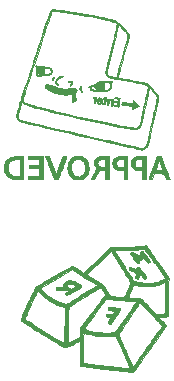
<source format=gbr>
G04 #@! TF.GenerationSoftware,KiCad,Pcbnew,(5.1.9)-1*
G04 #@! TF.CreationDate,2021-08-16T01:56:16+02:00*
G04 #@! TF.ProjectId,romeo-pcb,726f6d65-6f2d-4706-9362-2e6b69636164,rev?*
G04 #@! TF.SameCoordinates,Original*
G04 #@! TF.FileFunction,Legend,Bot*
G04 #@! TF.FilePolarity,Positive*
%FSLAX46Y46*%
G04 Gerber Fmt 4.6, Leading zero omitted, Abs format (unit mm)*
G04 Created by KiCad (PCBNEW (5.1.9)-1) date 2021-08-16 01:56:16*
%MOMM*%
%LPD*%
G01*
G04 APERTURE LIST*
%ADD10C,0.010000*%
G04 APERTURE END LIST*
D10*
G36*
X51174637Y-108689815D02*
G01*
X51096157Y-108692945D01*
X51037281Y-108700555D01*
X50986645Y-108714632D01*
X50932887Y-108737160D01*
X50888941Y-108758226D01*
X50729971Y-108857917D01*
X50601868Y-108986442D01*
X50504797Y-109143485D01*
X50438927Y-109328729D01*
X50404425Y-109541860D01*
X50398851Y-109683916D01*
X50411006Y-109890368D01*
X50448557Y-110068209D01*
X50513988Y-110224420D01*
X50609781Y-110365986D01*
X50662589Y-110425860D01*
X50797845Y-110538642D01*
X50957354Y-110617415D01*
X51139485Y-110661668D01*
X51342610Y-110670893D01*
X51426412Y-110664961D01*
X51605386Y-110627291D01*
X51764096Y-110554081D01*
X51900484Y-110448010D01*
X52012491Y-110311756D01*
X52098062Y-110147997D01*
X52155136Y-109959413D01*
X52181658Y-109748681D01*
X52183354Y-109679666D01*
X52183017Y-109674926D01*
X51864332Y-109674926D01*
X51863083Y-109723830D01*
X51858672Y-109831609D01*
X51851770Y-109909720D01*
X51839787Y-109970831D01*
X51820134Y-110027607D01*
X51790219Y-110092715D01*
X51785836Y-110101650D01*
X51702248Y-110236665D01*
X51601581Y-110334605D01*
X51480785Y-110398333D01*
X51464000Y-110404075D01*
X51352708Y-110424345D01*
X51228406Y-110422370D01*
X51110332Y-110399534D01*
X51045698Y-110373985D01*
X50926113Y-110289137D01*
X50830400Y-110172312D01*
X50760351Y-110027650D01*
X50717759Y-109859294D01*
X50704418Y-109671386D01*
X50707584Y-109592937D01*
X50735870Y-109405936D01*
X50791349Y-109246910D01*
X50872324Y-109117813D01*
X50977099Y-109020595D01*
X51103976Y-108957209D01*
X51251258Y-108929604D01*
X51285329Y-108928531D01*
X51437444Y-108946926D01*
X51571298Y-109002543D01*
X51684241Y-109093252D01*
X51773620Y-109216925D01*
X51836764Y-109371356D01*
X51854386Y-109452474D01*
X51863305Y-109550037D01*
X51864332Y-109674926D01*
X52183017Y-109674926D01*
X52167400Y-109455340D01*
X52119208Y-109255541D01*
X52039561Y-109081706D01*
X51929239Y-108935270D01*
X51789026Y-108817668D01*
X51680424Y-108756512D01*
X51617218Y-108727706D01*
X51564654Y-108708535D01*
X51511259Y-108697051D01*
X51445558Y-108691305D01*
X51356075Y-108689347D01*
X51284083Y-108689180D01*
X51174637Y-108689815D01*
G37*
X51174637Y-108689815D02*
X51096157Y-108692945D01*
X51037281Y-108700555D01*
X50986645Y-108714632D01*
X50932887Y-108737160D01*
X50888941Y-108758226D01*
X50729971Y-108857917D01*
X50601868Y-108986442D01*
X50504797Y-109143485D01*
X50438927Y-109328729D01*
X50404425Y-109541860D01*
X50398851Y-109683916D01*
X50411006Y-109890368D01*
X50448557Y-110068209D01*
X50513988Y-110224420D01*
X50609781Y-110365986D01*
X50662589Y-110425860D01*
X50797845Y-110538642D01*
X50957354Y-110617415D01*
X51139485Y-110661668D01*
X51342610Y-110670893D01*
X51426412Y-110664961D01*
X51605386Y-110627291D01*
X51764096Y-110554081D01*
X51900484Y-110448010D01*
X52012491Y-110311756D01*
X52098062Y-110147997D01*
X52155136Y-109959413D01*
X52181658Y-109748681D01*
X52183354Y-109679666D01*
X52183017Y-109674926D01*
X51864332Y-109674926D01*
X51863083Y-109723830D01*
X51858672Y-109831609D01*
X51851770Y-109909720D01*
X51839787Y-109970831D01*
X51820134Y-110027607D01*
X51790219Y-110092715D01*
X51785836Y-110101650D01*
X51702248Y-110236665D01*
X51601581Y-110334605D01*
X51480785Y-110398333D01*
X51464000Y-110404075D01*
X51352708Y-110424345D01*
X51228406Y-110422370D01*
X51110332Y-110399534D01*
X51045698Y-110373985D01*
X50926113Y-110289137D01*
X50830400Y-110172312D01*
X50760351Y-110027650D01*
X50717759Y-109859294D01*
X50704418Y-109671386D01*
X50707584Y-109592937D01*
X50735870Y-109405936D01*
X50791349Y-109246910D01*
X50872324Y-109117813D01*
X50977099Y-109020595D01*
X51103976Y-108957209D01*
X51251258Y-108929604D01*
X51285329Y-108928531D01*
X51437444Y-108946926D01*
X51571298Y-109002543D01*
X51684241Y-109093252D01*
X51773620Y-109216925D01*
X51836764Y-109371356D01*
X51854386Y-109452474D01*
X51863305Y-109550037D01*
X51864332Y-109674926D01*
X52183017Y-109674926D01*
X52167400Y-109455340D01*
X52119208Y-109255541D01*
X52039561Y-109081706D01*
X51929239Y-108935270D01*
X51789026Y-108817668D01*
X51680424Y-108756512D01*
X51617218Y-108727706D01*
X51564654Y-108708535D01*
X51511259Y-108697051D01*
X51445558Y-108691305D01*
X51356075Y-108689347D01*
X51284083Y-108689180D01*
X51174637Y-108689815D01*
G36*
X57627262Y-109656643D02*
G01*
X57554704Y-109847832D01*
X57486973Y-110027001D01*
X57425519Y-110190260D01*
X57371796Y-110333717D01*
X57327256Y-110453480D01*
X57293351Y-110545658D01*
X57271534Y-110606358D01*
X57263257Y-110631690D01*
X57263223Y-110632052D01*
X57282808Y-110639468D01*
X57334006Y-110643348D01*
X57406188Y-110642947D01*
X57414333Y-110642635D01*
X57565000Y-110636416D01*
X57649493Y-110397851D01*
X57733986Y-110159287D01*
X58149637Y-110165018D01*
X58565288Y-110170750D01*
X58649663Y-110408875D01*
X58734039Y-110647000D01*
X58887853Y-110647000D01*
X58962261Y-110644999D01*
X59016602Y-110639718D01*
X59040450Y-110632240D01*
X59040765Y-110631125D01*
X59033238Y-110608761D01*
X59012006Y-110550772D01*
X58978540Y-110461055D01*
X58934309Y-110343504D01*
X58880785Y-110202015D01*
X58819436Y-110040484D01*
X58768257Y-109906166D01*
X58469102Y-109906166D01*
X58149870Y-109906166D01*
X58022147Y-109905371D01*
X57932023Y-109902718D01*
X57874789Y-109897803D01*
X57845734Y-109890226D01*
X57840103Y-109879708D01*
X57902121Y-109708160D01*
X57961028Y-109548641D01*
X58015158Y-109405392D01*
X58062847Y-109282656D01*
X58102432Y-109184675D01*
X58132247Y-109115691D01*
X58150629Y-109079946D01*
X58155384Y-109076104D01*
X58167793Y-109100954D01*
X58191071Y-109157164D01*
X58221819Y-109236238D01*
X58254591Y-109324083D01*
X58296927Y-109439533D01*
X58342045Y-109562274D01*
X58383362Y-109674413D01*
X58404470Y-109731541D01*
X58469102Y-109906166D01*
X58768257Y-109906166D01*
X58751735Y-109862805D01*
X58679150Y-109672875D01*
X58675274Y-109662750D01*
X58310685Y-108710250D01*
X58151215Y-108704143D01*
X57991745Y-108698037D01*
X57627262Y-109656643D01*
G37*
X57627262Y-109656643D02*
X57554704Y-109847832D01*
X57486973Y-110027001D01*
X57425519Y-110190260D01*
X57371796Y-110333717D01*
X57327256Y-110453480D01*
X57293351Y-110545658D01*
X57271534Y-110606358D01*
X57263257Y-110631690D01*
X57263223Y-110632052D01*
X57282808Y-110639468D01*
X57334006Y-110643348D01*
X57406188Y-110642947D01*
X57414333Y-110642635D01*
X57565000Y-110636416D01*
X57649493Y-110397851D01*
X57733986Y-110159287D01*
X58149637Y-110165018D01*
X58565288Y-110170750D01*
X58649663Y-110408875D01*
X58734039Y-110647000D01*
X58887853Y-110647000D01*
X58962261Y-110644999D01*
X59016602Y-110639718D01*
X59040450Y-110632240D01*
X59040765Y-110631125D01*
X59033238Y-110608761D01*
X59012006Y-110550772D01*
X58978540Y-110461055D01*
X58934309Y-110343504D01*
X58880785Y-110202015D01*
X58819436Y-110040484D01*
X58768257Y-109906166D01*
X58469102Y-109906166D01*
X58149870Y-109906166D01*
X58022147Y-109905371D01*
X57932023Y-109902718D01*
X57874789Y-109897803D01*
X57845734Y-109890226D01*
X57840103Y-109879708D01*
X57902121Y-109708160D01*
X57961028Y-109548641D01*
X58015158Y-109405392D01*
X58062847Y-109282656D01*
X58102432Y-109184675D01*
X58132247Y-109115691D01*
X58150629Y-109079946D01*
X58155384Y-109076104D01*
X58167793Y-109100954D01*
X58191071Y-109157164D01*
X58221819Y-109236238D01*
X58254591Y-109324083D01*
X58296927Y-109439533D01*
X58342045Y-109562274D01*
X58383362Y-109674413D01*
X58404470Y-109731541D01*
X58469102Y-109906166D01*
X58768257Y-109906166D01*
X58751735Y-109862805D01*
X58679150Y-109672875D01*
X58675274Y-109662750D01*
X58310685Y-108710250D01*
X58151215Y-108704143D01*
X57991745Y-108698037D01*
X57627262Y-109656643D01*
G36*
X56623375Y-108704444D02*
G01*
X56476242Y-108708504D01*
X56363957Y-108713185D01*
X56279036Y-108719286D01*
X56213994Y-108727606D01*
X56161346Y-108738945D01*
X56113609Y-108754102D01*
X56095854Y-108760775D01*
X55967819Y-108831269D01*
X55869582Y-108930514D01*
X55802649Y-109055775D01*
X55768523Y-109204314D01*
X55767333Y-109358431D01*
X55793922Y-109507881D01*
X55847511Y-109630565D01*
X55929891Y-109727691D01*
X56042852Y-109800467D01*
X56188185Y-109850101D01*
X56367678Y-109877800D01*
X56547888Y-109885000D01*
X56734500Y-109885000D01*
X56734500Y-110647000D01*
X57030833Y-110647000D01*
X57030833Y-109635683D01*
X56734500Y-109635683D01*
X56505727Y-109627852D01*
X56390897Y-109622061D01*
X56309886Y-109612998D01*
X56254221Y-109599308D01*
X56218966Y-109582027D01*
X56138515Y-109505424D01*
X56091700Y-109403275D01*
X56078492Y-109292333D01*
X56091479Y-109176435D01*
X56131986Y-109086712D01*
X56202329Y-109021462D01*
X56304824Y-108978982D01*
X56441788Y-108957570D01*
X56538708Y-108954131D01*
X56734500Y-108953666D01*
X56734500Y-109635683D01*
X57030833Y-109635683D01*
X57030833Y-108694649D01*
X56623375Y-108704444D01*
G37*
X56623375Y-108704444D02*
X56476242Y-108708504D01*
X56363957Y-108713185D01*
X56279036Y-108719286D01*
X56213994Y-108727606D01*
X56161346Y-108738945D01*
X56113609Y-108754102D01*
X56095854Y-108760775D01*
X55967819Y-108831269D01*
X55869582Y-108930514D01*
X55802649Y-109055775D01*
X55768523Y-109204314D01*
X55767333Y-109358431D01*
X55793922Y-109507881D01*
X55847511Y-109630565D01*
X55929891Y-109727691D01*
X56042852Y-109800467D01*
X56188185Y-109850101D01*
X56367678Y-109877800D01*
X56547888Y-109885000D01*
X56734500Y-109885000D01*
X56734500Y-110647000D01*
X57030833Y-110647000D01*
X57030833Y-109635683D01*
X56734500Y-109635683D01*
X56505727Y-109627852D01*
X56390897Y-109622061D01*
X56309886Y-109612998D01*
X56254221Y-109599308D01*
X56218966Y-109582027D01*
X56138515Y-109505424D01*
X56091700Y-109403275D01*
X56078492Y-109292333D01*
X56091479Y-109176435D01*
X56131986Y-109086712D01*
X56202329Y-109021462D01*
X56304824Y-108978982D01*
X56441788Y-108957570D01*
X56538708Y-108954131D01*
X56734500Y-108953666D01*
X56734500Y-109635683D01*
X57030833Y-109635683D01*
X57030833Y-108694649D01*
X56623375Y-108704444D01*
G36*
X55141708Y-108699826D02*
G01*
X54946969Y-108702474D01*
X54788493Y-108711027D01*
X54660466Y-108726714D01*
X54557078Y-108750769D01*
X54472515Y-108784420D01*
X54400965Y-108828901D01*
X54356603Y-108866124D01*
X54287622Y-108941672D01*
X54241963Y-109023404D01*
X54215892Y-109121829D01*
X54205674Y-109247453D01*
X54205142Y-109292333D01*
X54214349Y-109446946D01*
X54244665Y-109569604D01*
X54299982Y-109667023D01*
X54384193Y-109745923D01*
X54501189Y-109813021D01*
X54508897Y-109816615D01*
X54564455Y-109839575D01*
X54621416Y-109855724D01*
X54690188Y-109866772D01*
X54781179Y-109874427D01*
X54895188Y-109880011D01*
X55168167Y-109891083D01*
X55168167Y-110647000D01*
X55464500Y-110647000D01*
X55464500Y-109631000D01*
X55168167Y-109631000D01*
X54982958Y-109630881D01*
X54888051Y-109628408D01*
X54800093Y-109621940D01*
X54734607Y-109612733D01*
X54722464Y-109609849D01*
X54657436Y-109579994D01*
X54594606Y-109533527D01*
X54585532Y-109524591D01*
X54550846Y-109482618D01*
X54530743Y-109437882D01*
X54520213Y-109375472D01*
X54516112Y-109318082D01*
X54513973Y-109235345D01*
X54520674Y-109178790D01*
X54539311Y-109132656D01*
X54558584Y-109101833D01*
X54604239Y-109045435D01*
X54657531Y-109005945D01*
X54727051Y-108980200D01*
X54821390Y-108965032D01*
X54949142Y-108957279D01*
X54951208Y-108957208D01*
X55168167Y-108949813D01*
X55168167Y-109631000D01*
X55464500Y-109631000D01*
X55464500Y-108699666D01*
X55141708Y-108699826D01*
G37*
X55141708Y-108699826D02*
X54946969Y-108702474D01*
X54788493Y-108711027D01*
X54660466Y-108726714D01*
X54557078Y-108750769D01*
X54472515Y-108784420D01*
X54400965Y-108828901D01*
X54356603Y-108866124D01*
X54287622Y-108941672D01*
X54241963Y-109023404D01*
X54215892Y-109121829D01*
X54205674Y-109247453D01*
X54205142Y-109292333D01*
X54214349Y-109446946D01*
X54244665Y-109569604D01*
X54299982Y-109667023D01*
X54384193Y-109745923D01*
X54501189Y-109813021D01*
X54508897Y-109816615D01*
X54564455Y-109839575D01*
X54621416Y-109855724D01*
X54690188Y-109866772D01*
X54781179Y-109874427D01*
X54895188Y-109880011D01*
X55168167Y-109891083D01*
X55168167Y-110647000D01*
X55464500Y-110647000D01*
X55464500Y-109631000D01*
X55168167Y-109631000D01*
X54982958Y-109630881D01*
X54888051Y-109628408D01*
X54800093Y-109621940D01*
X54734607Y-109612733D01*
X54722464Y-109609849D01*
X54657436Y-109579994D01*
X54594606Y-109533527D01*
X54585532Y-109524591D01*
X54550846Y-109482618D01*
X54530743Y-109437882D01*
X54520213Y-109375472D01*
X54516112Y-109318082D01*
X54513973Y-109235345D01*
X54520674Y-109178790D01*
X54539311Y-109132656D01*
X54558584Y-109101833D01*
X54604239Y-109045435D01*
X54657531Y-109005945D01*
X54727051Y-108980200D01*
X54821390Y-108965032D01*
X54949142Y-108957279D01*
X54951208Y-108957208D01*
X55168167Y-108949813D01*
X55168167Y-109631000D01*
X55464500Y-109631000D01*
X55464500Y-108699666D01*
X55141708Y-108699826D01*
G36*
X53469542Y-108704603D02*
G01*
X53322090Y-108708907D01*
X53209465Y-108713806D01*
X53124160Y-108720108D01*
X53058671Y-108728623D01*
X53005490Y-108740158D01*
X52957112Y-108755524D01*
X52940887Y-108761587D01*
X52814275Y-108829883D01*
X52720580Y-108924773D01*
X52659850Y-109046167D01*
X52632138Y-109193976D01*
X52632030Y-109307131D01*
X52653118Y-109449796D01*
X52698735Y-109561912D01*
X52771597Y-109649214D01*
X52807522Y-109677448D01*
X52894342Y-109738644D01*
X52805952Y-109830893D01*
X52753564Y-109897358D01*
X52688159Y-110000190D01*
X52611685Y-110136154D01*
X52545864Y-110262611D01*
X52490671Y-110372934D01*
X52442844Y-110470819D01*
X52405455Y-110549793D01*
X52381573Y-110603384D01*
X52374167Y-110624540D01*
X52394258Y-110636792D01*
X52450540Y-110644561D01*
X52528189Y-110647000D01*
X52682211Y-110647000D01*
X52839859Y-110329449D01*
X52896122Y-110218946D01*
X52950035Y-110118166D01*
X52997226Y-110034913D01*
X53033323Y-109976989D01*
X53048703Y-109956685D01*
X53116659Y-109900268D01*
X53201004Y-109864381D01*
X53310507Y-109846262D01*
X53410654Y-109842666D01*
X53580667Y-109842666D01*
X53580667Y-110647000D01*
X53877000Y-110647000D01*
X53877000Y-109588666D01*
X53580667Y-109588666D01*
X53374292Y-109588633D01*
X53260198Y-109586093D01*
X53178299Y-109577640D01*
X53118708Y-109561961D01*
X53095338Y-109551592D01*
X53009719Y-109491477D01*
X52959110Y-109413072D01*
X52939368Y-109309417D01*
X52938782Y-109288687D01*
X52947185Y-109178452D01*
X52977398Y-109094266D01*
X53033363Y-109033058D01*
X53119027Y-108991754D01*
X53238332Y-108967283D01*
X53363708Y-108957634D01*
X53580667Y-108948865D01*
X53580667Y-109588666D01*
X53877000Y-109588666D01*
X53877000Y-108694189D01*
X53469542Y-108704603D01*
G37*
X53469542Y-108704603D02*
X53322090Y-108708907D01*
X53209465Y-108713806D01*
X53124160Y-108720108D01*
X53058671Y-108728623D01*
X53005490Y-108740158D01*
X52957112Y-108755524D01*
X52940887Y-108761587D01*
X52814275Y-108829883D01*
X52720580Y-108924773D01*
X52659850Y-109046167D01*
X52632138Y-109193976D01*
X52632030Y-109307131D01*
X52653118Y-109449796D01*
X52698735Y-109561912D01*
X52771597Y-109649214D01*
X52807522Y-109677448D01*
X52894342Y-109738644D01*
X52805952Y-109830893D01*
X52753564Y-109897358D01*
X52688159Y-110000190D01*
X52611685Y-110136154D01*
X52545864Y-110262611D01*
X52490671Y-110372934D01*
X52442844Y-110470819D01*
X52405455Y-110549793D01*
X52381573Y-110603384D01*
X52374167Y-110624540D01*
X52394258Y-110636792D01*
X52450540Y-110644561D01*
X52528189Y-110647000D01*
X52682211Y-110647000D01*
X52839859Y-110329449D01*
X52896122Y-110218946D01*
X52950035Y-110118166D01*
X52997226Y-110034913D01*
X53033323Y-109976989D01*
X53048703Y-109956685D01*
X53116659Y-109900268D01*
X53201004Y-109864381D01*
X53310507Y-109846262D01*
X53410654Y-109842666D01*
X53580667Y-109842666D01*
X53580667Y-110647000D01*
X53877000Y-110647000D01*
X53877000Y-109588666D01*
X53580667Y-109588666D01*
X53374292Y-109588633D01*
X53260198Y-109586093D01*
X53178299Y-109577640D01*
X53118708Y-109561961D01*
X53095338Y-109551592D01*
X53009719Y-109491477D01*
X52959110Y-109413072D01*
X52939368Y-109309417D01*
X52938782Y-109288687D01*
X52947185Y-109178452D01*
X52977398Y-109094266D01*
X53033363Y-109033058D01*
X53119027Y-108991754D01*
X53238332Y-108967283D01*
X53363708Y-108957634D01*
X53580667Y-108948865D01*
X53580667Y-109588666D01*
X53877000Y-109588666D01*
X53877000Y-108694189D01*
X53469542Y-108704603D01*
G36*
X49717193Y-109480522D02*
G01*
X49422957Y-110261377D01*
X49324965Y-110004397D01*
X49289441Y-109910893D01*
X49242524Y-109786893D01*
X49187666Y-109641546D01*
X49128318Y-109484001D01*
X49067930Y-109323407D01*
X49030438Y-109223541D01*
X48833903Y-108699666D01*
X48522428Y-108699666D01*
X48567880Y-108821375D01*
X48585151Y-108867183D01*
X48615680Y-108947679D01*
X48657618Y-109058005D01*
X48709116Y-109193304D01*
X48768323Y-109348716D01*
X48833391Y-109519385D01*
X48902469Y-109700452D01*
X48936553Y-109789750D01*
X49259774Y-110636416D01*
X49420154Y-110642602D01*
X49501731Y-110645044D01*
X49551119Y-110642702D01*
X49578417Y-110632760D01*
X49593725Y-110612403D01*
X49602179Y-110591860D01*
X49620998Y-110542457D01*
X49651821Y-110461657D01*
X49692804Y-110354288D01*
X49742102Y-110225177D01*
X49797872Y-110079148D01*
X49858268Y-109921030D01*
X49921447Y-109755648D01*
X49985566Y-109587828D01*
X50048779Y-109422399D01*
X50109243Y-109264185D01*
X50165113Y-109118013D01*
X50214545Y-108988710D01*
X50255696Y-108881103D01*
X50286721Y-108800017D01*
X50305776Y-108750280D01*
X50311003Y-108736708D01*
X50314321Y-108717738D01*
X50300585Y-108706601D01*
X50261986Y-108701267D01*
X50190711Y-108699705D01*
X50168479Y-108699666D01*
X50011428Y-108699666D01*
X49717193Y-109480522D01*
G37*
X49717193Y-109480522D02*
X49422957Y-110261377D01*
X49324965Y-110004397D01*
X49289441Y-109910893D01*
X49242524Y-109786893D01*
X49187666Y-109641546D01*
X49128318Y-109484001D01*
X49067930Y-109323407D01*
X49030438Y-109223541D01*
X48833903Y-108699666D01*
X48522428Y-108699666D01*
X48567880Y-108821375D01*
X48585151Y-108867183D01*
X48615680Y-108947679D01*
X48657618Y-109058005D01*
X48709116Y-109193304D01*
X48768323Y-109348716D01*
X48833391Y-109519385D01*
X48902469Y-109700452D01*
X48936553Y-109789750D01*
X49259774Y-110636416D01*
X49420154Y-110642602D01*
X49501731Y-110645044D01*
X49551119Y-110642702D01*
X49578417Y-110632760D01*
X49593725Y-110612403D01*
X49602179Y-110591860D01*
X49620998Y-110542457D01*
X49651821Y-110461657D01*
X49692804Y-110354288D01*
X49742102Y-110225177D01*
X49797872Y-110079148D01*
X49858268Y-109921030D01*
X49921447Y-109755648D01*
X49985566Y-109587828D01*
X50048779Y-109422399D01*
X50109243Y-109264185D01*
X50165113Y-109118013D01*
X50214545Y-108988710D01*
X50255696Y-108881103D01*
X50286721Y-108800017D01*
X50305776Y-108750280D01*
X50311003Y-108736708D01*
X50314321Y-108717738D01*
X50300585Y-108706601D01*
X50261986Y-108701267D01*
X50190711Y-108699705D01*
X50168479Y-108699666D01*
X50011428Y-108699666D01*
X49717193Y-109480522D01*
G36*
X47061333Y-108953666D02*
G01*
X47992667Y-108953666D01*
X47992667Y-109482833D01*
X47103667Y-109482833D01*
X47103667Y-109736833D01*
X47992667Y-109736833D01*
X47992667Y-110393000D01*
X47040167Y-110393000D01*
X47040167Y-110647000D01*
X48289000Y-110647000D01*
X48289000Y-108699666D01*
X47061333Y-108699666D01*
X47061333Y-108953666D01*
G37*
X47061333Y-108953666D02*
X47992667Y-108953666D01*
X47992667Y-109482833D01*
X47103667Y-109482833D01*
X47103667Y-109736833D01*
X47992667Y-109736833D01*
X47992667Y-110393000D01*
X47040167Y-110393000D01*
X47040167Y-110647000D01*
X48289000Y-110647000D01*
X48289000Y-108699666D01*
X47061333Y-108699666D01*
X47061333Y-108953666D01*
G36*
X46230542Y-108705613D02*
G01*
X46047881Y-108712145D01*
X45899948Y-108721240D01*
X45779157Y-108734174D01*
X45677920Y-108752224D01*
X45588653Y-108776667D01*
X45503768Y-108808776D01*
X45437795Y-108838960D01*
X45324004Y-108913239D01*
X45218104Y-109017405D01*
X45131236Y-109139137D01*
X45089158Y-109224565D01*
X45070305Y-109275901D01*
X45057058Y-109326015D01*
X45048454Y-109383848D01*
X45043531Y-109458341D01*
X45041327Y-109558436D01*
X45040873Y-109673333D01*
X45041494Y-109802982D01*
X45043996Y-109899249D01*
X45049342Y-109971075D01*
X45058495Y-110027401D01*
X45072415Y-110077169D01*
X45089158Y-110122101D01*
X45159741Y-110252738D01*
X45258890Y-110374143D01*
X45374585Y-110472674D01*
X45425961Y-110504358D01*
X45506745Y-110543823D01*
X45591620Y-110574808D01*
X45687391Y-110598470D01*
X45800860Y-110615963D01*
X45938830Y-110628441D01*
X46108104Y-110637060D01*
X46230542Y-110640940D01*
X46659167Y-110652330D01*
X46659167Y-110393000D01*
X46362833Y-110393000D01*
X46154697Y-110393000D01*
X46047958Y-110390385D01*
X45941385Y-110383405D01*
X45852530Y-110373354D01*
X45825808Y-110368749D01*
X45678403Y-110322083D01*
X45553265Y-110247899D01*
X45457360Y-110150800D01*
X45428567Y-110106260D01*
X45375074Y-109976103D01*
X45342824Y-109822854D01*
X45332128Y-109659257D01*
X45343293Y-109498056D01*
X45376630Y-109351994D01*
X45408419Y-109274918D01*
X45473401Y-109172828D01*
X45555148Y-109093494D01*
X45658719Y-109034580D01*
X45789170Y-108993754D01*
X45951557Y-108968682D01*
X46092958Y-108958995D01*
X46362833Y-108947583D01*
X46362833Y-110393000D01*
X46659167Y-110393000D01*
X46659167Y-108693604D01*
X46230542Y-108705613D01*
G37*
X46230542Y-108705613D02*
X46047881Y-108712145D01*
X45899948Y-108721240D01*
X45779157Y-108734174D01*
X45677920Y-108752224D01*
X45588653Y-108776667D01*
X45503768Y-108808776D01*
X45437795Y-108838960D01*
X45324004Y-108913239D01*
X45218104Y-109017405D01*
X45131236Y-109139137D01*
X45089158Y-109224565D01*
X45070305Y-109275901D01*
X45057058Y-109326015D01*
X45048454Y-109383848D01*
X45043531Y-109458341D01*
X45041327Y-109558436D01*
X45040873Y-109673333D01*
X45041494Y-109802982D01*
X45043996Y-109899249D01*
X45049342Y-109971075D01*
X45058495Y-110027401D01*
X45072415Y-110077169D01*
X45089158Y-110122101D01*
X45159741Y-110252738D01*
X45258890Y-110374143D01*
X45374585Y-110472674D01*
X45425961Y-110504358D01*
X45506745Y-110543823D01*
X45591620Y-110574808D01*
X45687391Y-110598470D01*
X45800860Y-110615963D01*
X45938830Y-110628441D01*
X46108104Y-110637060D01*
X46230542Y-110640940D01*
X46659167Y-110652330D01*
X46659167Y-110393000D01*
X46362833Y-110393000D01*
X46154697Y-110393000D01*
X46047958Y-110390385D01*
X45941385Y-110383405D01*
X45852530Y-110373354D01*
X45825808Y-110368749D01*
X45678403Y-110322083D01*
X45553265Y-110247899D01*
X45457360Y-110150800D01*
X45428567Y-110106260D01*
X45375074Y-109976103D01*
X45342824Y-109822854D01*
X45332128Y-109659257D01*
X45343293Y-109498056D01*
X45376630Y-109351994D01*
X45408419Y-109274918D01*
X45473401Y-109172828D01*
X45555148Y-109093494D01*
X45658719Y-109034580D01*
X45789170Y-108993754D01*
X45951557Y-108968682D01*
X46092958Y-108958995D01*
X46362833Y-108947583D01*
X46362833Y-110393000D01*
X46659167Y-110393000D01*
X46659167Y-108693604D01*
X46230542Y-108705613D01*
G36*
X49126288Y-96262627D02*
G01*
X49045734Y-96296648D01*
X48974007Y-96367809D01*
X48909765Y-96477824D01*
X48859845Y-96603756D01*
X48845511Y-96646570D01*
X48818770Y-96727124D01*
X48780438Y-96842945D01*
X48731330Y-96991556D01*
X48672259Y-97170483D01*
X48604041Y-97377251D01*
X48527491Y-97609384D01*
X48443423Y-97864408D01*
X48352652Y-98139847D01*
X48255993Y-98433227D01*
X48154260Y-98742073D01*
X48048269Y-99063908D01*
X47938833Y-99396260D01*
X47826769Y-99736651D01*
X47712889Y-100082608D01*
X47598010Y-100431656D01*
X47482946Y-100781318D01*
X47368512Y-101129121D01*
X47255521Y-101472588D01*
X47144791Y-101809246D01*
X47037134Y-102136619D01*
X46933365Y-102452232D01*
X46834300Y-102753610D01*
X46740753Y-103038278D01*
X46653539Y-103303760D01*
X46573473Y-103547583D01*
X46501369Y-103767270D01*
X46438042Y-103960347D01*
X46405387Y-104059982D01*
X46325388Y-104304648D01*
X46257897Y-104512808D01*
X46202047Y-104688121D01*
X46156974Y-104834244D01*
X46121812Y-104954839D01*
X46095694Y-105053562D01*
X46077756Y-105134074D01*
X46067130Y-105200033D01*
X46062952Y-105255098D01*
X46064355Y-105302927D01*
X46070474Y-105347181D01*
X46080443Y-105391517D01*
X46085634Y-105411282D01*
X46117003Y-105493696D01*
X46164734Y-105581496D01*
X46219855Y-105660552D01*
X46273393Y-105716735D01*
X46284975Y-105725222D01*
X46294028Y-105729986D01*
X46309166Y-105735954D01*
X46331990Y-105743505D01*
X46364103Y-105753020D01*
X46407107Y-105764878D01*
X46462605Y-105779459D01*
X46532199Y-105797143D01*
X46617491Y-105818310D01*
X46720085Y-105843340D01*
X46841582Y-105872612D01*
X46983585Y-105906507D01*
X47147696Y-105945405D01*
X47335517Y-105989684D01*
X47548652Y-106039726D01*
X47788702Y-106095909D01*
X48057271Y-106158615D01*
X48355959Y-106228222D01*
X48686371Y-106305110D01*
X49050107Y-106389661D01*
X49448771Y-106482252D01*
X49883965Y-106583265D01*
X50357292Y-106693079D01*
X50839583Y-106804938D01*
X51495938Y-106957124D01*
X52111392Y-107099772D01*
X52686272Y-107232956D01*
X53220903Y-107356753D01*
X53715613Y-107471237D01*
X54170728Y-107576484D01*
X54586574Y-107672568D01*
X54963478Y-107759566D01*
X55301767Y-107837552D01*
X55601766Y-107906601D01*
X55863802Y-107966789D01*
X56088201Y-108018190D01*
X56275291Y-108060881D01*
X56425397Y-108094936D01*
X56538846Y-108120431D01*
X56615964Y-108137441D01*
X56657078Y-108146040D01*
X56664539Y-108147207D01*
X56694652Y-108141336D01*
X56747704Y-108129483D01*
X56761646Y-108126228D01*
X56864023Y-108093268D01*
X56949796Y-108042495D01*
X57034989Y-107964106D01*
X57046011Y-107952295D01*
X57093228Y-107898312D01*
X57133947Y-107843862D01*
X57169893Y-107784070D01*
X57202795Y-107714062D01*
X57234379Y-107628966D01*
X57266371Y-107523906D01*
X57300498Y-107394008D01*
X57338487Y-107234400D01*
X57382065Y-107040206D01*
X57402995Y-106944657D01*
X57502803Y-106486106D01*
X57593563Y-106067652D01*
X57675525Y-105688091D01*
X57748939Y-105346220D01*
X57814055Y-105040835D01*
X57871121Y-104770734D01*
X57920388Y-104534713D01*
X57962106Y-104331569D01*
X57996524Y-104160098D01*
X58023893Y-104019098D01*
X58044460Y-103907364D01*
X58058478Y-103823695D01*
X58066195Y-103766885D01*
X58066220Y-103766513D01*
X57956907Y-103766513D01*
X57954902Y-103790989D01*
X57948980Y-103824736D01*
X57934888Y-103896073D01*
X57913432Y-104001218D01*
X57885420Y-104136393D01*
X57851659Y-104297815D01*
X57812959Y-104481706D01*
X57770125Y-104684283D01*
X57723967Y-104901768D01*
X57675291Y-105130378D01*
X57624905Y-105366334D01*
X57573618Y-105605856D01*
X57522236Y-105845162D01*
X57471568Y-106080473D01*
X57422421Y-106308008D01*
X57375602Y-106523986D01*
X57331921Y-106724627D01*
X57292183Y-106906150D01*
X57257198Y-107064775D01*
X57227772Y-107196721D01*
X57218197Y-107239166D01*
X57188057Y-107360163D01*
X57153152Y-107481390D01*
X57117700Y-107589165D01*
X57085920Y-107669805D01*
X57084408Y-107673083D01*
X57008438Y-107805072D01*
X56918439Y-107909478D01*
X56819475Y-107981953D01*
X56716604Y-108018155D01*
X56678602Y-108021485D01*
X56645346Y-108016961D01*
X56575091Y-108003656D01*
X56472046Y-107982485D01*
X56340421Y-107954361D01*
X56184425Y-107920199D01*
X56008267Y-107880913D01*
X55816156Y-107837415D01*
X55612303Y-107790621D01*
X55567352Y-107780219D01*
X55407796Y-107743245D01*
X55211022Y-107697648D01*
X54981050Y-107644359D01*
X54721903Y-107584312D01*
X54437603Y-107518438D01*
X54132171Y-107447668D01*
X53809629Y-107372935D01*
X53474001Y-107295170D01*
X53129306Y-107215305D01*
X52779567Y-107134273D01*
X52428807Y-107053004D01*
X52081046Y-106972432D01*
X51961417Y-106944715D01*
X51394829Y-106813439D01*
X50868021Y-106691364D01*
X50379529Y-106578144D01*
X49927890Y-106473431D01*
X49511640Y-106376880D01*
X49129318Y-106288144D01*
X48779459Y-106206875D01*
X48460600Y-106132727D01*
X48171278Y-106065354D01*
X47910030Y-106004409D01*
X47675393Y-105949545D01*
X47465903Y-105900415D01*
X47280098Y-105856673D01*
X47116514Y-105817973D01*
X46973688Y-105783967D01*
X46850157Y-105754308D01*
X46744457Y-105728651D01*
X46655126Y-105706648D01*
X46580700Y-105687952D01*
X46519716Y-105672218D01*
X46470711Y-105659098D01*
X46432222Y-105648246D01*
X46402785Y-105639315D01*
X46380938Y-105631958D01*
X46365217Y-105625829D01*
X46354158Y-105620581D01*
X46346300Y-105615867D01*
X46343004Y-105613520D01*
X46283779Y-105549556D01*
X46231791Y-105457559D01*
X46194014Y-105351832D01*
X46180010Y-105279436D01*
X46177415Y-105243041D01*
X46179168Y-105203135D01*
X46186628Y-105154290D01*
X46201153Y-105091079D01*
X46224101Y-105008074D01*
X46256831Y-104899846D01*
X46300701Y-104760968D01*
X46341402Y-104634445D01*
X46387838Y-104491309D01*
X46430194Y-104361861D01*
X46466697Y-104251430D01*
X46495575Y-104165343D01*
X46515054Y-104108930D01*
X46523352Y-104087530D01*
X46541736Y-104096053D01*
X46581240Y-104126732D01*
X46621692Y-104162382D01*
X46673355Y-104207427D01*
X46727720Y-104248587D01*
X46788283Y-104287104D01*
X46858538Y-104324218D01*
X46941977Y-104361171D01*
X47042096Y-104399204D01*
X47162387Y-104439560D01*
X47306344Y-104483480D01*
X47477462Y-104532205D01*
X47679235Y-104586976D01*
X47915156Y-104649036D01*
X48188718Y-104719625D01*
X48192935Y-104720706D01*
X48586573Y-104820535D01*
X48996299Y-104922390D01*
X49419116Y-105025617D01*
X49852025Y-105129564D01*
X50292030Y-105233578D01*
X50736134Y-105337007D01*
X51181340Y-105439196D01*
X51624650Y-105539495D01*
X52063067Y-105637249D01*
X52493595Y-105731806D01*
X52913235Y-105822513D01*
X53318992Y-105908717D01*
X53707867Y-105989766D01*
X54076864Y-106065007D01*
X54422986Y-106133786D01*
X54743234Y-106195451D01*
X55034613Y-106249350D01*
X55294125Y-106294829D01*
X55518773Y-106331235D01*
X55705559Y-106357916D01*
X55715150Y-106359149D01*
X55899397Y-106380109D01*
X56048676Y-106390596D01*
X56169171Y-106390068D01*
X56267064Y-106377987D01*
X56348541Y-106353811D01*
X56419784Y-106317002D01*
X56452035Y-106294779D01*
X56514551Y-106237725D01*
X56565255Y-106164824D01*
X56608093Y-106068279D01*
X56647008Y-105940295D01*
X56662106Y-105879619D01*
X56682758Y-105790867D01*
X56709817Y-105671679D01*
X56742414Y-105526086D01*
X56779676Y-105358121D01*
X56820733Y-105171816D01*
X56864714Y-104971204D01*
X56910748Y-104760317D01*
X56957964Y-104543186D01*
X57005491Y-104323844D01*
X57052459Y-104106323D01*
X57097995Y-103894656D01*
X57141230Y-103692874D01*
X57181293Y-103505010D01*
X57217312Y-103335096D01*
X57248416Y-103187164D01*
X57273735Y-103065247D01*
X57292397Y-102973376D01*
X57303532Y-102915584D01*
X57306436Y-102896582D01*
X57309710Y-102873837D01*
X57322811Y-102873281D01*
X57351520Y-102898318D01*
X57401616Y-102952351D01*
X57402125Y-102952916D01*
X57475125Y-103036129D01*
X57556314Y-103132156D01*
X57640792Y-103234807D01*
X57723661Y-103337895D01*
X57800021Y-103435232D01*
X57864973Y-103520631D01*
X57913618Y-103587904D01*
X57941057Y-103630863D01*
X57944249Y-103637633D01*
X57955363Y-103693750D01*
X57956907Y-103766513D01*
X58066220Y-103766513D01*
X58068000Y-103740423D01*
X58065596Y-103675628D01*
X58055906Y-103618538D01*
X58035219Y-103562022D01*
X57999820Y-103498948D01*
X57945998Y-103422185D01*
X57870038Y-103324601D01*
X57817773Y-103259833D01*
X57672686Y-103083382D01*
X57548393Y-102937719D01*
X57479196Y-102861513D01*
X57183017Y-102861513D01*
X57178518Y-102907462D01*
X57167239Y-102980336D01*
X57148787Y-103082145D01*
X57122766Y-103214895D01*
X57088781Y-103380595D01*
X57046438Y-103581252D01*
X56995340Y-103818874D01*
X56935094Y-104095469D01*
X56926880Y-104132975D01*
X56875429Y-104367818D01*
X56824829Y-104598829D01*
X56776135Y-104821199D01*
X56730398Y-105030117D01*
X56688672Y-105220773D01*
X56652009Y-105388355D01*
X56621462Y-105528054D01*
X56598085Y-105635058D01*
X56585256Y-105693869D01*
X56548766Y-105852584D01*
X56515041Y-105975337D01*
X56480928Y-106068086D01*
X56443278Y-106136786D01*
X56398939Y-106187394D01*
X56344759Y-106225867D01*
X56289370Y-106253149D01*
X56244423Y-106270314D01*
X56199024Y-106280572D01*
X56144155Y-106284173D01*
X56070802Y-106281367D01*
X55969947Y-106272405D01*
X55892291Y-106264156D01*
X55716206Y-106241912D01*
X55501806Y-106209740D01*
X55251787Y-106168218D01*
X54968844Y-106117922D01*
X54655672Y-106059430D01*
X54314965Y-105993319D01*
X53949419Y-105920166D01*
X53561729Y-105840548D01*
X53154589Y-105755042D01*
X52730696Y-105664226D01*
X52292742Y-105568676D01*
X51843425Y-105468970D01*
X51385438Y-105365684D01*
X50921477Y-105259397D01*
X50454237Y-105150684D01*
X49986412Y-105040123D01*
X49520698Y-104928292D01*
X49059790Y-104815767D01*
X48627667Y-104708459D01*
X48320786Y-104631199D01*
X48052267Y-104562703D01*
X47819237Y-104502152D01*
X47618821Y-104448730D01*
X47448146Y-104401618D01*
X47304339Y-104360000D01*
X47184527Y-104323058D01*
X47085836Y-104289974D01*
X47005393Y-104259932D01*
X46940325Y-104232113D01*
X46921021Y-104222932D01*
X46809143Y-104157742D01*
X46714005Y-104082251D01*
X46643415Y-104003778D01*
X46605180Y-103929642D01*
X46604196Y-103925934D01*
X46605292Y-103900885D01*
X46615586Y-103850886D01*
X46635651Y-103774057D01*
X46666058Y-103668517D01*
X46707376Y-103532383D01*
X46760178Y-103363776D01*
X46825035Y-103160813D01*
X46902518Y-102921614D01*
X46993197Y-102644298D01*
X46994764Y-102639525D01*
X47214155Y-101971261D01*
X47420558Y-101342952D01*
X47614071Y-100754293D01*
X47794796Y-100204982D01*
X47962834Y-99694713D01*
X48118285Y-99223184D01*
X48261250Y-98790091D01*
X48391831Y-98395129D01*
X48510127Y-98037994D01*
X48616240Y-97718384D01*
X48710270Y-97435993D01*
X48792319Y-97190518D01*
X48862486Y-96981656D01*
X48920873Y-96809102D01*
X48967580Y-96672553D01*
X49002709Y-96571704D01*
X49026359Y-96506253D01*
X49038632Y-96475894D01*
X49039548Y-96474272D01*
X49089677Y-96413770D01*
X49147692Y-96382091D01*
X49224973Y-96375135D01*
X49294417Y-96382446D01*
X49347234Y-96390291D01*
X49435552Y-96403324D01*
X49552984Y-96420604D01*
X49693144Y-96441193D01*
X49849645Y-96464154D01*
X50016100Y-96488546D01*
X50077583Y-96497549D01*
X50593080Y-96574488D01*
X51082266Y-96650471D01*
X51544033Y-96725261D01*
X51977271Y-96798622D01*
X52380873Y-96870316D01*
X52753730Y-96940106D01*
X53094734Y-97007756D01*
X53402776Y-97073028D01*
X53676747Y-97135685D01*
X53915540Y-97195491D01*
X54118046Y-97252208D01*
X54283155Y-97305600D01*
X54409761Y-97355428D01*
X54496754Y-97401457D01*
X54543026Y-97443449D01*
X54548158Y-97453436D01*
X54552808Y-97500167D01*
X54546594Y-97585036D01*
X54530110Y-97705427D01*
X54503950Y-97858725D01*
X54468708Y-98042314D01*
X54424978Y-98253579D01*
X54373354Y-98489904D01*
X54314429Y-98748673D01*
X54248799Y-99027272D01*
X54177057Y-99323085D01*
X54099796Y-99633496D01*
X54017612Y-99955889D01*
X53931098Y-100287650D01*
X53840848Y-100626163D01*
X53760635Y-100920916D01*
X53711859Y-101099949D01*
X53673873Y-101243421D01*
X53645579Y-101356402D01*
X53625878Y-101443959D01*
X53613671Y-101511162D01*
X53607860Y-101563081D01*
X53607347Y-101604783D01*
X53608627Y-101622326D01*
X53633702Y-101745736D01*
X53685895Y-101847284D01*
X53742743Y-101914008D01*
X53769496Y-101940261D01*
X53796488Y-101963451D01*
X53827000Y-101984376D01*
X53864313Y-102003832D01*
X53911706Y-102022618D01*
X53972462Y-102041532D01*
X54049861Y-102061371D01*
X54147182Y-102082933D01*
X54267708Y-102107017D01*
X54414718Y-102134419D01*
X54591494Y-102165937D01*
X54801316Y-102202370D01*
X55047464Y-102244516D01*
X55229001Y-102275437D01*
X55535391Y-102328148D01*
X55817273Y-102377788D01*
X56072529Y-102423946D01*
X56299042Y-102466208D01*
X56494695Y-102504163D01*
X56657369Y-102537397D01*
X56784946Y-102565499D01*
X56875310Y-102588055D01*
X56926342Y-102604654D01*
X56931286Y-102607030D01*
X56976935Y-102638554D01*
X57036452Y-102688556D01*
X57098079Y-102746050D01*
X57150059Y-102800049D01*
X57180632Y-102839568D01*
X57181132Y-102840482D01*
X57183017Y-102861513D01*
X57479196Y-102861513D01*
X57440886Y-102819324D01*
X57346157Y-102724680D01*
X57260197Y-102650266D01*
X57178998Y-102592564D01*
X57098551Y-102548055D01*
X57014848Y-102513219D01*
X56939841Y-102489077D01*
X56827141Y-102459523D01*
X56675691Y-102424749D01*
X56488674Y-102385377D01*
X56269269Y-102342025D01*
X56020656Y-102295315D01*
X55746016Y-102245865D01*
X55448529Y-102194297D01*
X55295167Y-102168406D01*
X55140105Y-102142009D01*
X54998504Y-102117058D01*
X54875787Y-102094577D01*
X54777379Y-102075588D01*
X54708706Y-102061116D01*
X54675191Y-102052183D01*
X54673066Y-102051055D01*
X54673889Y-102027057D01*
X54685390Y-101965546D01*
X54706715Y-101869745D01*
X54737015Y-101742874D01*
X54775438Y-101588154D01*
X54821132Y-101408807D01*
X54873245Y-101208054D01*
X54930927Y-100989115D01*
X54993326Y-100755213D01*
X55059590Y-100509569D01*
X55128867Y-100255403D01*
X55200308Y-99995936D01*
X55273059Y-99734391D01*
X55346270Y-99473988D01*
X55419089Y-99217949D01*
X55455067Y-99092635D01*
X55504931Y-98916155D01*
X55542325Y-98774071D01*
X55568000Y-98660564D01*
X55582710Y-98569817D01*
X55586726Y-98503915D01*
X55478583Y-98503915D01*
X55476206Y-98566557D01*
X55468204Y-98610319D01*
X55457237Y-98653206D01*
X55436223Y-98730670D01*
X55406863Y-98836621D01*
X55370858Y-98964967D01*
X55329910Y-99109616D01*
X55285720Y-99264475D01*
X55278092Y-99291083D01*
X55091425Y-99952442D01*
X54900169Y-100650949D01*
X54712723Y-101354833D01*
X54664205Y-101539160D01*
X54625097Y-101686630D01*
X54594116Y-101801349D01*
X54569978Y-101887420D01*
X54551400Y-101948948D01*
X54537100Y-101990038D01*
X54525795Y-102014793D01*
X54516201Y-102027318D01*
X54507036Y-102031718D01*
X54500995Y-102032166D01*
X54469874Y-102028123D01*
X54406433Y-102017102D01*
X54319792Y-102000770D01*
X54219072Y-101980790D01*
X54215162Y-101979996D01*
X54108986Y-101956140D01*
X54011934Y-101930228D01*
X53935021Y-101905455D01*
X53890483Y-101885792D01*
X53816259Y-101818332D01*
X53759168Y-101725342D01*
X53727903Y-101622772D01*
X53724567Y-101581354D01*
X53730046Y-101533975D01*
X53745570Y-101453696D01*
X53769370Y-101348268D01*
X53799680Y-101225445D01*
X53834734Y-101092978D01*
X53841308Y-101069083D01*
X53935555Y-100724500D01*
X54027772Y-100379541D01*
X54117125Y-100037720D01*
X54202780Y-99702549D01*
X54283901Y-99377541D01*
X54359655Y-99066208D01*
X54429206Y-98772064D01*
X54491720Y-98498620D01*
X54546363Y-98249390D01*
X54592299Y-98027887D01*
X54628694Y-97837623D01*
X54654714Y-97682110D01*
X54666085Y-97597750D01*
X54669664Y-97577187D01*
X54677331Y-97566942D01*
X54693043Y-97570055D01*
X54720757Y-97589564D01*
X54764429Y-97628511D01*
X54828017Y-97689936D01*
X54915476Y-97776879D01*
X54969107Y-97830583D01*
X55116072Y-97979765D01*
X55234068Y-98104657D01*
X55325640Y-98209235D01*
X55393333Y-98297473D01*
X55439691Y-98373349D01*
X55467259Y-98440838D01*
X55478583Y-98503915D01*
X55586726Y-98503915D01*
X55587208Y-98496010D01*
X55582246Y-98433324D01*
X55568579Y-98375941D01*
X55553307Y-98333484D01*
X55518177Y-98270551D01*
X55456154Y-98185231D01*
X55372352Y-98082841D01*
X55271889Y-97968698D01*
X55159878Y-97848121D01*
X55041437Y-97726426D01*
X54921680Y-97608931D01*
X54805723Y-97500953D01*
X54698681Y-97407810D01*
X54605671Y-97334819D01*
X54566751Y-97308009D01*
X54480793Y-97259838D01*
X54370966Y-97211623D01*
X54234801Y-97162678D01*
X54069825Y-97112314D01*
X53873569Y-97059845D01*
X53643563Y-97004582D01*
X53377335Y-96945839D01*
X53072416Y-96882928D01*
X52956250Y-96859827D01*
X52758455Y-96821713D01*
X52540157Y-96781230D01*
X52304895Y-96738928D01*
X52056206Y-96695361D01*
X51797629Y-96651079D01*
X51532701Y-96606634D01*
X51264961Y-96562577D01*
X50997948Y-96519462D01*
X50735198Y-96477838D01*
X50480250Y-96438259D01*
X50236643Y-96401275D01*
X50007914Y-96367438D01*
X49797602Y-96337301D01*
X49609244Y-96311414D01*
X49446379Y-96290330D01*
X49312545Y-96274599D01*
X49211280Y-96264775D01*
X49146121Y-96261407D01*
X49126288Y-96262627D01*
G37*
X49126288Y-96262627D02*
X49045734Y-96296648D01*
X48974007Y-96367809D01*
X48909765Y-96477824D01*
X48859845Y-96603756D01*
X48845511Y-96646570D01*
X48818770Y-96727124D01*
X48780438Y-96842945D01*
X48731330Y-96991556D01*
X48672259Y-97170483D01*
X48604041Y-97377251D01*
X48527491Y-97609384D01*
X48443423Y-97864408D01*
X48352652Y-98139847D01*
X48255993Y-98433227D01*
X48154260Y-98742073D01*
X48048269Y-99063908D01*
X47938833Y-99396260D01*
X47826769Y-99736651D01*
X47712889Y-100082608D01*
X47598010Y-100431656D01*
X47482946Y-100781318D01*
X47368512Y-101129121D01*
X47255521Y-101472588D01*
X47144791Y-101809246D01*
X47037134Y-102136619D01*
X46933365Y-102452232D01*
X46834300Y-102753610D01*
X46740753Y-103038278D01*
X46653539Y-103303760D01*
X46573473Y-103547583D01*
X46501369Y-103767270D01*
X46438042Y-103960347D01*
X46405387Y-104059982D01*
X46325388Y-104304648D01*
X46257897Y-104512808D01*
X46202047Y-104688121D01*
X46156974Y-104834244D01*
X46121812Y-104954839D01*
X46095694Y-105053562D01*
X46077756Y-105134074D01*
X46067130Y-105200033D01*
X46062952Y-105255098D01*
X46064355Y-105302927D01*
X46070474Y-105347181D01*
X46080443Y-105391517D01*
X46085634Y-105411282D01*
X46117003Y-105493696D01*
X46164734Y-105581496D01*
X46219855Y-105660552D01*
X46273393Y-105716735D01*
X46284975Y-105725222D01*
X46294028Y-105729986D01*
X46309166Y-105735954D01*
X46331990Y-105743505D01*
X46364103Y-105753020D01*
X46407107Y-105764878D01*
X46462605Y-105779459D01*
X46532199Y-105797143D01*
X46617491Y-105818310D01*
X46720085Y-105843340D01*
X46841582Y-105872612D01*
X46983585Y-105906507D01*
X47147696Y-105945405D01*
X47335517Y-105989684D01*
X47548652Y-106039726D01*
X47788702Y-106095909D01*
X48057271Y-106158615D01*
X48355959Y-106228222D01*
X48686371Y-106305110D01*
X49050107Y-106389661D01*
X49448771Y-106482252D01*
X49883965Y-106583265D01*
X50357292Y-106693079D01*
X50839583Y-106804938D01*
X51495938Y-106957124D01*
X52111392Y-107099772D01*
X52686272Y-107232956D01*
X53220903Y-107356753D01*
X53715613Y-107471237D01*
X54170728Y-107576484D01*
X54586574Y-107672568D01*
X54963478Y-107759566D01*
X55301767Y-107837552D01*
X55601766Y-107906601D01*
X55863802Y-107966789D01*
X56088201Y-108018190D01*
X56275291Y-108060881D01*
X56425397Y-108094936D01*
X56538846Y-108120431D01*
X56615964Y-108137441D01*
X56657078Y-108146040D01*
X56664539Y-108147207D01*
X56694652Y-108141336D01*
X56747704Y-108129483D01*
X56761646Y-108126228D01*
X56864023Y-108093268D01*
X56949796Y-108042495D01*
X57034989Y-107964106D01*
X57046011Y-107952295D01*
X57093228Y-107898312D01*
X57133947Y-107843862D01*
X57169893Y-107784070D01*
X57202795Y-107714062D01*
X57234379Y-107628966D01*
X57266371Y-107523906D01*
X57300498Y-107394008D01*
X57338487Y-107234400D01*
X57382065Y-107040206D01*
X57402995Y-106944657D01*
X57502803Y-106486106D01*
X57593563Y-106067652D01*
X57675525Y-105688091D01*
X57748939Y-105346220D01*
X57814055Y-105040835D01*
X57871121Y-104770734D01*
X57920388Y-104534713D01*
X57962106Y-104331569D01*
X57996524Y-104160098D01*
X58023893Y-104019098D01*
X58044460Y-103907364D01*
X58058478Y-103823695D01*
X58066195Y-103766885D01*
X58066220Y-103766513D01*
X57956907Y-103766513D01*
X57954902Y-103790989D01*
X57948980Y-103824736D01*
X57934888Y-103896073D01*
X57913432Y-104001218D01*
X57885420Y-104136393D01*
X57851659Y-104297815D01*
X57812959Y-104481706D01*
X57770125Y-104684283D01*
X57723967Y-104901768D01*
X57675291Y-105130378D01*
X57624905Y-105366334D01*
X57573618Y-105605856D01*
X57522236Y-105845162D01*
X57471568Y-106080473D01*
X57422421Y-106308008D01*
X57375602Y-106523986D01*
X57331921Y-106724627D01*
X57292183Y-106906150D01*
X57257198Y-107064775D01*
X57227772Y-107196721D01*
X57218197Y-107239166D01*
X57188057Y-107360163D01*
X57153152Y-107481390D01*
X57117700Y-107589165D01*
X57085920Y-107669805D01*
X57084408Y-107673083D01*
X57008438Y-107805072D01*
X56918439Y-107909478D01*
X56819475Y-107981953D01*
X56716604Y-108018155D01*
X56678602Y-108021485D01*
X56645346Y-108016961D01*
X56575091Y-108003656D01*
X56472046Y-107982485D01*
X56340421Y-107954361D01*
X56184425Y-107920199D01*
X56008267Y-107880913D01*
X55816156Y-107837415D01*
X55612303Y-107790621D01*
X55567352Y-107780219D01*
X55407796Y-107743245D01*
X55211022Y-107697648D01*
X54981050Y-107644359D01*
X54721903Y-107584312D01*
X54437603Y-107518438D01*
X54132171Y-107447668D01*
X53809629Y-107372935D01*
X53474001Y-107295170D01*
X53129306Y-107215305D01*
X52779567Y-107134273D01*
X52428807Y-107053004D01*
X52081046Y-106972432D01*
X51961417Y-106944715D01*
X51394829Y-106813439D01*
X50868021Y-106691364D01*
X50379529Y-106578144D01*
X49927890Y-106473431D01*
X49511640Y-106376880D01*
X49129318Y-106288144D01*
X48779459Y-106206875D01*
X48460600Y-106132727D01*
X48171278Y-106065354D01*
X47910030Y-106004409D01*
X47675393Y-105949545D01*
X47465903Y-105900415D01*
X47280098Y-105856673D01*
X47116514Y-105817973D01*
X46973688Y-105783967D01*
X46850157Y-105754308D01*
X46744457Y-105728651D01*
X46655126Y-105706648D01*
X46580700Y-105687952D01*
X46519716Y-105672218D01*
X46470711Y-105659098D01*
X46432222Y-105648246D01*
X46402785Y-105639315D01*
X46380938Y-105631958D01*
X46365217Y-105625829D01*
X46354158Y-105620581D01*
X46346300Y-105615867D01*
X46343004Y-105613520D01*
X46283779Y-105549556D01*
X46231791Y-105457559D01*
X46194014Y-105351832D01*
X46180010Y-105279436D01*
X46177415Y-105243041D01*
X46179168Y-105203135D01*
X46186628Y-105154290D01*
X46201153Y-105091079D01*
X46224101Y-105008074D01*
X46256831Y-104899846D01*
X46300701Y-104760968D01*
X46341402Y-104634445D01*
X46387838Y-104491309D01*
X46430194Y-104361861D01*
X46466697Y-104251430D01*
X46495575Y-104165343D01*
X46515054Y-104108930D01*
X46523352Y-104087530D01*
X46541736Y-104096053D01*
X46581240Y-104126732D01*
X46621692Y-104162382D01*
X46673355Y-104207427D01*
X46727720Y-104248587D01*
X46788283Y-104287104D01*
X46858538Y-104324218D01*
X46941977Y-104361171D01*
X47042096Y-104399204D01*
X47162387Y-104439560D01*
X47306344Y-104483480D01*
X47477462Y-104532205D01*
X47679235Y-104586976D01*
X47915156Y-104649036D01*
X48188718Y-104719625D01*
X48192935Y-104720706D01*
X48586573Y-104820535D01*
X48996299Y-104922390D01*
X49419116Y-105025617D01*
X49852025Y-105129564D01*
X50292030Y-105233578D01*
X50736134Y-105337007D01*
X51181340Y-105439196D01*
X51624650Y-105539495D01*
X52063067Y-105637249D01*
X52493595Y-105731806D01*
X52913235Y-105822513D01*
X53318992Y-105908717D01*
X53707867Y-105989766D01*
X54076864Y-106065007D01*
X54422986Y-106133786D01*
X54743234Y-106195451D01*
X55034613Y-106249350D01*
X55294125Y-106294829D01*
X55518773Y-106331235D01*
X55705559Y-106357916D01*
X55715150Y-106359149D01*
X55899397Y-106380109D01*
X56048676Y-106390596D01*
X56169171Y-106390068D01*
X56267064Y-106377987D01*
X56348541Y-106353811D01*
X56419784Y-106317002D01*
X56452035Y-106294779D01*
X56514551Y-106237725D01*
X56565255Y-106164824D01*
X56608093Y-106068279D01*
X56647008Y-105940295D01*
X56662106Y-105879619D01*
X56682758Y-105790867D01*
X56709817Y-105671679D01*
X56742414Y-105526086D01*
X56779676Y-105358121D01*
X56820733Y-105171816D01*
X56864714Y-104971204D01*
X56910748Y-104760317D01*
X56957964Y-104543186D01*
X57005491Y-104323844D01*
X57052459Y-104106323D01*
X57097995Y-103894656D01*
X57141230Y-103692874D01*
X57181293Y-103505010D01*
X57217312Y-103335096D01*
X57248416Y-103187164D01*
X57273735Y-103065247D01*
X57292397Y-102973376D01*
X57303532Y-102915584D01*
X57306436Y-102896582D01*
X57309710Y-102873837D01*
X57322811Y-102873281D01*
X57351520Y-102898318D01*
X57401616Y-102952351D01*
X57402125Y-102952916D01*
X57475125Y-103036129D01*
X57556314Y-103132156D01*
X57640792Y-103234807D01*
X57723661Y-103337895D01*
X57800021Y-103435232D01*
X57864973Y-103520631D01*
X57913618Y-103587904D01*
X57941057Y-103630863D01*
X57944249Y-103637633D01*
X57955363Y-103693750D01*
X57956907Y-103766513D01*
X58066220Y-103766513D01*
X58068000Y-103740423D01*
X58065596Y-103675628D01*
X58055906Y-103618538D01*
X58035219Y-103562022D01*
X57999820Y-103498948D01*
X57945998Y-103422185D01*
X57870038Y-103324601D01*
X57817773Y-103259833D01*
X57672686Y-103083382D01*
X57548393Y-102937719D01*
X57479196Y-102861513D01*
X57183017Y-102861513D01*
X57178518Y-102907462D01*
X57167239Y-102980336D01*
X57148787Y-103082145D01*
X57122766Y-103214895D01*
X57088781Y-103380595D01*
X57046438Y-103581252D01*
X56995340Y-103818874D01*
X56935094Y-104095469D01*
X56926880Y-104132975D01*
X56875429Y-104367818D01*
X56824829Y-104598829D01*
X56776135Y-104821199D01*
X56730398Y-105030117D01*
X56688672Y-105220773D01*
X56652009Y-105388355D01*
X56621462Y-105528054D01*
X56598085Y-105635058D01*
X56585256Y-105693869D01*
X56548766Y-105852584D01*
X56515041Y-105975337D01*
X56480928Y-106068086D01*
X56443278Y-106136786D01*
X56398939Y-106187394D01*
X56344759Y-106225867D01*
X56289370Y-106253149D01*
X56244423Y-106270314D01*
X56199024Y-106280572D01*
X56144155Y-106284173D01*
X56070802Y-106281367D01*
X55969947Y-106272405D01*
X55892291Y-106264156D01*
X55716206Y-106241912D01*
X55501806Y-106209740D01*
X55251787Y-106168218D01*
X54968844Y-106117922D01*
X54655672Y-106059430D01*
X54314965Y-105993319D01*
X53949419Y-105920166D01*
X53561729Y-105840548D01*
X53154589Y-105755042D01*
X52730696Y-105664226D01*
X52292742Y-105568676D01*
X51843425Y-105468970D01*
X51385438Y-105365684D01*
X50921477Y-105259397D01*
X50454237Y-105150684D01*
X49986412Y-105040123D01*
X49520698Y-104928292D01*
X49059790Y-104815767D01*
X48627667Y-104708459D01*
X48320786Y-104631199D01*
X48052267Y-104562703D01*
X47819237Y-104502152D01*
X47618821Y-104448730D01*
X47448146Y-104401618D01*
X47304339Y-104360000D01*
X47184527Y-104323058D01*
X47085836Y-104289974D01*
X47005393Y-104259932D01*
X46940325Y-104232113D01*
X46921021Y-104222932D01*
X46809143Y-104157742D01*
X46714005Y-104082251D01*
X46643415Y-104003778D01*
X46605180Y-103929642D01*
X46604196Y-103925934D01*
X46605292Y-103900885D01*
X46615586Y-103850886D01*
X46635651Y-103774057D01*
X46666058Y-103668517D01*
X46707376Y-103532383D01*
X46760178Y-103363776D01*
X46825035Y-103160813D01*
X46902518Y-102921614D01*
X46993197Y-102644298D01*
X46994764Y-102639525D01*
X47214155Y-101971261D01*
X47420558Y-101342952D01*
X47614071Y-100754293D01*
X47794796Y-100204982D01*
X47962834Y-99694713D01*
X48118285Y-99223184D01*
X48261250Y-98790091D01*
X48391831Y-98395129D01*
X48510127Y-98037994D01*
X48616240Y-97718384D01*
X48710270Y-97435993D01*
X48792319Y-97190518D01*
X48862486Y-96981656D01*
X48920873Y-96809102D01*
X48967580Y-96672553D01*
X49002709Y-96571704D01*
X49026359Y-96506253D01*
X49038632Y-96475894D01*
X49039548Y-96474272D01*
X49089677Y-96413770D01*
X49147692Y-96382091D01*
X49224973Y-96375135D01*
X49294417Y-96382446D01*
X49347234Y-96390291D01*
X49435552Y-96403324D01*
X49552984Y-96420604D01*
X49693144Y-96441193D01*
X49849645Y-96464154D01*
X50016100Y-96488546D01*
X50077583Y-96497549D01*
X50593080Y-96574488D01*
X51082266Y-96650471D01*
X51544033Y-96725261D01*
X51977271Y-96798622D01*
X52380873Y-96870316D01*
X52753730Y-96940106D01*
X53094734Y-97007756D01*
X53402776Y-97073028D01*
X53676747Y-97135685D01*
X53915540Y-97195491D01*
X54118046Y-97252208D01*
X54283155Y-97305600D01*
X54409761Y-97355428D01*
X54496754Y-97401457D01*
X54543026Y-97443449D01*
X54548158Y-97453436D01*
X54552808Y-97500167D01*
X54546594Y-97585036D01*
X54530110Y-97705427D01*
X54503950Y-97858725D01*
X54468708Y-98042314D01*
X54424978Y-98253579D01*
X54373354Y-98489904D01*
X54314429Y-98748673D01*
X54248799Y-99027272D01*
X54177057Y-99323085D01*
X54099796Y-99633496D01*
X54017612Y-99955889D01*
X53931098Y-100287650D01*
X53840848Y-100626163D01*
X53760635Y-100920916D01*
X53711859Y-101099949D01*
X53673873Y-101243421D01*
X53645579Y-101356402D01*
X53625878Y-101443959D01*
X53613671Y-101511162D01*
X53607860Y-101563081D01*
X53607347Y-101604783D01*
X53608627Y-101622326D01*
X53633702Y-101745736D01*
X53685895Y-101847284D01*
X53742743Y-101914008D01*
X53769496Y-101940261D01*
X53796488Y-101963451D01*
X53827000Y-101984376D01*
X53864313Y-102003832D01*
X53911706Y-102022618D01*
X53972462Y-102041532D01*
X54049861Y-102061371D01*
X54147182Y-102082933D01*
X54267708Y-102107017D01*
X54414718Y-102134419D01*
X54591494Y-102165937D01*
X54801316Y-102202370D01*
X55047464Y-102244516D01*
X55229001Y-102275437D01*
X55535391Y-102328148D01*
X55817273Y-102377788D01*
X56072529Y-102423946D01*
X56299042Y-102466208D01*
X56494695Y-102504163D01*
X56657369Y-102537397D01*
X56784946Y-102565499D01*
X56875310Y-102588055D01*
X56926342Y-102604654D01*
X56931286Y-102607030D01*
X56976935Y-102638554D01*
X57036452Y-102688556D01*
X57098079Y-102746050D01*
X57150059Y-102800049D01*
X57180632Y-102839568D01*
X57181132Y-102840482D01*
X57183017Y-102861513D01*
X57479196Y-102861513D01*
X57440886Y-102819324D01*
X57346157Y-102724680D01*
X57260197Y-102650266D01*
X57178998Y-102592564D01*
X57098551Y-102548055D01*
X57014848Y-102513219D01*
X56939841Y-102489077D01*
X56827141Y-102459523D01*
X56675691Y-102424749D01*
X56488674Y-102385377D01*
X56269269Y-102342025D01*
X56020656Y-102295315D01*
X55746016Y-102245865D01*
X55448529Y-102194297D01*
X55295167Y-102168406D01*
X55140105Y-102142009D01*
X54998504Y-102117058D01*
X54875787Y-102094577D01*
X54777379Y-102075588D01*
X54708706Y-102061116D01*
X54675191Y-102052183D01*
X54673066Y-102051055D01*
X54673889Y-102027057D01*
X54685390Y-101965546D01*
X54706715Y-101869745D01*
X54737015Y-101742874D01*
X54775438Y-101588154D01*
X54821132Y-101408807D01*
X54873245Y-101208054D01*
X54930927Y-100989115D01*
X54993326Y-100755213D01*
X55059590Y-100509569D01*
X55128867Y-100255403D01*
X55200308Y-99995936D01*
X55273059Y-99734391D01*
X55346270Y-99473988D01*
X55419089Y-99217949D01*
X55455067Y-99092635D01*
X55504931Y-98916155D01*
X55542325Y-98774071D01*
X55568000Y-98660564D01*
X55582710Y-98569817D01*
X55586726Y-98503915D01*
X55478583Y-98503915D01*
X55476206Y-98566557D01*
X55468204Y-98610319D01*
X55457237Y-98653206D01*
X55436223Y-98730670D01*
X55406863Y-98836621D01*
X55370858Y-98964967D01*
X55329910Y-99109616D01*
X55285720Y-99264475D01*
X55278092Y-99291083D01*
X55091425Y-99952442D01*
X54900169Y-100650949D01*
X54712723Y-101354833D01*
X54664205Y-101539160D01*
X54625097Y-101686630D01*
X54594116Y-101801349D01*
X54569978Y-101887420D01*
X54551400Y-101948948D01*
X54537100Y-101990038D01*
X54525795Y-102014793D01*
X54516201Y-102027318D01*
X54507036Y-102031718D01*
X54500995Y-102032166D01*
X54469874Y-102028123D01*
X54406433Y-102017102D01*
X54319792Y-102000770D01*
X54219072Y-101980790D01*
X54215162Y-101979996D01*
X54108986Y-101956140D01*
X54011934Y-101930228D01*
X53935021Y-101905455D01*
X53890483Y-101885792D01*
X53816259Y-101818332D01*
X53759168Y-101725342D01*
X53727903Y-101622772D01*
X53724567Y-101581354D01*
X53730046Y-101533975D01*
X53745570Y-101453696D01*
X53769370Y-101348268D01*
X53799680Y-101225445D01*
X53834734Y-101092978D01*
X53841308Y-101069083D01*
X53935555Y-100724500D01*
X54027772Y-100379541D01*
X54117125Y-100037720D01*
X54202780Y-99702549D01*
X54283901Y-99377541D01*
X54359655Y-99066208D01*
X54429206Y-98772064D01*
X54491720Y-98498620D01*
X54546363Y-98249390D01*
X54592299Y-98027887D01*
X54628694Y-97837623D01*
X54654714Y-97682110D01*
X54666085Y-97597750D01*
X54669664Y-97577187D01*
X54677331Y-97566942D01*
X54693043Y-97570055D01*
X54720757Y-97589564D01*
X54764429Y-97628511D01*
X54828017Y-97689936D01*
X54915476Y-97776879D01*
X54969107Y-97830583D01*
X55116072Y-97979765D01*
X55234068Y-98104657D01*
X55325640Y-98209235D01*
X55393333Y-98297473D01*
X55439691Y-98373349D01*
X55467259Y-98440838D01*
X55478583Y-98503915D01*
X55586726Y-98503915D01*
X55587208Y-98496010D01*
X55582246Y-98433324D01*
X55568579Y-98375941D01*
X55553307Y-98333484D01*
X55518177Y-98270551D01*
X55456154Y-98185231D01*
X55372352Y-98082841D01*
X55271889Y-97968698D01*
X55159878Y-97848121D01*
X55041437Y-97726426D01*
X54921680Y-97608931D01*
X54805723Y-97500953D01*
X54698681Y-97407810D01*
X54605671Y-97334819D01*
X54566751Y-97308009D01*
X54480793Y-97259838D01*
X54370966Y-97211623D01*
X54234801Y-97162678D01*
X54069825Y-97112314D01*
X53873569Y-97059845D01*
X53643563Y-97004582D01*
X53377335Y-96945839D01*
X53072416Y-96882928D01*
X52956250Y-96859827D01*
X52758455Y-96821713D01*
X52540157Y-96781230D01*
X52304895Y-96738928D01*
X52056206Y-96695361D01*
X51797629Y-96651079D01*
X51532701Y-96606634D01*
X51264961Y-96562577D01*
X50997948Y-96519462D01*
X50735198Y-96477838D01*
X50480250Y-96438259D01*
X50236643Y-96401275D01*
X50007914Y-96367438D01*
X49797602Y-96337301D01*
X49609244Y-96311414D01*
X49446379Y-96290330D01*
X49312545Y-96274599D01*
X49211280Y-96264775D01*
X49146121Y-96261407D01*
X49126288Y-96262627D01*
G36*
X55961197Y-103998945D02*
G01*
X55951414Y-104048004D01*
X55945011Y-104098145D01*
X55936522Y-104164873D01*
X55927467Y-104212576D01*
X55921889Y-104227666D01*
X55898658Y-104227987D01*
X55839797Y-104222760D01*
X55751539Y-104212713D01*
X55640121Y-104198576D01*
X55511776Y-104181075D01*
X55460215Y-104173745D01*
X55326944Y-104155325D01*
X55208076Y-104140298D01*
X55109884Y-104129341D01*
X55038643Y-104123134D01*
X55000627Y-104122353D01*
X54996216Y-104123599D01*
X54987880Y-104147613D01*
X54977815Y-104194611D01*
X54968613Y-104249027D01*
X54962866Y-104295295D01*
X54963166Y-104317848D01*
X54963806Y-104318227D01*
X54984753Y-104321047D01*
X55041524Y-104328904D01*
X55128019Y-104340947D01*
X55238140Y-104356327D01*
X55365789Y-104374195D01*
X55419530Y-104381727D01*
X55553582Y-104400405D01*
X55673620Y-104416906D01*
X55773265Y-104430371D01*
X55846137Y-104439942D01*
X55885856Y-104444760D01*
X55890892Y-104445166D01*
X55901949Y-104462528D01*
X55900153Y-104492791D01*
X55880756Y-104604899D01*
X55875493Y-104679545D01*
X55884397Y-104715741D01*
X55892875Y-104719229D01*
X55920469Y-104709680D01*
X55978207Y-104684178D01*
X56058622Y-104646195D01*
X56154246Y-104599205D01*
X56194356Y-104579032D01*
X56469128Y-104439939D01*
X56226106Y-104210498D01*
X56142506Y-104132258D01*
X56069662Y-104065380D01*
X56013088Y-104014827D01*
X55978299Y-103985559D01*
X55970170Y-103980278D01*
X55961197Y-103998945D01*
G37*
X55961197Y-103998945D02*
X55951414Y-104048004D01*
X55945011Y-104098145D01*
X55936522Y-104164873D01*
X55927467Y-104212576D01*
X55921889Y-104227666D01*
X55898658Y-104227987D01*
X55839797Y-104222760D01*
X55751539Y-104212713D01*
X55640121Y-104198576D01*
X55511776Y-104181075D01*
X55460215Y-104173745D01*
X55326944Y-104155325D01*
X55208076Y-104140298D01*
X55109884Y-104129341D01*
X55038643Y-104123134D01*
X55000627Y-104122353D01*
X54996216Y-104123599D01*
X54987880Y-104147613D01*
X54977815Y-104194611D01*
X54968613Y-104249027D01*
X54962866Y-104295295D01*
X54963166Y-104317848D01*
X54963806Y-104318227D01*
X54984753Y-104321047D01*
X55041524Y-104328904D01*
X55128019Y-104340947D01*
X55238140Y-104356327D01*
X55365789Y-104374195D01*
X55419530Y-104381727D01*
X55553582Y-104400405D01*
X55673620Y-104416906D01*
X55773265Y-104430371D01*
X55846137Y-104439942D01*
X55885856Y-104444760D01*
X55890892Y-104445166D01*
X55901949Y-104462528D01*
X55900153Y-104492791D01*
X55880756Y-104604899D01*
X55875493Y-104679545D01*
X55884397Y-104715741D01*
X55892875Y-104719229D01*
X55920469Y-104709680D01*
X55978207Y-104684178D01*
X56058622Y-104646195D01*
X56154246Y-104599205D01*
X56194356Y-104579032D01*
X56469128Y-104439939D01*
X56226106Y-104210498D01*
X56142506Y-104132258D01*
X56069662Y-104065380D01*
X56013088Y-104014827D01*
X55978299Y-103985559D01*
X55970170Y-103980278D01*
X55961197Y-103998945D01*
G36*
X54416586Y-103718618D02*
G01*
X54386385Y-103727188D01*
X54372050Y-103743632D01*
X54368064Y-103759403D01*
X54368462Y-103782742D01*
X54383507Y-103797676D01*
X54421689Y-103807599D01*
X54491500Y-103815905D01*
X54514991Y-103818136D01*
X54590914Y-103826245D01*
X54648544Y-103834378D01*
X54676560Y-103840907D01*
X54677352Y-103841463D01*
X54679876Y-103865918D01*
X54675886Y-103917496D01*
X54671842Y-103947850D01*
X54657250Y-104045156D01*
X54558167Y-104032339D01*
X54487307Y-104022396D01*
X54427014Y-104012645D01*
X54411458Y-104009691D01*
X54375536Y-104009854D01*
X54364181Y-104038536D01*
X54363833Y-104051332D01*
X54367563Y-104079986D01*
X54385131Y-104097820D01*
X54426109Y-104109841D01*
X54496125Y-104120526D01*
X54628417Y-104138250D01*
X54628417Y-104254666D01*
X54627368Y-104321204D01*
X54620435Y-104355759D01*
X54601932Y-104368680D01*
X54566177Y-104370316D01*
X54564917Y-104370301D01*
X54504071Y-104366659D01*
X54427543Y-104358465D01*
X54400875Y-104354831D01*
X54340494Y-104347464D01*
X54310904Y-104351132D01*
X54301179Y-104369680D01*
X54300333Y-104390219D01*
X54303425Y-104415209D01*
X54318258Y-104432220D01*
X54353173Y-104444841D01*
X54416509Y-104456660D01*
X54474958Y-104465336D01*
X54561924Y-104478306D01*
X54637003Y-104490398D01*
X54686880Y-104499444D01*
X54694005Y-104501012D01*
X54711811Y-104503217D01*
X54724925Y-104495755D01*
X54734897Y-104472354D01*
X54743274Y-104426739D01*
X54751603Y-104352639D01*
X54761433Y-104243780D01*
X54763558Y-104219115D01*
X54773792Y-104103673D01*
X54783943Y-103995617D01*
X54792943Y-103905892D01*
X54799727Y-103845446D01*
X54800628Y-103838536D01*
X54812567Y-103750489D01*
X54667575Y-103734804D01*
X54550661Y-103722962D01*
X54469171Y-103717388D01*
X54416586Y-103718618D01*
G37*
X54416586Y-103718618D02*
X54386385Y-103727188D01*
X54372050Y-103743632D01*
X54368064Y-103759403D01*
X54368462Y-103782742D01*
X54383507Y-103797676D01*
X54421689Y-103807599D01*
X54491500Y-103815905D01*
X54514991Y-103818136D01*
X54590914Y-103826245D01*
X54648544Y-103834378D01*
X54676560Y-103840907D01*
X54677352Y-103841463D01*
X54679876Y-103865918D01*
X54675886Y-103917496D01*
X54671842Y-103947850D01*
X54657250Y-104045156D01*
X54558167Y-104032339D01*
X54487307Y-104022396D01*
X54427014Y-104012645D01*
X54411458Y-104009691D01*
X54375536Y-104009854D01*
X54364181Y-104038536D01*
X54363833Y-104051332D01*
X54367563Y-104079986D01*
X54385131Y-104097820D01*
X54426109Y-104109841D01*
X54496125Y-104120526D01*
X54628417Y-104138250D01*
X54628417Y-104254666D01*
X54627368Y-104321204D01*
X54620435Y-104355759D01*
X54601932Y-104368680D01*
X54566177Y-104370316D01*
X54564917Y-104370301D01*
X54504071Y-104366659D01*
X54427543Y-104358465D01*
X54400875Y-104354831D01*
X54340494Y-104347464D01*
X54310904Y-104351132D01*
X54301179Y-104369680D01*
X54300333Y-104390219D01*
X54303425Y-104415209D01*
X54318258Y-104432220D01*
X54353173Y-104444841D01*
X54416509Y-104456660D01*
X54474958Y-104465336D01*
X54561924Y-104478306D01*
X54637003Y-104490398D01*
X54686880Y-104499444D01*
X54694005Y-104501012D01*
X54711811Y-104503217D01*
X54724925Y-104495755D01*
X54734897Y-104472354D01*
X54743274Y-104426739D01*
X54751603Y-104352639D01*
X54761433Y-104243780D01*
X54763558Y-104219115D01*
X54773792Y-104103673D01*
X54783943Y-103995617D01*
X54792943Y-103905892D01*
X54799727Y-103845446D01*
X54800628Y-103838536D01*
X54812567Y-103750489D01*
X54667575Y-103734804D01*
X54550661Y-103722962D01*
X54469171Y-103717388D01*
X54416586Y-103718618D01*
G36*
X53884643Y-103848277D02*
G01*
X53822784Y-103891718D01*
X53794323Y-103934620D01*
X53782814Y-103977855D01*
X53770797Y-104045485D01*
X53759569Y-104126122D01*
X53750427Y-104208380D01*
X53744665Y-104280870D01*
X53743579Y-104332205D01*
X53747006Y-104350450D01*
X53773843Y-104358505D01*
X53803568Y-104360500D01*
X53833319Y-104353969D01*
X53850797Y-104327324D01*
X53862463Y-104269984D01*
X53863540Y-104262295D01*
X53871980Y-104185942D01*
X53876664Y-104114873D01*
X53877000Y-104097672D01*
X53890880Y-104021029D01*
X53927012Y-103967004D01*
X53977132Y-103940462D01*
X54032978Y-103946268D01*
X54077946Y-103979347D01*
X54096258Y-104005449D01*
X54106295Y-104040028D01*
X54109189Y-104093165D01*
X54106070Y-104174939D01*
X54103877Y-104210486D01*
X54099039Y-104303312D01*
X54099633Y-104362153D01*
X54106454Y-104395100D01*
X54120297Y-104410246D01*
X54123632Y-104411721D01*
X54169245Y-104424885D01*
X54196824Y-104417113D01*
X54210753Y-104382082D01*
X54215414Y-104313469D01*
X54215667Y-104278938D01*
X54217908Y-104177957D01*
X54223689Y-104069963D01*
X54229265Y-104003771D01*
X54236000Y-103932547D01*
X54235133Y-103893648D01*
X54223484Y-103877296D01*
X54197871Y-103873713D01*
X54186932Y-103873666D01*
X54145732Y-103880454D01*
X54131000Y-103894522D01*
X54115447Y-103898209D01*
X54076685Y-103881793D01*
X54062208Y-103873434D01*
X54007544Y-103845632D01*
X53962520Y-103831763D01*
X53957371Y-103831412D01*
X53884643Y-103848277D01*
G37*
X53884643Y-103848277D02*
X53822784Y-103891718D01*
X53794323Y-103934620D01*
X53782814Y-103977855D01*
X53770797Y-104045485D01*
X53759569Y-104126122D01*
X53750427Y-104208380D01*
X53744665Y-104280870D01*
X53743579Y-104332205D01*
X53747006Y-104350450D01*
X53773843Y-104358505D01*
X53803568Y-104360500D01*
X53833319Y-104353969D01*
X53850797Y-104327324D01*
X53862463Y-104269984D01*
X53863540Y-104262295D01*
X53871980Y-104185942D01*
X53876664Y-104114873D01*
X53877000Y-104097672D01*
X53890880Y-104021029D01*
X53927012Y-103967004D01*
X53977132Y-103940462D01*
X54032978Y-103946268D01*
X54077946Y-103979347D01*
X54096258Y-104005449D01*
X54106295Y-104040028D01*
X54109189Y-104093165D01*
X54106070Y-104174939D01*
X54103877Y-104210486D01*
X54099039Y-104303312D01*
X54099633Y-104362153D01*
X54106454Y-104395100D01*
X54120297Y-104410246D01*
X54123632Y-104411721D01*
X54169245Y-104424885D01*
X54196824Y-104417113D01*
X54210753Y-104382082D01*
X54215414Y-104313469D01*
X54215667Y-104278938D01*
X54217908Y-104177957D01*
X54223689Y-104069963D01*
X54229265Y-104003771D01*
X54236000Y-103932547D01*
X54235133Y-103893648D01*
X54223484Y-103877296D01*
X54197871Y-103873713D01*
X54186932Y-103873666D01*
X54145732Y-103880454D01*
X54131000Y-103894522D01*
X54115447Y-103898209D01*
X54076685Y-103881793D01*
X54062208Y-103873434D01*
X54007544Y-103845632D01*
X53962520Y-103831763D01*
X53957371Y-103831412D01*
X53884643Y-103848277D01*
G36*
X53524416Y-103669111D02*
G01*
X53517254Y-103720479D01*
X53517167Y-103730709D01*
X53513097Y-103773360D01*
X53492028Y-103784762D01*
X53456417Y-103779020D01*
X53410666Y-103775010D01*
X53389123Y-103794405D01*
X53384462Y-103808529D01*
X53384471Y-103840039D01*
X53412540Y-103857528D01*
X53440999Y-103864088D01*
X53508741Y-103876797D01*
X53493085Y-104023319D01*
X53482158Y-104113385D01*
X53470195Y-104169265D01*
X53453213Y-104199002D01*
X53427228Y-104210641D01*
X53399501Y-104212333D01*
X53359946Y-104227118D01*
X53346313Y-104259989D01*
X53361972Y-104293716D01*
X53381315Y-104305318D01*
X53443661Y-104317597D01*
X53507197Y-104313118D01*
X53552783Y-104293654D01*
X53557335Y-104289025D01*
X53570947Y-104255613D01*
X53586265Y-104191811D01*
X53600646Y-104109341D01*
X53605082Y-104077358D01*
X53617845Y-103988043D01*
X53629764Y-103933113D01*
X53643533Y-103904767D01*
X53661849Y-103895206D01*
X53668155Y-103894833D01*
X53701443Y-103878564D01*
X53707667Y-103852500D01*
X53694432Y-103818023D01*
X53675917Y-103810166D01*
X53650610Y-103791400D01*
X53644167Y-103750064D01*
X53630190Y-103695215D01*
X53593362Y-103666813D01*
X53547641Y-103653021D01*
X53524416Y-103669111D01*
G37*
X53524416Y-103669111D02*
X53517254Y-103720479D01*
X53517167Y-103730709D01*
X53513097Y-103773360D01*
X53492028Y-103784762D01*
X53456417Y-103779020D01*
X53410666Y-103775010D01*
X53389123Y-103794405D01*
X53384462Y-103808529D01*
X53384471Y-103840039D01*
X53412540Y-103857528D01*
X53440999Y-103864088D01*
X53508741Y-103876797D01*
X53493085Y-104023319D01*
X53482158Y-104113385D01*
X53470195Y-104169265D01*
X53453213Y-104199002D01*
X53427228Y-104210641D01*
X53399501Y-104212333D01*
X53359946Y-104227118D01*
X53346313Y-104259989D01*
X53361972Y-104293716D01*
X53381315Y-104305318D01*
X53443661Y-104317597D01*
X53507197Y-104313118D01*
X53552783Y-104293654D01*
X53557335Y-104289025D01*
X53570947Y-104255613D01*
X53586265Y-104191811D01*
X53600646Y-104109341D01*
X53605082Y-104077358D01*
X53617845Y-103988043D01*
X53629764Y-103933113D01*
X53643533Y-103904767D01*
X53661849Y-103895206D01*
X53668155Y-103894833D01*
X53701443Y-103878564D01*
X53707667Y-103852500D01*
X53694432Y-103818023D01*
X53675917Y-103810166D01*
X53650610Y-103791400D01*
X53644167Y-103750064D01*
X53630190Y-103695215D01*
X53593362Y-103666813D01*
X53547641Y-103653021D01*
X53524416Y-103669111D01*
G36*
X53017720Y-103742950D02*
G01*
X52951284Y-103782798D01*
X52906665Y-103852112D01*
X52905628Y-103855015D01*
X52886354Y-103913781D01*
X52880524Y-103954622D01*
X52893681Y-103982165D01*
X52931373Y-104001036D01*
X52999143Y-104015860D01*
X53102537Y-104031263D01*
X53119791Y-104033676D01*
X53179118Y-104043524D01*
X53204588Y-104055260D01*
X53204436Y-104075288D01*
X53195997Y-104092953D01*
X53167979Y-104134947D01*
X53148873Y-104153800D01*
X53105885Y-104166099D01*
X53042919Y-104168611D01*
X52981079Y-104161772D01*
X52946225Y-104149626D01*
X52911187Y-104145779D01*
X52887276Y-104175461D01*
X52882491Y-104204971D01*
X52901343Y-104229650D01*
X52950666Y-104252292D01*
X53018640Y-104268986D01*
X53093444Y-104275820D01*
X53096658Y-104275833D01*
X53171513Y-104263450D01*
X53239292Y-104220769D01*
X53246958Y-104214069D01*
X53284624Y-104177130D01*
X53305365Y-104142091D01*
X53314183Y-104094501D01*
X53316081Y-104019910D01*
X53316083Y-104014376D01*
X53313996Y-103935842D01*
X53313802Y-103934774D01*
X53204580Y-103934774D01*
X53181958Y-103941834D01*
X53128166Y-103939392D01*
X53108822Y-103937512D01*
X53046254Y-103926918D01*
X53003913Y-103911866D01*
X52994022Y-103902581D01*
X53001724Y-103868121D01*
X53034548Y-103833263D01*
X53077764Y-103811893D01*
X53092065Y-103810166D01*
X53138367Y-103828225D01*
X53182124Y-103873344D01*
X53204471Y-103916346D01*
X53204580Y-103934774D01*
X53313802Y-103934774D01*
X53304665Y-103884510D01*
X53283493Y-103845330D01*
X53254168Y-103811820D01*
X53178538Y-103756299D01*
X53096597Y-103733730D01*
X53017720Y-103742950D01*
G37*
X53017720Y-103742950D02*
X52951284Y-103782798D01*
X52906665Y-103852112D01*
X52905628Y-103855015D01*
X52886354Y-103913781D01*
X52880524Y-103954622D01*
X52893681Y-103982165D01*
X52931373Y-104001036D01*
X52999143Y-104015860D01*
X53102537Y-104031263D01*
X53119791Y-104033676D01*
X53179118Y-104043524D01*
X53204588Y-104055260D01*
X53204436Y-104075288D01*
X53195997Y-104092953D01*
X53167979Y-104134947D01*
X53148873Y-104153800D01*
X53105885Y-104166099D01*
X53042919Y-104168611D01*
X52981079Y-104161772D01*
X52946225Y-104149626D01*
X52911187Y-104145779D01*
X52887276Y-104175461D01*
X52882491Y-104204971D01*
X52901343Y-104229650D01*
X52950666Y-104252292D01*
X53018640Y-104268986D01*
X53093444Y-104275820D01*
X53096658Y-104275833D01*
X53171513Y-104263450D01*
X53239292Y-104220769D01*
X53246958Y-104214069D01*
X53284624Y-104177130D01*
X53305365Y-104142091D01*
X53314183Y-104094501D01*
X53316081Y-104019910D01*
X53316083Y-104014376D01*
X53313996Y-103935842D01*
X53313802Y-103934774D01*
X53204580Y-103934774D01*
X53181958Y-103941834D01*
X53128166Y-103939392D01*
X53108822Y-103937512D01*
X53046254Y-103926918D01*
X53003913Y-103911866D01*
X52994022Y-103902581D01*
X53001724Y-103868121D01*
X53034548Y-103833263D01*
X53077764Y-103811893D01*
X53092065Y-103810166D01*
X53138367Y-103828225D01*
X53182124Y-103873344D01*
X53204471Y-103916346D01*
X53204580Y-103934774D01*
X53313802Y-103934774D01*
X53304665Y-103884510D01*
X53283493Y-103845330D01*
X53254168Y-103811820D01*
X53178538Y-103756299D01*
X53096597Y-103733730D01*
X53017720Y-103742950D01*
G36*
X52545937Y-103691889D02*
G01*
X52543500Y-103713490D01*
X52559777Y-103761927D01*
X52585856Y-103778423D01*
X52629020Y-103804606D01*
X52655691Y-103854096D01*
X52667720Y-103932848D01*
X52667273Y-104040175D01*
X52664365Y-104122104D01*
X52666273Y-104170939D01*
X52675076Y-104195829D01*
X52692854Y-104205924D01*
X52705478Y-104208243D01*
X52736623Y-104205708D01*
X52753747Y-104179560D01*
X52762816Y-104134160D01*
X52770161Y-104073861D01*
X52778797Y-103988229D01*
X52787040Y-103894161D01*
X52788249Y-103878958D01*
X52794347Y-103793451D01*
X52795194Y-103741674D01*
X52789297Y-103715191D01*
X52775166Y-103705565D01*
X52757370Y-103704333D01*
X52721821Y-103714260D01*
X52712833Y-103729189D01*
X52700027Y-103733871D01*
X52668708Y-103712469D01*
X52663844Y-103708022D01*
X52609881Y-103669849D01*
X52568542Y-103664563D01*
X52545937Y-103691889D01*
G37*
X52545937Y-103691889D02*
X52543500Y-103713490D01*
X52559777Y-103761927D01*
X52585856Y-103778423D01*
X52629020Y-103804606D01*
X52655691Y-103854096D01*
X52667720Y-103932848D01*
X52667273Y-104040175D01*
X52664365Y-104122104D01*
X52666273Y-104170939D01*
X52675076Y-104195829D01*
X52692854Y-104205924D01*
X52705478Y-104208243D01*
X52736623Y-104205708D01*
X52753747Y-104179560D01*
X52762816Y-104134160D01*
X52770161Y-104073861D01*
X52778797Y-103988229D01*
X52787040Y-103894161D01*
X52788249Y-103878958D01*
X52794347Y-103793451D01*
X52795194Y-103741674D01*
X52789297Y-103715191D01*
X52775166Y-103705565D01*
X52757370Y-103704333D01*
X52721821Y-103714260D01*
X52712833Y-103729189D01*
X52700027Y-103733871D01*
X52668708Y-103712469D01*
X52663844Y-103708022D01*
X52609881Y-103669849D01*
X52568542Y-103664563D01*
X52545937Y-103691889D01*
G36*
X48585041Y-102606721D02*
G01*
X48569151Y-102615972D01*
X48515506Y-102670818D01*
X48479795Y-102744823D01*
X48468819Y-102820796D01*
X48474798Y-102854345D01*
X48511569Y-102909502D01*
X48585076Y-102971895D01*
X48690767Y-103039418D01*
X48824089Y-103109963D01*
X48980489Y-103181423D01*
X49155414Y-103251691D01*
X49344312Y-103318660D01*
X49542630Y-103380222D01*
X49707167Y-103424708D01*
X49819663Y-103450771D01*
X49919484Y-103467609D01*
X50022753Y-103477062D01*
X50145597Y-103480965D01*
X50204583Y-103481386D01*
X50323908Y-103480790D01*
X50412452Y-103477314D01*
X50481743Y-103469479D01*
X50543311Y-103455803D01*
X50608685Y-103434807D01*
X50631534Y-103426578D01*
X50783317Y-103371073D01*
X50798263Y-103550498D01*
X50803678Y-103677734D01*
X50796859Y-103775457D01*
X50789355Y-103809542D01*
X50767383Y-103923118D01*
X50775244Y-104014192D01*
X50787412Y-104044391D01*
X50819302Y-104077300D01*
X50855699Y-104083473D01*
X50880672Y-104060451D01*
X50881212Y-104058875D01*
X50885230Y-104043326D01*
X50888397Y-104020710D01*
X50890960Y-103985037D01*
X50893169Y-103930320D01*
X50895272Y-103850570D01*
X50897518Y-103739799D01*
X50899834Y-103610533D01*
X50903645Y-103483149D01*
X50909910Y-103387939D01*
X50918310Y-103328389D01*
X50927507Y-103308136D01*
X50939746Y-103324185D01*
X50947577Y-103381056D01*
X50950829Y-103477452D01*
X50950886Y-103486603D01*
X50952445Y-103600354D01*
X50955759Y-103724995D01*
X50960136Y-103834890D01*
X50960492Y-103841916D01*
X50965894Y-103926675D01*
X50973113Y-103977990D01*
X50984888Y-104004741D01*
X51003959Y-104015809D01*
X51014798Y-104017915D01*
X51051017Y-104012639D01*
X51070645Y-103976484D01*
X51073437Y-103964999D01*
X51086122Y-103911247D01*
X51095300Y-103877359D01*
X51095511Y-103843836D01*
X51087831Y-103781969D01*
X51073895Y-103704666D01*
X51072630Y-103698539D01*
X51054463Y-103543215D01*
X51064046Y-103395551D01*
X51100040Y-103265581D01*
X51140461Y-103190170D01*
X51195798Y-103109924D01*
X51153253Y-103052587D01*
X51116708Y-103013179D01*
X51069894Y-102983519D01*
X51008162Y-102963187D01*
X50926861Y-102951767D01*
X50821341Y-102948842D01*
X50686951Y-102953994D01*
X50519042Y-102966805D01*
X50363333Y-102981693D01*
X50255891Y-102989483D01*
X50148907Y-102990058D01*
X50037466Y-102982416D01*
X49916656Y-102965557D01*
X49781564Y-102938478D01*
X49627277Y-102900179D01*
X49448881Y-102849659D01*
X49241463Y-102785917D01*
X49000111Y-102707950D01*
X48967794Y-102697314D01*
X48841228Y-102655903D01*
X48748335Y-102626764D01*
X48682692Y-102608587D01*
X48637877Y-102600061D01*
X48607468Y-102599876D01*
X48585041Y-102606721D01*
G37*
X48585041Y-102606721D02*
X48569151Y-102615972D01*
X48515506Y-102670818D01*
X48479795Y-102744823D01*
X48468819Y-102820796D01*
X48474798Y-102854345D01*
X48511569Y-102909502D01*
X48585076Y-102971895D01*
X48690767Y-103039418D01*
X48824089Y-103109963D01*
X48980489Y-103181423D01*
X49155414Y-103251691D01*
X49344312Y-103318660D01*
X49542630Y-103380222D01*
X49707167Y-103424708D01*
X49819663Y-103450771D01*
X49919484Y-103467609D01*
X50022753Y-103477062D01*
X50145597Y-103480965D01*
X50204583Y-103481386D01*
X50323908Y-103480790D01*
X50412452Y-103477314D01*
X50481743Y-103469479D01*
X50543311Y-103455803D01*
X50608685Y-103434807D01*
X50631534Y-103426578D01*
X50783317Y-103371073D01*
X50798263Y-103550498D01*
X50803678Y-103677734D01*
X50796859Y-103775457D01*
X50789355Y-103809542D01*
X50767383Y-103923118D01*
X50775244Y-104014192D01*
X50787412Y-104044391D01*
X50819302Y-104077300D01*
X50855699Y-104083473D01*
X50880672Y-104060451D01*
X50881212Y-104058875D01*
X50885230Y-104043326D01*
X50888397Y-104020710D01*
X50890960Y-103985037D01*
X50893169Y-103930320D01*
X50895272Y-103850570D01*
X50897518Y-103739799D01*
X50899834Y-103610533D01*
X50903645Y-103483149D01*
X50909910Y-103387939D01*
X50918310Y-103328389D01*
X50927507Y-103308136D01*
X50939746Y-103324185D01*
X50947577Y-103381056D01*
X50950829Y-103477452D01*
X50950886Y-103486603D01*
X50952445Y-103600354D01*
X50955759Y-103724995D01*
X50960136Y-103834890D01*
X50960492Y-103841916D01*
X50965894Y-103926675D01*
X50973113Y-103977990D01*
X50984888Y-104004741D01*
X51003959Y-104015809D01*
X51014798Y-104017915D01*
X51051017Y-104012639D01*
X51070645Y-103976484D01*
X51073437Y-103964999D01*
X51086122Y-103911247D01*
X51095300Y-103877359D01*
X51095511Y-103843836D01*
X51087831Y-103781969D01*
X51073895Y-103704666D01*
X51072630Y-103698539D01*
X51054463Y-103543215D01*
X51064046Y-103395551D01*
X51100040Y-103265581D01*
X51140461Y-103190170D01*
X51195798Y-103109924D01*
X51153253Y-103052587D01*
X51116708Y-103013179D01*
X51069894Y-102983519D01*
X51008162Y-102963187D01*
X50926861Y-102951767D01*
X50821341Y-102948842D01*
X50686951Y-102953994D01*
X50519042Y-102966805D01*
X50363333Y-102981693D01*
X50255891Y-102989483D01*
X50148907Y-102990058D01*
X50037466Y-102982416D01*
X49916656Y-102965557D01*
X49781564Y-102938478D01*
X49627277Y-102900179D01*
X49448881Y-102849659D01*
X49241463Y-102785917D01*
X49000111Y-102707950D01*
X48967794Y-102697314D01*
X48841228Y-102655903D01*
X48748335Y-102626764D01*
X48682692Y-102608587D01*
X48637877Y-102600061D01*
X48607468Y-102599876D01*
X48585041Y-102606721D01*
G36*
X51452570Y-102820028D02*
G01*
X51420413Y-102870229D01*
X51402162Y-102931639D01*
X51400500Y-102955488D01*
X51411581Y-103039407D01*
X51449169Y-103115689D01*
X51502297Y-103180458D01*
X51557507Y-103227093D01*
X51599430Y-103235246D01*
X51626559Y-103204624D01*
X51626559Y-103204623D01*
X51619333Y-103165312D01*
X51574602Y-103119693D01*
X51513921Y-103050854D01*
X51493039Y-102973263D01*
X51513099Y-102892004D01*
X51520459Y-102878536D01*
X51543972Y-102833226D01*
X51544107Y-102808391D01*
X51527301Y-102793287D01*
X51490808Y-102791044D01*
X51452570Y-102820028D01*
G37*
X51452570Y-102820028D02*
X51420413Y-102870229D01*
X51402162Y-102931639D01*
X51400500Y-102955488D01*
X51411581Y-103039407D01*
X51449169Y-103115689D01*
X51502297Y-103180458D01*
X51557507Y-103227093D01*
X51599430Y-103235246D01*
X51626559Y-103204624D01*
X51626559Y-103204623D01*
X51619333Y-103165312D01*
X51574602Y-103119693D01*
X51513921Y-103050854D01*
X51493039Y-102973263D01*
X51513099Y-102892004D01*
X51520459Y-102878536D01*
X51543972Y-102833226D01*
X51544107Y-102808391D01*
X51527301Y-102793287D01*
X51490808Y-102791044D01*
X51452570Y-102820028D01*
G36*
X53904882Y-102339788D02*
G01*
X53808208Y-102341995D01*
X53667338Y-102345815D01*
X53521726Y-102350508D01*
X53384838Y-102355591D01*
X53270139Y-102360582D01*
X53225674Y-102362872D01*
X53127027Y-102368950D01*
X53057447Y-102376807D01*
X53003726Y-102390499D01*
X52952659Y-102414083D01*
X52891040Y-102451616D01*
X52849985Y-102478293D01*
X52726866Y-102556275D01*
X52623384Y-102615159D01*
X52525687Y-102661739D01*
X52419923Y-102702815D01*
X52331833Y-102732526D01*
X52241035Y-102763993D01*
X52185092Y-102789244D01*
X52157642Y-102811710D01*
X52151917Y-102829506D01*
X52161185Y-102856476D01*
X52196175Y-102863437D01*
X52217181Y-102862076D01*
X52257926Y-102860699D01*
X52276777Y-102874179D01*
X52282164Y-102913468D01*
X52282445Y-102946834D01*
X52288447Y-103033903D01*
X52311605Y-103089409D01*
X52359648Y-103121667D01*
X52440304Y-103138992D01*
X52463515Y-103141659D01*
X52665224Y-103160661D01*
X52865887Y-103175710D01*
X53059451Y-103186634D01*
X53239864Y-103193260D01*
X53401073Y-103195418D01*
X53537024Y-103192936D01*
X53641664Y-103185641D01*
X53697083Y-103176640D01*
X53838940Y-103122695D01*
X53956407Y-103036871D01*
X53993883Y-102996063D01*
X54074959Y-102878727D01*
X54116501Y-102770273D01*
X54119105Y-102666108D01*
X54117378Y-102661059D01*
X54017239Y-102661059D01*
X54016323Y-102757107D01*
X53980169Y-102855306D01*
X53911085Y-102949592D01*
X53811379Y-103033899D01*
X53803294Y-103039282D01*
X53753078Y-103062350D01*
X53683499Y-103082121D01*
X53605063Y-103097241D01*
X53528273Y-103106359D01*
X53463632Y-103108121D01*
X53421645Y-103101175D01*
X53412571Y-103091126D01*
X52863187Y-103091126D01*
X52740385Y-103077749D01*
X52645175Y-103067239D01*
X52543663Y-103055830D01*
X52501167Y-103050978D01*
X52384750Y-103037583D01*
X52378506Y-102930897D01*
X52372262Y-102824210D01*
X52510798Y-102769773D01*
X52649333Y-102715336D01*
X52649333Y-102776969D01*
X52670406Y-102874621D01*
X52733252Y-102970868D01*
X52786929Y-103024171D01*
X52863187Y-103091126D01*
X53412571Y-103091126D01*
X53411333Y-103089755D01*
X53422083Y-103057961D01*
X53447975Y-103011951D01*
X53448375Y-103011339D01*
X53469955Y-102953439D01*
X53482927Y-102867715D01*
X53487207Y-102767811D01*
X53482713Y-102667370D01*
X53469360Y-102580036D01*
X53451338Y-102526978D01*
X53417259Y-102460874D01*
X53631208Y-102450572D01*
X53741934Y-102447056D01*
X53820424Y-102451353D01*
X53876554Y-102466929D01*
X53920199Y-102497250D01*
X53961233Y-102545782D01*
X53980611Y-102573226D01*
X54017239Y-102661059D01*
X54117378Y-102661059D01*
X54083369Y-102561638D01*
X54056331Y-102515427D01*
X54005675Y-102437771D01*
X54089504Y-102423608D01*
X54147913Y-102407641D01*
X54171753Y-102383018D01*
X54173333Y-102371330D01*
X54170735Y-102357568D01*
X54159054Y-102347832D01*
X54132458Y-102341655D01*
X54085118Y-102338567D01*
X54011203Y-102338101D01*
X53904882Y-102339788D01*
G37*
X53904882Y-102339788D02*
X53808208Y-102341995D01*
X53667338Y-102345815D01*
X53521726Y-102350508D01*
X53384838Y-102355591D01*
X53270139Y-102360582D01*
X53225674Y-102362872D01*
X53127027Y-102368950D01*
X53057447Y-102376807D01*
X53003726Y-102390499D01*
X52952659Y-102414083D01*
X52891040Y-102451616D01*
X52849985Y-102478293D01*
X52726866Y-102556275D01*
X52623384Y-102615159D01*
X52525687Y-102661739D01*
X52419923Y-102702815D01*
X52331833Y-102732526D01*
X52241035Y-102763993D01*
X52185092Y-102789244D01*
X52157642Y-102811710D01*
X52151917Y-102829506D01*
X52161185Y-102856476D01*
X52196175Y-102863437D01*
X52217181Y-102862076D01*
X52257926Y-102860699D01*
X52276777Y-102874179D01*
X52282164Y-102913468D01*
X52282445Y-102946834D01*
X52288447Y-103033903D01*
X52311605Y-103089409D01*
X52359648Y-103121667D01*
X52440304Y-103138992D01*
X52463515Y-103141659D01*
X52665224Y-103160661D01*
X52865887Y-103175710D01*
X53059451Y-103186634D01*
X53239864Y-103193260D01*
X53401073Y-103195418D01*
X53537024Y-103192936D01*
X53641664Y-103185641D01*
X53697083Y-103176640D01*
X53838940Y-103122695D01*
X53956407Y-103036871D01*
X53993883Y-102996063D01*
X54074959Y-102878727D01*
X54116501Y-102770273D01*
X54119105Y-102666108D01*
X54117378Y-102661059D01*
X54017239Y-102661059D01*
X54016323Y-102757107D01*
X53980169Y-102855306D01*
X53911085Y-102949592D01*
X53811379Y-103033899D01*
X53803294Y-103039282D01*
X53753078Y-103062350D01*
X53683499Y-103082121D01*
X53605063Y-103097241D01*
X53528273Y-103106359D01*
X53463632Y-103108121D01*
X53421645Y-103101175D01*
X53412571Y-103091126D01*
X52863187Y-103091126D01*
X52740385Y-103077749D01*
X52645175Y-103067239D01*
X52543663Y-103055830D01*
X52501167Y-103050978D01*
X52384750Y-103037583D01*
X52378506Y-102930897D01*
X52372262Y-102824210D01*
X52510798Y-102769773D01*
X52649333Y-102715336D01*
X52649333Y-102776969D01*
X52670406Y-102874621D01*
X52733252Y-102970868D01*
X52786929Y-103024171D01*
X52863187Y-103091126D01*
X53412571Y-103091126D01*
X53411333Y-103089755D01*
X53422083Y-103057961D01*
X53447975Y-103011951D01*
X53448375Y-103011339D01*
X53469955Y-102953439D01*
X53482927Y-102867715D01*
X53487207Y-102767811D01*
X53482713Y-102667370D01*
X53469360Y-102580036D01*
X53451338Y-102526978D01*
X53417259Y-102460874D01*
X53631208Y-102450572D01*
X53741934Y-102447056D01*
X53820424Y-102451353D01*
X53876554Y-102466929D01*
X53920199Y-102497250D01*
X53961233Y-102545782D01*
X53980611Y-102573226D01*
X54017239Y-102661059D01*
X54117378Y-102661059D01*
X54083369Y-102561638D01*
X54056331Y-102515427D01*
X54005675Y-102437771D01*
X54089504Y-102423608D01*
X54147913Y-102407641D01*
X54171753Y-102383018D01*
X54173333Y-102371330D01*
X54170735Y-102357568D01*
X54159054Y-102347832D01*
X54132458Y-102341655D01*
X54085118Y-102338567D01*
X54011203Y-102338101D01*
X53904882Y-102339788D01*
G36*
X50573586Y-102297897D02*
G01*
X50490129Y-102312755D01*
X50440092Y-102325131D01*
X50415011Y-102338707D01*
X50406425Y-102357161D01*
X50405667Y-102370912D01*
X50409649Y-102394016D01*
X50428191Y-102404827D01*
X50471187Y-102405825D01*
X50527375Y-102401451D01*
X50627442Y-102400891D01*
X50690270Y-102420416D01*
X50715592Y-102459489D01*
X50703138Y-102517574D01*
X50652640Y-102594132D01*
X50634390Y-102615697D01*
X50596572Y-102668314D01*
X50581425Y-102710374D01*
X50582676Y-102720140D01*
X50600314Y-102746676D01*
X50626639Y-102744248D01*
X50668167Y-102710709D01*
X50695308Y-102683041D01*
X50761665Y-102603027D01*
X50797187Y-102532000D01*
X50807833Y-102458002D01*
X50807833Y-102457191D01*
X50788613Y-102395713D01*
X50738720Y-102343034D01*
X50669803Y-102307079D01*
X50593516Y-102295769D01*
X50573586Y-102297897D01*
G37*
X50573586Y-102297897D02*
X50490129Y-102312755D01*
X50440092Y-102325131D01*
X50415011Y-102338707D01*
X50406425Y-102357161D01*
X50405667Y-102370912D01*
X50409649Y-102394016D01*
X50428191Y-102404827D01*
X50471187Y-102405825D01*
X50527375Y-102401451D01*
X50627442Y-102400891D01*
X50690270Y-102420416D01*
X50715592Y-102459489D01*
X50703138Y-102517574D01*
X50652640Y-102594132D01*
X50634390Y-102615697D01*
X50596572Y-102668314D01*
X50581425Y-102710374D01*
X50582676Y-102720140D01*
X50600314Y-102746676D01*
X50626639Y-102744248D01*
X50668167Y-102710709D01*
X50695308Y-102683041D01*
X50761665Y-102603027D01*
X50797187Y-102532000D01*
X50807833Y-102458002D01*
X50807833Y-102457191D01*
X50788613Y-102395713D01*
X50738720Y-102343034D01*
X50669803Y-102307079D01*
X50593516Y-102295769D01*
X50573586Y-102297897D01*
G36*
X49871713Y-101902549D02*
G01*
X49765107Y-101950151D01*
X49762198Y-101951613D01*
X49621298Y-102027533D01*
X49516588Y-102097090D01*
X49443521Y-102165449D01*
X49397554Y-102237774D01*
X49374141Y-102319229D01*
X49368579Y-102398919D01*
X49371337Y-102473696D01*
X49383410Y-102522867D01*
X49410325Y-102562988D01*
X49430372Y-102584128D01*
X49487836Y-102626620D01*
X49544700Y-102644705D01*
X49589982Y-102636606D01*
X49609437Y-102613079D01*
X49604420Y-102583570D01*
X49562281Y-102555476D01*
X49548572Y-102549450D01*
X49486059Y-102504098D01*
X49455340Y-102438775D01*
X49456191Y-102361203D01*
X49488386Y-102279101D01*
X49551699Y-102200192D01*
X49558973Y-102193459D01*
X49629180Y-102139709D01*
X49721898Y-102081454D01*
X49821851Y-102027206D01*
X49913769Y-101985477D01*
X49961167Y-101969313D01*
X50004517Y-101942790D01*
X50014083Y-101914227D01*
X49997749Y-101884357D01*
X49949776Y-101880541D01*
X49871713Y-101902549D01*
G37*
X49871713Y-101902549D02*
X49765107Y-101950151D01*
X49762198Y-101951613D01*
X49621298Y-102027533D01*
X49516588Y-102097090D01*
X49443521Y-102165449D01*
X49397554Y-102237774D01*
X49374141Y-102319229D01*
X49368579Y-102398919D01*
X49371337Y-102473696D01*
X49383410Y-102522867D01*
X49410325Y-102562988D01*
X49430372Y-102584128D01*
X49487836Y-102626620D01*
X49544700Y-102644705D01*
X49589982Y-102636606D01*
X49609437Y-102613079D01*
X49604420Y-102583570D01*
X49562281Y-102555476D01*
X49548572Y-102549450D01*
X49486059Y-102504098D01*
X49455340Y-102438775D01*
X49456191Y-102361203D01*
X49488386Y-102279101D01*
X49551699Y-102200192D01*
X49558973Y-102193459D01*
X49629180Y-102139709D01*
X49721898Y-102081454D01*
X49821851Y-102027206D01*
X49913769Y-101985477D01*
X49961167Y-101969313D01*
X50004517Y-101942790D01*
X50014083Y-101914227D01*
X49997749Y-101884357D01*
X49949776Y-101880541D01*
X49871713Y-101902549D01*
G36*
X49193921Y-101984914D02*
G01*
X49153948Y-102025085D01*
X49113521Y-102076315D01*
X49082889Y-102125745D01*
X49072167Y-102158172D01*
X49081851Y-102215931D01*
X49105502Y-102254635D01*
X49135019Y-102267980D01*
X49162303Y-102249663D01*
X49169957Y-102234263D01*
X49173392Y-102194792D01*
X49169151Y-102183139D01*
X49173559Y-102155694D01*
X49199935Y-102112056D01*
X49211753Y-102097146D01*
X49244578Y-102044697D01*
X49254001Y-101999523D01*
X49239075Y-101972264D01*
X49223191Y-101968666D01*
X49193921Y-101984914D01*
G37*
X49193921Y-101984914D02*
X49153948Y-102025085D01*
X49113521Y-102076315D01*
X49082889Y-102125745D01*
X49072167Y-102158172D01*
X49081851Y-102215931D01*
X49105502Y-102254635D01*
X49135019Y-102267980D01*
X49162303Y-102249663D01*
X49169957Y-102234263D01*
X49173392Y-102194792D01*
X49169151Y-102183139D01*
X49173559Y-102155694D01*
X49199935Y-102112056D01*
X49211753Y-102097146D01*
X49244578Y-102044697D01*
X49254001Y-101999523D01*
X49239075Y-101972264D01*
X49223191Y-101968666D01*
X49193921Y-101984914D01*
G36*
X47674373Y-101028637D02*
G01*
X47639704Y-101054012D01*
X47637026Y-101062355D01*
X47643852Y-101089034D01*
X47682683Y-101102559D01*
X47700350Y-101104688D01*
X47734100Y-101108464D01*
X47754696Y-101117174D01*
X47763534Y-101138646D01*
X47762014Y-101180707D01*
X47751534Y-101251183D01*
X47739366Y-101323083D01*
X47728576Y-101409703D01*
X47720794Y-101516004D01*
X47717665Y-101619355D01*
X47717660Y-101621853D01*
X47719530Y-101714340D01*
X47726854Y-101776385D01*
X47741895Y-101819759D01*
X47761370Y-101849395D01*
X47792402Y-101881887D01*
X47829038Y-101898374D01*
X47885979Y-101903729D01*
X47925411Y-101903770D01*
X48005933Y-101896443D01*
X48105886Y-101878445D01*
X48204895Y-101853513D01*
X48213731Y-101850853D01*
X48302209Y-101826437D01*
X48385002Y-101810926D01*
X48476629Y-101802534D01*
X48591609Y-101799477D01*
X48632824Y-101799333D01*
X48767613Y-101796694D01*
X48813178Y-101792413D01*
X48074263Y-101792413D01*
X48053725Y-101801890D01*
X48051566Y-101802515D01*
X47964056Y-101818402D01*
X47888961Y-101815458D01*
X47837139Y-101794776D01*
X47824078Y-101779558D01*
X47809582Y-101731243D01*
X47802894Y-101666759D01*
X47802840Y-101657849D01*
X47805299Y-101608422D01*
X47813696Y-101595351D01*
X47829298Y-101610145D01*
X47860245Y-101637689D01*
X47915628Y-101677019D01*
X47977483Y-101715979D01*
X48040712Y-101754796D01*
X48071448Y-101778495D01*
X48074263Y-101792413D01*
X48813178Y-101792413D01*
X48867334Y-101787325D01*
X48939008Y-101769050D01*
X48989654Y-101739690D01*
X49026293Y-101697069D01*
X49040059Y-101673026D01*
X49066616Y-101583730D01*
X49068945Y-101486995D01*
X48985462Y-101486995D01*
X48978099Y-101571639D01*
X48933760Y-101644324D01*
X48925628Y-101652794D01*
X48896817Y-101679983D01*
X48869209Y-101697750D01*
X48833341Y-101708099D01*
X48779754Y-101713034D01*
X48698984Y-101714557D01*
X48633384Y-101714666D01*
X48403012Y-101714666D01*
X48423184Y-101565646D01*
X48432522Y-101461500D01*
X48426177Y-101375263D01*
X48401417Y-101285674D01*
X48380058Y-101229965D01*
X48380828Y-101215775D01*
X48402203Y-101208346D01*
X48451068Y-101206919D01*
X48534310Y-101210735D01*
X48547209Y-101211526D01*
X48705657Y-101230681D01*
X48826128Y-101266303D01*
X48909860Y-101318919D01*
X48956465Y-101385029D01*
X48985462Y-101486995D01*
X49068945Y-101486995D01*
X49069185Y-101477044D01*
X49048302Y-101370082D01*
X49029042Y-101321449D01*
X48990185Y-101259896D01*
X48936874Y-101212225D01*
X48863566Y-101176446D01*
X48764717Y-101150573D01*
X48634785Y-101132619D01*
X48468917Y-101120633D01*
X48300622Y-101107998D01*
X48143023Y-101088918D01*
X48010331Y-101065189D01*
X47985746Y-101059488D01*
X47849423Y-101031359D01*
X47744956Y-101021080D01*
X47674373Y-101028637D01*
G37*
X47674373Y-101028637D02*
X47639704Y-101054012D01*
X47637026Y-101062355D01*
X47643852Y-101089034D01*
X47682683Y-101102559D01*
X47700350Y-101104688D01*
X47734100Y-101108464D01*
X47754696Y-101117174D01*
X47763534Y-101138646D01*
X47762014Y-101180707D01*
X47751534Y-101251183D01*
X47739366Y-101323083D01*
X47728576Y-101409703D01*
X47720794Y-101516004D01*
X47717665Y-101619355D01*
X47717660Y-101621853D01*
X47719530Y-101714340D01*
X47726854Y-101776385D01*
X47741895Y-101819759D01*
X47761370Y-101849395D01*
X47792402Y-101881887D01*
X47829038Y-101898374D01*
X47885979Y-101903729D01*
X47925411Y-101903770D01*
X48005933Y-101896443D01*
X48105886Y-101878445D01*
X48204895Y-101853513D01*
X48213731Y-101850853D01*
X48302209Y-101826437D01*
X48385002Y-101810926D01*
X48476629Y-101802534D01*
X48591609Y-101799477D01*
X48632824Y-101799333D01*
X48767613Y-101796694D01*
X48813178Y-101792413D01*
X48074263Y-101792413D01*
X48053725Y-101801890D01*
X48051566Y-101802515D01*
X47964056Y-101818402D01*
X47888961Y-101815458D01*
X47837139Y-101794776D01*
X47824078Y-101779558D01*
X47809582Y-101731243D01*
X47802894Y-101666759D01*
X47802840Y-101657849D01*
X47805299Y-101608422D01*
X47813696Y-101595351D01*
X47829298Y-101610145D01*
X47860245Y-101637689D01*
X47915628Y-101677019D01*
X47977483Y-101715979D01*
X48040712Y-101754796D01*
X48071448Y-101778495D01*
X48074263Y-101792413D01*
X48813178Y-101792413D01*
X48867334Y-101787325D01*
X48939008Y-101769050D01*
X48989654Y-101739690D01*
X49026293Y-101697069D01*
X49040059Y-101673026D01*
X49066616Y-101583730D01*
X49068945Y-101486995D01*
X48985462Y-101486995D01*
X48978099Y-101571639D01*
X48933760Y-101644324D01*
X48925628Y-101652794D01*
X48896817Y-101679983D01*
X48869209Y-101697750D01*
X48833341Y-101708099D01*
X48779754Y-101713034D01*
X48698984Y-101714557D01*
X48633384Y-101714666D01*
X48403012Y-101714666D01*
X48423184Y-101565646D01*
X48432522Y-101461500D01*
X48426177Y-101375263D01*
X48401417Y-101285674D01*
X48380058Y-101229965D01*
X48380828Y-101215775D01*
X48402203Y-101208346D01*
X48451068Y-101206919D01*
X48534310Y-101210735D01*
X48547209Y-101211526D01*
X48705657Y-101230681D01*
X48826128Y-101266303D01*
X48909860Y-101318919D01*
X48956465Y-101385029D01*
X48985462Y-101486995D01*
X49068945Y-101486995D01*
X49069185Y-101477044D01*
X49048302Y-101370082D01*
X49029042Y-101321449D01*
X48990185Y-101259896D01*
X48936874Y-101212225D01*
X48863566Y-101176446D01*
X48764717Y-101150573D01*
X48634785Y-101132619D01*
X48468917Y-101120633D01*
X48300622Y-101107998D01*
X48143023Y-101088918D01*
X48010331Y-101065189D01*
X47985746Y-101059488D01*
X47849423Y-101031359D01*
X47744956Y-101021080D01*
X47674373Y-101028637D01*
G36*
X56622225Y-116763514D02*
G01*
X56571778Y-116820353D01*
X56538676Y-116911047D01*
X56530978Y-116955021D01*
X56522304Y-117020403D01*
X56512517Y-117065690D01*
X56495928Y-117091074D01*
X56466847Y-117096747D01*
X56419583Y-117082902D01*
X56348446Y-117049730D01*
X56247747Y-116997425D01*
X56189132Y-116966572D01*
X56082822Y-116912334D01*
X55986215Y-116866028D01*
X55906930Y-116831079D01*
X55852584Y-116810913D01*
X55835032Y-116807333D01*
X55773073Y-116825921D01*
X55728286Y-116873401D01*
X55708621Y-116937347D01*
X55716513Y-116992534D01*
X55738310Y-117033619D01*
X55780614Y-117098769D01*
X55838762Y-117181916D01*
X55908095Y-117276992D01*
X55983951Y-117377929D01*
X56061668Y-117478658D01*
X56136587Y-117573111D01*
X56204045Y-117655219D01*
X56259382Y-117718914D01*
X56297936Y-117758127D01*
X56311858Y-117767633D01*
X56362642Y-117778455D01*
X56396289Y-117771520D01*
X56433239Y-117740913D01*
X56445212Y-117729045D01*
X56481598Y-117683806D01*
X56493122Y-117638864D01*
X56478522Y-117585189D01*
X56436540Y-117513750D01*
X56409825Y-117475420D01*
X56322483Y-117353448D01*
X56446867Y-117419012D01*
X56518213Y-117453069D01*
X56580775Y-117476790D01*
X56617339Y-117484621D01*
X56663728Y-117467051D01*
X56710106Y-117424176D01*
X56743134Y-117370872D01*
X56751167Y-117335376D01*
X56754022Y-117289343D01*
X56764742Y-117266933D01*
X56786563Y-117270243D01*
X56822717Y-117301369D01*
X56876440Y-117362409D01*
X56950965Y-117455459D01*
X56965917Y-117474586D01*
X57040940Y-117569895D01*
X57095955Y-117636487D01*
X57136434Y-117679452D01*
X57167845Y-117703881D01*
X57195659Y-117714865D01*
X57225347Y-117717496D01*
X57226917Y-117717500D01*
X57302956Y-117701867D01*
X57349746Y-117656430D01*
X57365000Y-117586733D01*
X57358318Y-117552422D01*
X57336215Y-117505512D01*
X57295611Y-117441101D01*
X57233422Y-117354284D01*
X57149762Y-117244287D01*
X57038301Y-117100681D01*
X56949157Y-116987296D01*
X56879078Y-116900612D01*
X56824813Y-116837110D01*
X56783111Y-116793269D01*
X56750723Y-116765570D01*
X56724396Y-116750492D01*
X56700881Y-116744516D01*
X56687566Y-116743833D01*
X56622225Y-116763514D01*
G37*
X56622225Y-116763514D02*
X56571778Y-116820353D01*
X56538676Y-116911047D01*
X56530978Y-116955021D01*
X56522304Y-117020403D01*
X56512517Y-117065690D01*
X56495928Y-117091074D01*
X56466847Y-117096747D01*
X56419583Y-117082902D01*
X56348446Y-117049730D01*
X56247747Y-116997425D01*
X56189132Y-116966572D01*
X56082822Y-116912334D01*
X55986215Y-116866028D01*
X55906930Y-116831079D01*
X55852584Y-116810913D01*
X55835032Y-116807333D01*
X55773073Y-116825921D01*
X55728286Y-116873401D01*
X55708621Y-116937347D01*
X55716513Y-116992534D01*
X55738310Y-117033619D01*
X55780614Y-117098769D01*
X55838762Y-117181916D01*
X55908095Y-117276992D01*
X55983951Y-117377929D01*
X56061668Y-117478658D01*
X56136587Y-117573111D01*
X56204045Y-117655219D01*
X56259382Y-117718914D01*
X56297936Y-117758127D01*
X56311858Y-117767633D01*
X56362642Y-117778455D01*
X56396289Y-117771520D01*
X56433239Y-117740913D01*
X56445212Y-117729045D01*
X56481598Y-117683806D01*
X56493122Y-117638864D01*
X56478522Y-117585189D01*
X56436540Y-117513750D01*
X56409825Y-117475420D01*
X56322483Y-117353448D01*
X56446867Y-117419012D01*
X56518213Y-117453069D01*
X56580775Y-117476790D01*
X56617339Y-117484621D01*
X56663728Y-117467051D01*
X56710106Y-117424176D01*
X56743134Y-117370872D01*
X56751167Y-117335376D01*
X56754022Y-117289343D01*
X56764742Y-117266933D01*
X56786563Y-117270243D01*
X56822717Y-117301369D01*
X56876440Y-117362409D01*
X56950965Y-117455459D01*
X56965917Y-117474586D01*
X57040940Y-117569895D01*
X57095955Y-117636487D01*
X57136434Y-117679452D01*
X57167845Y-117703881D01*
X57195659Y-117714865D01*
X57225347Y-117717496D01*
X57226917Y-117717500D01*
X57302956Y-117701867D01*
X57349746Y-117656430D01*
X57365000Y-117586733D01*
X57358318Y-117552422D01*
X57336215Y-117505512D01*
X57295611Y-117441101D01*
X57233422Y-117354284D01*
X57149762Y-117244287D01*
X57038301Y-117100681D01*
X56949157Y-116987296D01*
X56879078Y-116900612D01*
X56824813Y-116837110D01*
X56783111Y-116793269D01*
X56750723Y-116765570D01*
X56724396Y-116750492D01*
X56700881Y-116744516D01*
X56687566Y-116743833D01*
X56622225Y-116763514D01*
G36*
X56299295Y-118069752D02*
G01*
X56247320Y-118108874D01*
X56222614Y-118167971D01*
X56230240Y-118237676D01*
X56253419Y-118282104D01*
X56258591Y-118296625D01*
X56242480Y-118297986D01*
X56201059Y-118284868D01*
X56130300Y-118255949D01*
X56026174Y-118209907D01*
X56007173Y-118201326D01*
X55879933Y-118145730D01*
X55784146Y-118109767D01*
X55713997Y-118092984D01*
X55663675Y-118094926D01*
X55627367Y-118115141D01*
X55599261Y-118153174D01*
X55591137Y-118168854D01*
X55574257Y-118216101D01*
X55576248Y-118257680D01*
X55601019Y-118297291D01*
X55652478Y-118338631D01*
X55734533Y-118385397D01*
X55851091Y-118441288D01*
X55904500Y-118465357D01*
X56005385Y-118510448D01*
X56091634Y-118549248D01*
X56156282Y-118578604D01*
X56192362Y-118595362D01*
X56197429Y-118597959D01*
X56196836Y-118619596D01*
X56188843Y-118672290D01*
X56175072Y-118745740D01*
X56170971Y-118765874D01*
X56150902Y-118867915D01*
X56140971Y-118937869D01*
X56141456Y-118984817D01*
X56152633Y-119017843D01*
X56174780Y-119046026D01*
X56179667Y-119051000D01*
X56243153Y-119087908D01*
X56314868Y-119085760D01*
X56363505Y-119061750D01*
X56393377Y-119027054D01*
X56416947Y-118965320D01*
X56435105Y-118881834D01*
X56450059Y-118809137D01*
X56464680Y-118756250D01*
X56476012Y-118733685D01*
X56476805Y-118733500D01*
X56537968Y-118750048D01*
X56608871Y-118793872D01*
X56676994Y-118856240D01*
X56708665Y-118895180D01*
X56755447Y-118957832D01*
X56798295Y-119011084D01*
X56819333Y-119034499D01*
X56876162Y-119065653D01*
X56943401Y-119068529D01*
X57002160Y-119043230D01*
X57012470Y-119033458D01*
X57035794Y-119002517D01*
X57047512Y-118969611D01*
X57045551Y-118930354D01*
X57027839Y-118880355D01*
X56992302Y-118815228D01*
X56936867Y-118730583D01*
X56859463Y-118622032D01*
X56758017Y-118485187D01*
X56745824Y-118468917D01*
X56649565Y-118341071D01*
X56574626Y-118243283D01*
X56517292Y-118171473D01*
X56473849Y-118121560D01*
X56440581Y-118089465D01*
X56413774Y-118071107D01*
X56389714Y-118062408D01*
X56373479Y-118059969D01*
X56299295Y-118069752D01*
G37*
X56299295Y-118069752D02*
X56247320Y-118108874D01*
X56222614Y-118167971D01*
X56230240Y-118237676D01*
X56253419Y-118282104D01*
X56258591Y-118296625D01*
X56242480Y-118297986D01*
X56201059Y-118284868D01*
X56130300Y-118255949D01*
X56026174Y-118209907D01*
X56007173Y-118201326D01*
X55879933Y-118145730D01*
X55784146Y-118109767D01*
X55713997Y-118092984D01*
X55663675Y-118094926D01*
X55627367Y-118115141D01*
X55599261Y-118153174D01*
X55591137Y-118168854D01*
X55574257Y-118216101D01*
X55576248Y-118257680D01*
X55601019Y-118297291D01*
X55652478Y-118338631D01*
X55734533Y-118385397D01*
X55851091Y-118441288D01*
X55904500Y-118465357D01*
X56005385Y-118510448D01*
X56091634Y-118549248D01*
X56156282Y-118578604D01*
X56192362Y-118595362D01*
X56197429Y-118597959D01*
X56196836Y-118619596D01*
X56188843Y-118672290D01*
X56175072Y-118745740D01*
X56170971Y-118765874D01*
X56150902Y-118867915D01*
X56140971Y-118937869D01*
X56141456Y-118984817D01*
X56152633Y-119017843D01*
X56174780Y-119046026D01*
X56179667Y-119051000D01*
X56243153Y-119087908D01*
X56314868Y-119085760D01*
X56363505Y-119061750D01*
X56393377Y-119027054D01*
X56416947Y-118965320D01*
X56435105Y-118881834D01*
X56450059Y-118809137D01*
X56464680Y-118756250D01*
X56476012Y-118733685D01*
X56476805Y-118733500D01*
X56537968Y-118750048D01*
X56608871Y-118793872D01*
X56676994Y-118856240D01*
X56708665Y-118895180D01*
X56755447Y-118957832D01*
X56798295Y-119011084D01*
X56819333Y-119034499D01*
X56876162Y-119065653D01*
X56943401Y-119068529D01*
X57002160Y-119043230D01*
X57012470Y-119033458D01*
X57035794Y-119002517D01*
X57047512Y-118969611D01*
X57045551Y-118930354D01*
X57027839Y-118880355D01*
X56992302Y-118815228D01*
X56936867Y-118730583D01*
X56859463Y-118622032D01*
X56758017Y-118485187D01*
X56745824Y-118468917D01*
X56649565Y-118341071D01*
X56574626Y-118243283D01*
X56517292Y-118171473D01*
X56473849Y-118121560D01*
X56440581Y-118089465D01*
X56413774Y-118071107D01*
X56389714Y-118062408D01*
X56373479Y-118059969D01*
X56299295Y-118069752D01*
G36*
X50532480Y-119224447D02*
G01*
X50396740Y-119243429D01*
X50270709Y-119281703D01*
X50164482Y-119335093D01*
X50088158Y-119399420D01*
X50077916Y-119412471D01*
X50036095Y-119495391D01*
X50014767Y-119590452D01*
X50018099Y-119677656D01*
X50020588Y-119687467D01*
X50038378Y-119749500D01*
X49759398Y-119749824D01*
X49653690Y-119751072D01*
X49562663Y-119754257D01*
X49495015Y-119758921D01*
X49459444Y-119764608D01*
X49457127Y-119765699D01*
X49415117Y-119814203D01*
X49396901Y-119878083D01*
X49402938Y-119942566D01*
X49433689Y-119992881D01*
X49449710Y-120004058D01*
X49482281Y-120010515D01*
X49549865Y-120016143D01*
X49645144Y-120020604D01*
X49760798Y-120023558D01*
X49889511Y-120024665D01*
X49893801Y-120024667D01*
X50039760Y-120025182D01*
X50149692Y-120027050D01*
X50229897Y-120030754D01*
X50286673Y-120036775D01*
X50326319Y-120045598D01*
X50355133Y-120057704D01*
X50359848Y-120060383D01*
X50420310Y-120096099D01*
X50320780Y-120161065D01*
X50259778Y-120205710D01*
X50227723Y-120245104D01*
X50215015Y-120291491D01*
X50214470Y-120296662D01*
X50223806Y-120371317D01*
X50263256Y-120424374D01*
X50326164Y-120447598D01*
X50336751Y-120448000D01*
X50371483Y-120437136D01*
X50439080Y-120405655D01*
X50536414Y-120355225D01*
X50660355Y-120287513D01*
X50807774Y-120204186D01*
X50963096Y-120114203D01*
X51150272Y-120004245D01*
X51302058Y-119912677D01*
X51419625Y-119836555D01*
X51504147Y-119772935D01*
X51556796Y-119718871D01*
X51572891Y-119684072D01*
X51120396Y-119684072D01*
X51103323Y-119698220D01*
X51058315Y-119728031D01*
X50994215Y-119768199D01*
X50919862Y-119813418D01*
X50844098Y-119858382D01*
X50775763Y-119897784D01*
X50723697Y-119926319D01*
X50696742Y-119938680D01*
X50695977Y-119938807D01*
X50674249Y-119928197D01*
X50626300Y-119898793D01*
X50560688Y-119855944D01*
X50526644Y-119832995D01*
X50417876Y-119755604D01*
X50344966Y-119694317D01*
X50306244Y-119645642D01*
X50300043Y-119606089D01*
X50324694Y-119572167D01*
X50378529Y-119540385D01*
X50385292Y-119537263D01*
X50506712Y-119503270D01*
X50647398Y-119499797D01*
X50797076Y-119527039D01*
X50804783Y-119529261D01*
X50875084Y-119553458D01*
X50951496Y-119585221D01*
X51023860Y-119619567D01*
X51082018Y-119651513D01*
X51115811Y-119676077D01*
X51120396Y-119684072D01*
X51572891Y-119684072D01*
X51578745Y-119671418D01*
X51571166Y-119627632D01*
X51535233Y-119584568D01*
X51472117Y-119539280D01*
X51382992Y-119488825D01*
X51269030Y-119430257D01*
X51241066Y-119416153D01*
X51087149Y-119341405D01*
X50959700Y-119287077D01*
X50849575Y-119250695D01*
X50747631Y-119229785D01*
X50644727Y-119221875D01*
X50532480Y-119224447D01*
G37*
X50532480Y-119224447D02*
X50396740Y-119243429D01*
X50270709Y-119281703D01*
X50164482Y-119335093D01*
X50088158Y-119399420D01*
X50077916Y-119412471D01*
X50036095Y-119495391D01*
X50014767Y-119590452D01*
X50018099Y-119677656D01*
X50020588Y-119687467D01*
X50038378Y-119749500D01*
X49759398Y-119749824D01*
X49653690Y-119751072D01*
X49562663Y-119754257D01*
X49495015Y-119758921D01*
X49459444Y-119764608D01*
X49457127Y-119765699D01*
X49415117Y-119814203D01*
X49396901Y-119878083D01*
X49402938Y-119942566D01*
X49433689Y-119992881D01*
X49449710Y-120004058D01*
X49482281Y-120010515D01*
X49549865Y-120016143D01*
X49645144Y-120020604D01*
X49760798Y-120023558D01*
X49889511Y-120024665D01*
X49893801Y-120024667D01*
X50039760Y-120025182D01*
X50149692Y-120027050D01*
X50229897Y-120030754D01*
X50286673Y-120036775D01*
X50326319Y-120045598D01*
X50355133Y-120057704D01*
X50359848Y-120060383D01*
X50420310Y-120096099D01*
X50320780Y-120161065D01*
X50259778Y-120205710D01*
X50227723Y-120245104D01*
X50215015Y-120291491D01*
X50214470Y-120296662D01*
X50223806Y-120371317D01*
X50263256Y-120424374D01*
X50326164Y-120447598D01*
X50336751Y-120448000D01*
X50371483Y-120437136D01*
X50439080Y-120405655D01*
X50536414Y-120355225D01*
X50660355Y-120287513D01*
X50807774Y-120204186D01*
X50963096Y-120114203D01*
X51150272Y-120004245D01*
X51302058Y-119912677D01*
X51419625Y-119836555D01*
X51504147Y-119772935D01*
X51556796Y-119718871D01*
X51572891Y-119684072D01*
X51120396Y-119684072D01*
X51103323Y-119698220D01*
X51058315Y-119728031D01*
X50994215Y-119768199D01*
X50919862Y-119813418D01*
X50844098Y-119858382D01*
X50775763Y-119897784D01*
X50723697Y-119926319D01*
X50696742Y-119938680D01*
X50695977Y-119938807D01*
X50674249Y-119928197D01*
X50626300Y-119898793D01*
X50560688Y-119855944D01*
X50526644Y-119832995D01*
X50417876Y-119755604D01*
X50344966Y-119694317D01*
X50306244Y-119645642D01*
X50300043Y-119606089D01*
X50324694Y-119572167D01*
X50378529Y-119540385D01*
X50385292Y-119537263D01*
X50506712Y-119503270D01*
X50647398Y-119499797D01*
X50797076Y-119527039D01*
X50804783Y-119529261D01*
X50875084Y-119553458D01*
X50951496Y-119585221D01*
X51023860Y-119619567D01*
X51082018Y-119651513D01*
X51115811Y-119676077D01*
X51120396Y-119684072D01*
X51572891Y-119684072D01*
X51578745Y-119671418D01*
X51571166Y-119627632D01*
X51535233Y-119584568D01*
X51472117Y-119539280D01*
X51382992Y-119488825D01*
X51269030Y-119430257D01*
X51241066Y-119416153D01*
X51087149Y-119341405D01*
X50959700Y-119287077D01*
X50849575Y-119250695D01*
X50747631Y-119229785D01*
X50644727Y-119221875D01*
X50532480Y-119224447D01*
G36*
X53937272Y-121474012D02*
G01*
X53900770Y-121478169D01*
X53875591Y-121486215D01*
X53861001Y-121494403D01*
X53808812Y-121548925D01*
X53796784Y-121616014D01*
X53812974Y-121669211D01*
X53831169Y-121698356D01*
X53858018Y-121720296D01*
X53899984Y-121736676D01*
X53963529Y-121749143D01*
X54055114Y-121759345D01*
X54181202Y-121768927D01*
X54212411Y-121770998D01*
X54441317Y-121785951D01*
X54352700Y-121921957D01*
X54264083Y-122057962D01*
X53986711Y-122044038D01*
X53873861Y-122038624D01*
X53795688Y-122036289D01*
X53744595Y-122037904D01*
X53712982Y-122044341D01*
X53693251Y-122056471D01*
X53677804Y-122075166D01*
X53674503Y-122079850D01*
X53640405Y-122152561D01*
X53646266Y-122214188D01*
X53690843Y-122263366D01*
X53772891Y-122298730D01*
X53891168Y-122318916D01*
X53892427Y-122319028D01*
X53969296Y-122326716D01*
X54027821Y-122334312D01*
X54056933Y-122340345D01*
X54058105Y-122341049D01*
X54050563Y-122360862D01*
X54023704Y-122407762D01*
X53982178Y-122473940D01*
X53948220Y-122525545D01*
X53888800Y-122620666D01*
X53848417Y-122698906D01*
X53830680Y-122753089D01*
X53830167Y-122760270D01*
X53847437Y-122826864D01*
X53891551Y-122875659D01*
X53950960Y-122900420D01*
X54014120Y-122894910D01*
X54046073Y-122876875D01*
X54065685Y-122853233D01*
X54105479Y-122798701D01*
X54162362Y-122717750D01*
X54233241Y-122614851D01*
X54315025Y-122494476D01*
X54404619Y-122361095D01*
X54452285Y-122289563D01*
X54564934Y-122119185D01*
X54655164Y-121980016D01*
X54724598Y-121868421D01*
X54774860Y-121780766D01*
X54807574Y-121713416D01*
X54824362Y-121662736D01*
X54826848Y-121625092D01*
X54816655Y-121596849D01*
X54795407Y-121574372D01*
X54777375Y-121561726D01*
X54734980Y-121547562D01*
X54652192Y-121532635D01*
X54530939Y-121517217D01*
X54373149Y-121501581D01*
X54319771Y-121496956D01*
X54176346Y-121485216D01*
X54068897Y-121477501D01*
X53991260Y-121473778D01*
X53937272Y-121474012D01*
G37*
X53937272Y-121474012D02*
X53900770Y-121478169D01*
X53875591Y-121486215D01*
X53861001Y-121494403D01*
X53808812Y-121548925D01*
X53796784Y-121616014D01*
X53812974Y-121669211D01*
X53831169Y-121698356D01*
X53858018Y-121720296D01*
X53899984Y-121736676D01*
X53963529Y-121749143D01*
X54055114Y-121759345D01*
X54181202Y-121768927D01*
X54212411Y-121770998D01*
X54441317Y-121785951D01*
X54352700Y-121921957D01*
X54264083Y-122057962D01*
X53986711Y-122044038D01*
X53873861Y-122038624D01*
X53795688Y-122036289D01*
X53744595Y-122037904D01*
X53712982Y-122044341D01*
X53693251Y-122056471D01*
X53677804Y-122075166D01*
X53674503Y-122079850D01*
X53640405Y-122152561D01*
X53646266Y-122214188D01*
X53690843Y-122263366D01*
X53772891Y-122298730D01*
X53891168Y-122318916D01*
X53892427Y-122319028D01*
X53969296Y-122326716D01*
X54027821Y-122334312D01*
X54056933Y-122340345D01*
X54058105Y-122341049D01*
X54050563Y-122360862D01*
X54023704Y-122407762D01*
X53982178Y-122473940D01*
X53948220Y-122525545D01*
X53888800Y-122620666D01*
X53848417Y-122698906D01*
X53830680Y-122753089D01*
X53830167Y-122760270D01*
X53847437Y-122826864D01*
X53891551Y-122875659D01*
X53950960Y-122900420D01*
X54014120Y-122894910D01*
X54046073Y-122876875D01*
X54065685Y-122853233D01*
X54105479Y-122798701D01*
X54162362Y-122717750D01*
X54233241Y-122614851D01*
X54315025Y-122494476D01*
X54404619Y-122361095D01*
X54452285Y-122289563D01*
X54564934Y-122119185D01*
X54655164Y-121980016D01*
X54724598Y-121868421D01*
X54774860Y-121780766D01*
X54807574Y-121713416D01*
X54824362Y-121662736D01*
X54826848Y-121625092D01*
X54816655Y-121596849D01*
X54795407Y-121574372D01*
X54777375Y-121561726D01*
X54734980Y-121547562D01*
X54652192Y-121532635D01*
X54530939Y-121517217D01*
X54373149Y-121501581D01*
X54319771Y-121496956D01*
X54176346Y-121485216D01*
X54068897Y-121477501D01*
X53991260Y-121473778D01*
X53937272Y-121474012D01*
G36*
X56956613Y-116259997D02*
G01*
X56887006Y-116265974D01*
X56786476Y-116277157D01*
X56714674Y-116285583D01*
X56558316Y-116303733D01*
X56419592Y-116318952D01*
X56292439Y-116331560D01*
X56170792Y-116341878D01*
X56048585Y-116350226D01*
X55919754Y-116356925D01*
X55778235Y-116362296D01*
X55617963Y-116366660D01*
X55432872Y-116370336D01*
X55216900Y-116373645D01*
X54994333Y-116376536D01*
X54010083Y-116388697D01*
X53565583Y-116826162D01*
X53450143Y-116939732D01*
X53310746Y-117076798D01*
X53153655Y-117231207D01*
X52985131Y-117396807D01*
X52811435Y-117567446D01*
X52638828Y-117736969D01*
X52473573Y-117899226D01*
X52436525Y-117935595D01*
X51751966Y-118607562D01*
X51674525Y-118561092D01*
X51601105Y-118514734D01*
X51503151Y-118449637D01*
X51390089Y-118372338D01*
X51271345Y-118289369D01*
X51156345Y-118207268D01*
X51054517Y-118132568D01*
X51032125Y-118115741D01*
X50930544Y-118044569D01*
X50854055Y-118003399D01*
X50810942Y-117992667D01*
X50785016Y-118002901D01*
X50725751Y-118032343D01*
X50636509Y-118079099D01*
X50520651Y-118141273D01*
X50381539Y-118216973D01*
X50222534Y-118304305D01*
X50046998Y-118401374D01*
X49858290Y-118506287D01*
X49659774Y-118617150D01*
X49454809Y-118732069D01*
X49246758Y-118849149D01*
X49038982Y-118966498D01*
X48834842Y-119082221D01*
X48637698Y-119194424D01*
X48450914Y-119301214D01*
X48277849Y-119400696D01*
X48121865Y-119490976D01*
X47986324Y-119570162D01*
X47874586Y-119636358D01*
X47790013Y-119687671D01*
X47735967Y-119722206D01*
X47718292Y-119735209D01*
X47683851Y-119777536D01*
X47670667Y-119814526D01*
X47660137Y-119849643D01*
X47632372Y-119908329D01*
X47593115Y-119978596D01*
X47588213Y-119986729D01*
X47526213Y-120093735D01*
X47456732Y-120223381D01*
X47378098Y-120379054D01*
X47288635Y-120564141D01*
X47186670Y-120782031D01*
X47080339Y-121014463D01*
X46984124Y-121228040D01*
X46890927Y-121437660D01*
X46802326Y-121639576D01*
X46719901Y-121830041D01*
X46645230Y-122005309D01*
X46579891Y-122161633D01*
X46525463Y-122295266D01*
X46483525Y-122402461D01*
X46455655Y-122479471D01*
X46443433Y-122522551D01*
X46443000Y-122527145D01*
X46458174Y-122578476D01*
X46490625Y-122621961D01*
X46522093Y-122646207D01*
X46584471Y-122690446D01*
X46673166Y-122751617D01*
X46783582Y-122826657D01*
X46911126Y-122912504D01*
X47051204Y-123006096D01*
X47199221Y-123104372D01*
X47350583Y-123204270D01*
X47500697Y-123302727D01*
X47644967Y-123396681D01*
X47778799Y-123483071D01*
X47871750Y-123542449D01*
X48147884Y-123716436D01*
X48418130Y-123884007D01*
X48679936Y-124043719D01*
X48930746Y-124194129D01*
X49168007Y-124333791D01*
X49389164Y-124461262D01*
X49591663Y-124575098D01*
X49772950Y-124673855D01*
X49930471Y-124756088D01*
X50061671Y-124820353D01*
X50163997Y-124865207D01*
X50234894Y-124889206D01*
X50260478Y-124893000D01*
X50294589Y-124883430D01*
X50360104Y-124856547D01*
X50451144Y-124815088D01*
X50561830Y-124761789D01*
X50686282Y-124699390D01*
X50777222Y-124652398D01*
X50912090Y-124581944D01*
X51040938Y-124514790D01*
X51156921Y-124454492D01*
X51253192Y-124404606D01*
X51322905Y-124368688D01*
X51349067Y-124355358D01*
X51460884Y-124298919D01*
X51458766Y-125331501D01*
X51458629Y-125537592D01*
X51459049Y-125731469D01*
X51459979Y-125908881D01*
X51461371Y-126065575D01*
X51463176Y-126197298D01*
X51465347Y-126299799D01*
X51467836Y-126368826D01*
X51470594Y-126400125D01*
X51470834Y-126400895D01*
X51479831Y-126416563D01*
X51496638Y-126430558D01*
X51525399Y-126443765D01*
X51570258Y-126457066D01*
X51635361Y-126471346D01*
X51724850Y-126487488D01*
X51842872Y-126506375D01*
X51993569Y-126528892D01*
X52181087Y-126555920D01*
X52232083Y-126563184D01*
X52448870Y-126593641D01*
X52656300Y-126621924D01*
X52859859Y-126648676D01*
X53065031Y-126674539D01*
X53277304Y-126700156D01*
X53502164Y-126726170D01*
X53745095Y-126753223D01*
X54011584Y-126781958D01*
X54307117Y-126813018D01*
X54637179Y-126847045D01*
X54776584Y-126861273D01*
X55028291Y-126886834D01*
X55241262Y-126908254D01*
X55418868Y-126925787D01*
X55564479Y-126939682D01*
X55681464Y-126950193D01*
X55773193Y-126957569D01*
X55843036Y-126962064D01*
X55894363Y-126963927D01*
X55930544Y-126963412D01*
X55954948Y-126960769D01*
X55970945Y-126956250D01*
X55980432Y-126951134D01*
X55995516Y-126932128D01*
X56033474Y-126880802D01*
X56092715Y-126799382D01*
X56171642Y-126690095D01*
X56197145Y-126654627D01*
X55668687Y-126654627D01*
X55655048Y-126664356D01*
X55609507Y-126664608D01*
X55584020Y-126661810D01*
X55542889Y-126656971D01*
X55464750Y-126648468D01*
X55354720Y-126636831D01*
X55217916Y-126622592D01*
X55059456Y-126606284D01*
X54884456Y-126588437D01*
X54698034Y-126569584D01*
X54645083Y-126564257D01*
X54380026Y-126537034D01*
X54106335Y-126507831D01*
X53828360Y-126477183D01*
X53550453Y-126445624D01*
X53276964Y-126413690D01*
X53012244Y-126381914D01*
X52760644Y-126350833D01*
X52526515Y-126320980D01*
X52314208Y-126292891D01*
X52128073Y-126267100D01*
X51972462Y-126244143D01*
X51851724Y-126224553D01*
X51792875Y-126213653D01*
X51734667Y-126201970D01*
X51734722Y-125319943D01*
X51735094Y-125109604D01*
X51736127Y-124894555D01*
X51737740Y-124682527D01*
X51739851Y-124481251D01*
X51742377Y-124298458D01*
X51745237Y-124141878D01*
X51748349Y-124019242D01*
X51748623Y-124010616D01*
X51762467Y-123583315D01*
X51859692Y-123631973D01*
X52066170Y-123719248D01*
X52308676Y-123793304D01*
X52582726Y-123853197D01*
X52883833Y-123897982D01*
X53207512Y-123926717D01*
X53279833Y-123930718D01*
X53394005Y-123933692D01*
X53535481Y-123933269D01*
X53694141Y-123929874D01*
X53859864Y-123923930D01*
X54022529Y-123915861D01*
X54172016Y-123906091D01*
X54298205Y-123895042D01*
X54381982Y-123884592D01*
X54457548Y-123872808D01*
X55059316Y-125253887D01*
X55158764Y-125482154D01*
X55253291Y-125699187D01*
X55341534Y-125901846D01*
X55422126Y-126086995D01*
X55493702Y-126251496D01*
X55554898Y-126392210D01*
X55604348Y-126506000D01*
X55640688Y-126589728D01*
X55662551Y-126640257D01*
X55668687Y-126654627D01*
X56197145Y-126654627D01*
X56268664Y-126555167D01*
X56382186Y-126396823D01*
X56510615Y-126217290D01*
X56652356Y-126018793D01*
X56805817Y-125803559D01*
X56969404Y-125573813D01*
X57141522Y-125331782D01*
X57320578Y-125079692D01*
X57355435Y-125030583D01*
X57588656Y-124701614D01*
X57797750Y-124405918D01*
X57983416Y-124142480D01*
X58146355Y-123910284D01*
X58287267Y-123708315D01*
X58406852Y-123535558D01*
X58505810Y-123390997D01*
X58584841Y-123273617D01*
X58644645Y-123182402D01*
X58685923Y-123116338D01*
X58709374Y-123074409D01*
X58712975Y-123064986D01*
X58386077Y-123064986D01*
X58374091Y-123084445D01*
X58339226Y-123136071D01*
X58283124Y-123217523D01*
X58207427Y-123326461D01*
X58113778Y-123460542D01*
X58003819Y-123617427D01*
X57879191Y-123794774D01*
X57741538Y-123990242D01*
X57592502Y-124201490D01*
X57433724Y-124426177D01*
X57266847Y-124661963D01*
X57161166Y-124811103D01*
X56960050Y-125094691D01*
X56781919Y-125345586D01*
X56625361Y-125565690D01*
X56488964Y-125756907D01*
X56371316Y-125921139D01*
X56271004Y-126060288D01*
X56186616Y-126176256D01*
X56116740Y-126270948D01*
X56059963Y-126346264D01*
X56014873Y-126404108D01*
X55980057Y-126446383D01*
X55954104Y-126474990D01*
X55935601Y-126491833D01*
X55923135Y-126498813D01*
X55915295Y-126497835D01*
X55912021Y-126493853D01*
X55899637Y-126467203D01*
X55871814Y-126405025D01*
X55829999Y-126310611D01*
X55775637Y-126187254D01*
X55710173Y-126038245D01*
X55635053Y-125866878D01*
X55551722Y-125676445D01*
X55461626Y-125470238D01*
X55366211Y-125251550D01*
X55311417Y-125125833D01*
X55213989Y-124902035D01*
X55121454Y-124689135D01*
X55035219Y-124490392D01*
X54956689Y-124309060D01*
X54887272Y-124148396D01*
X54828371Y-124011658D01*
X54781395Y-123902101D01*
X54747748Y-123822981D01*
X54728836Y-123777556D01*
X54725193Y-123768007D01*
X54735173Y-123743835D01*
X54768466Y-123686414D01*
X54824125Y-123597186D01*
X54901201Y-123477593D01*
X54998747Y-123329078D01*
X55115812Y-123153082D01*
X55251449Y-122951046D01*
X55404710Y-122724414D01*
X55574646Y-122474627D01*
X55609250Y-122423924D01*
X55753401Y-122212873D01*
X55890755Y-122011907D01*
X56019424Y-121823778D01*
X56137520Y-121651241D01*
X56243157Y-121497047D01*
X56334446Y-121363950D01*
X56409502Y-121254704D01*
X56466435Y-121172061D01*
X56503360Y-121118776D01*
X56518389Y-121097601D01*
X56518505Y-121097463D01*
X56534832Y-121109737D01*
X56577067Y-121149836D01*
X56642241Y-121214635D01*
X56727386Y-121301004D01*
X56829532Y-121405816D01*
X56945709Y-121525943D01*
X57072950Y-121658257D01*
X57208285Y-121799629D01*
X57348744Y-121946932D01*
X57491359Y-122097038D01*
X57633161Y-122246818D01*
X57771180Y-122393145D01*
X57902447Y-122532891D01*
X58023994Y-122662927D01*
X58132851Y-122780126D01*
X58226048Y-122881360D01*
X58300618Y-122963501D01*
X58353591Y-123023420D01*
X58381997Y-123057990D01*
X58386077Y-123064986D01*
X58712975Y-123064986D01*
X58715752Y-123057721D01*
X58716503Y-123033019D01*
X58710108Y-123007094D01*
X58693030Y-122975308D01*
X58661737Y-122933022D01*
X58612692Y-122875599D01*
X58542360Y-122798400D01*
X58447209Y-122696788D01*
X58413291Y-122660846D01*
X58302986Y-122542319D01*
X58219867Y-122449145D01*
X58164790Y-122382356D01*
X58138612Y-122342984D01*
X58140103Y-122331833D01*
X58204901Y-122329717D01*
X58294619Y-122323983D01*
X58399808Y-122315554D01*
X58511023Y-122305353D01*
X58618813Y-122294300D01*
X58713733Y-122283320D01*
X58786333Y-122273335D01*
X58827166Y-122265266D01*
X58829271Y-122264550D01*
X58875851Y-122237212D01*
X58899842Y-122208187D01*
X58902709Y-122181038D01*
X58905981Y-122115688D01*
X58909580Y-122016267D01*
X58913430Y-121886904D01*
X58917454Y-121731729D01*
X58921574Y-121554872D01*
X58925714Y-121360461D01*
X58929796Y-121152627D01*
X58933744Y-120935500D01*
X58937480Y-120713208D01*
X58940927Y-120489882D01*
X58944009Y-120269651D01*
X58946647Y-120056644D01*
X58948766Y-119854992D01*
X58950288Y-119668824D01*
X58951135Y-119502269D01*
X58951253Y-119453167D01*
X58951285Y-119432917D01*
X58668575Y-119432917D01*
X58668216Y-119526174D01*
X58667294Y-119648603D01*
X58665872Y-119795820D01*
X58664014Y-119963439D01*
X58661784Y-120147077D01*
X58659246Y-120342348D01*
X58656463Y-120544868D01*
X58653499Y-120750251D01*
X58650418Y-120954114D01*
X58647283Y-121152071D01*
X58644159Y-121339738D01*
X58641109Y-121512729D01*
X58638196Y-121666661D01*
X58635485Y-121797148D01*
X58633039Y-121899805D01*
X58630922Y-121970249D01*
X58629198Y-122004094D01*
X58628760Y-122006463D01*
X58606442Y-122010559D01*
X58550346Y-122017120D01*
X58468905Y-122025407D01*
X58370552Y-122034683D01*
X58263722Y-122044208D01*
X58156848Y-122053244D01*
X58058362Y-122061052D01*
X57976700Y-122066894D01*
X57920294Y-122070032D01*
X57900522Y-122070234D01*
X57874568Y-122055579D01*
X57824386Y-122012979D01*
X57749321Y-121941782D01*
X57648716Y-121841335D01*
X57521914Y-121710986D01*
X57368259Y-121550082D01*
X57227045Y-121400500D01*
X57093660Y-121259406D01*
X56967846Y-121127791D01*
X56852824Y-121008917D01*
X56829155Y-120984811D01*
X56236700Y-120984811D01*
X56226277Y-121003055D01*
X56193752Y-121053486D01*
X56140960Y-121133379D01*
X56069739Y-121240008D01*
X55981927Y-121370645D01*
X55879359Y-121522566D01*
X55763873Y-121693043D01*
X55637307Y-121879351D01*
X55501496Y-122078763D01*
X55358278Y-122288554D01*
X55353681Y-122295280D01*
X54463118Y-123598204D01*
X54278934Y-123611833D01*
X54191696Y-123618919D01*
X54118549Y-123626013D01*
X54071396Y-123631918D01*
X54063000Y-123633542D01*
X54034153Y-123635401D01*
X53968782Y-123636572D01*
X53872687Y-123637048D01*
X53751673Y-123636825D01*
X53611542Y-123635896D01*
X53458097Y-123634256D01*
X53449167Y-123634143D01*
X53238124Y-123630507D01*
X53064625Y-123625374D01*
X52923898Y-123618481D01*
X52811172Y-123609567D01*
X52721676Y-123598372D01*
X52687167Y-123592417D01*
X52574688Y-123568356D01*
X52448236Y-123537314D01*
X52333983Y-123505741D01*
X52327333Y-123503743D01*
X52246146Y-123476982D01*
X52153972Y-123443155D01*
X52059133Y-123405768D01*
X51969951Y-123368326D01*
X51894746Y-123334336D01*
X51841842Y-123307303D01*
X51819558Y-123290732D01*
X51819333Y-123289728D01*
X51831424Y-123271871D01*
X51866114Y-123223090D01*
X51921030Y-123146647D01*
X51993800Y-123045802D01*
X52082049Y-122923814D01*
X52183406Y-122783945D01*
X52295497Y-122629453D01*
X52415949Y-122463601D01*
X52542389Y-122289647D01*
X52672444Y-122110852D01*
X52803740Y-121930477D01*
X52933906Y-121751781D01*
X53060568Y-121578025D01*
X53181353Y-121412470D01*
X53293887Y-121258374D01*
X53395798Y-121119000D01*
X53484713Y-120997606D01*
X53558259Y-120897454D01*
X53614062Y-120821803D01*
X53649750Y-120773914D01*
X53662397Y-120757582D01*
X53687707Y-120754981D01*
X53748345Y-120759191D01*
X53837986Y-120769487D01*
X53950300Y-120785143D01*
X54077268Y-120805154D01*
X54318074Y-120842463D01*
X54556352Y-120873689D01*
X54800906Y-120899651D01*
X55060537Y-120921168D01*
X55344047Y-120939060D01*
X55660240Y-120954147D01*
X55691120Y-120955417D01*
X55837479Y-120961633D01*
X55969284Y-120967753D01*
X56080813Y-120973470D01*
X56166346Y-120978473D01*
X56220163Y-120982456D01*
X56236700Y-120984811D01*
X56829155Y-120984811D01*
X56751813Y-120906045D01*
X56668032Y-120822437D01*
X56604702Y-120761354D01*
X56565041Y-120726057D01*
X56553940Y-120718612D01*
X56520122Y-120713574D01*
X56450631Y-120707748D01*
X56352112Y-120701529D01*
X56231210Y-120695312D01*
X56094568Y-120689493D01*
X56017203Y-120686676D01*
X55877305Y-120681379D01*
X55751852Y-120675664D01*
X55646932Y-120669886D01*
X55568632Y-120664402D01*
X55523040Y-120659568D01*
X55513987Y-120657209D01*
X55520190Y-120636800D01*
X55541336Y-120583860D01*
X55574771Y-120504363D01*
X55617843Y-120404280D01*
X55667897Y-120289585D01*
X55722281Y-120166249D01*
X55778340Y-120040246D01*
X55833422Y-119917548D01*
X55884873Y-119804126D01*
X55930040Y-119705955D01*
X55966269Y-119629007D01*
X55990907Y-119579253D01*
X55999623Y-119564087D01*
X56020657Y-119565750D01*
X56074096Y-119574634D01*
X56150940Y-119589157D01*
X56210480Y-119601140D01*
X56511608Y-119653522D01*
X56816807Y-119688598D01*
X57116379Y-119705896D01*
X57400630Y-119704941D01*
X57659862Y-119685260D01*
X57732055Y-119675519D01*
X57893103Y-119644130D01*
X58066851Y-119598188D01*
X58239536Y-119542154D01*
X58397394Y-119480491D01*
X58525473Y-119418325D01*
X58591607Y-119382935D01*
X58641906Y-119358988D01*
X58666572Y-119351103D01*
X58667349Y-119351460D01*
X58668308Y-119373217D01*
X58668575Y-119432917D01*
X58951285Y-119432917D01*
X58951953Y-119017341D01*
X58618570Y-119017341D01*
X58557994Y-119066008D01*
X58489994Y-119111498D01*
X58393209Y-119164399D01*
X58279195Y-119219282D01*
X58159505Y-119270714D01*
X58045692Y-119313266D01*
X58002143Y-119327269D01*
X57775319Y-119381191D01*
X57521206Y-119415953D01*
X57250634Y-119430801D01*
X56974437Y-119424983D01*
X56804083Y-119410551D01*
X56671588Y-119393797D01*
X56605907Y-119383760D01*
X55743229Y-119383760D01*
X55738553Y-119409062D01*
X55717869Y-119467518D01*
X55683289Y-119554025D01*
X55636928Y-119663480D01*
X55580898Y-119790779D01*
X55517314Y-119930818D01*
X55510922Y-119944676D01*
X55444297Y-120088995D01*
X55381665Y-120224808D01*
X55325768Y-120346160D01*
X55279348Y-120447093D01*
X55245146Y-120521650D01*
X55225905Y-120563875D01*
X55225662Y-120564417D01*
X55187551Y-120649083D01*
X55075067Y-120643066D01*
X55010726Y-120638357D01*
X54916545Y-120629861D01*
X54804730Y-120618743D01*
X54687485Y-120606173D01*
X54676833Y-120604982D01*
X54505030Y-120584462D01*
X54352281Y-120563776D01*
X54223137Y-120543696D01*
X54122153Y-120524994D01*
X54053880Y-120508443D01*
X54022872Y-120494815D01*
X54022162Y-120493912D01*
X54007218Y-120472499D01*
X53970984Y-120421116D01*
X53968117Y-120417060D01*
X53606335Y-120417060D01*
X53604688Y-120430489D01*
X53593790Y-120437920D01*
X53576124Y-120444150D01*
X53571984Y-120445679D01*
X53550451Y-120466258D01*
X53505339Y-120519885D01*
X53437696Y-120605174D01*
X53348569Y-120720737D01*
X53239005Y-120865189D01*
X53110051Y-121037145D01*
X52962755Y-121235217D01*
X52798163Y-121458019D01*
X52617323Y-121704165D01*
X52496667Y-121869035D01*
X51470083Y-123273750D01*
X51456793Y-123976324D01*
X50944855Y-124243864D01*
X50809581Y-124314223D01*
X50686349Y-124377678D01*
X50580190Y-124431691D01*
X50496137Y-124473721D01*
X50439221Y-124501228D01*
X50414476Y-124511673D01*
X50414173Y-124511702D01*
X50409966Y-124491288D01*
X50406972Y-124432569D01*
X50405215Y-124339556D01*
X50404716Y-124216259D01*
X50405497Y-124066690D01*
X50407581Y-123894859D01*
X50409984Y-123755292D01*
X50415842Y-123474950D01*
X50422485Y-123199765D01*
X50429778Y-122933021D01*
X50437588Y-122678002D01*
X50445778Y-122437990D01*
X50454215Y-122216269D01*
X50462764Y-122016124D01*
X50471290Y-121840837D01*
X50479659Y-121693692D01*
X50487735Y-121577973D01*
X50495384Y-121496963D01*
X50499722Y-121470627D01*
X50214637Y-121470627D01*
X50201437Y-121652522D01*
X50189589Y-121838838D01*
X50178232Y-122062922D01*
X50167520Y-122320209D01*
X50157610Y-122606134D01*
X50148656Y-122916132D01*
X50140816Y-123245638D01*
X50134245Y-123590088D01*
X50133270Y-123649457D01*
X50119110Y-124533164D01*
X49852680Y-124392234D01*
X49734612Y-124328591D01*
X49595460Y-124251723D01*
X49450463Y-124170149D01*
X49314857Y-124092388D01*
X49279333Y-124071690D01*
X48882573Y-123835380D01*
X48456763Y-123573899D01*
X48005258Y-123289314D01*
X47903500Y-123224251D01*
X47775539Y-123141902D01*
X47638428Y-123053087D01*
X47496913Y-122960936D01*
X47355738Y-122868578D01*
X47219647Y-122779140D01*
X47093384Y-122695752D01*
X46981696Y-122621542D01*
X46889326Y-122559640D01*
X46821018Y-122513174D01*
X46781518Y-122485272D01*
X46774672Y-122479854D01*
X46776673Y-122455219D01*
X46795175Y-122396462D01*
X46828345Y-122307621D01*
X46874353Y-122192730D01*
X46931366Y-122055827D01*
X46997553Y-121900948D01*
X47071081Y-121732130D01*
X47150120Y-121553408D01*
X47232838Y-121368819D01*
X47317402Y-121182399D01*
X47401980Y-120998186D01*
X47484742Y-120820215D01*
X47563856Y-120652523D01*
X47637489Y-120499145D01*
X47703809Y-120364119D01*
X47760986Y-120251481D01*
X47807188Y-120165267D01*
X47840582Y-120109514D01*
X47859337Y-120088258D01*
X47860043Y-120088167D01*
X47878926Y-120102387D01*
X47921076Y-120141130D01*
X47980302Y-120198521D01*
X48050409Y-120268681D01*
X48052134Y-120270433D01*
X48366785Y-120565234D01*
X48691078Y-120820459D01*
X49023849Y-121035242D01*
X49218550Y-121140077D01*
X49372533Y-121210653D01*
X49549261Y-121281164D01*
X49734128Y-121346475D01*
X49912532Y-121401449D01*
X50069866Y-121440952D01*
X50080360Y-121443138D01*
X50214637Y-121470627D01*
X50499722Y-121470627D01*
X50502471Y-121453945D01*
X50504598Y-121448741D01*
X50524741Y-121434213D01*
X50577499Y-121399885D01*
X50659410Y-121347883D01*
X50767009Y-121280333D01*
X50896832Y-121199362D01*
X51045415Y-121107096D01*
X51209293Y-121005660D01*
X51385002Y-120897181D01*
X51569079Y-120783785D01*
X51758059Y-120667598D01*
X51948478Y-120550747D01*
X52136872Y-120435357D01*
X52319777Y-120323555D01*
X52493728Y-120217467D01*
X52655262Y-120119219D01*
X52800915Y-120030937D01*
X52927221Y-119954748D01*
X53030718Y-119892777D01*
X53107941Y-119847151D01*
X53155426Y-119819996D01*
X53169684Y-119813000D01*
X53188539Y-119829437D01*
X53226909Y-119874868D01*
X53280223Y-119943473D01*
X53343911Y-120029433D01*
X53388896Y-120092124D01*
X53470751Y-120207468D01*
X53530940Y-120292838D01*
X53571944Y-120353030D01*
X53596248Y-120392839D01*
X53606335Y-120417060D01*
X53968117Y-120417060D01*
X53916678Y-120344309D01*
X53847519Y-120246626D01*
X53766725Y-120132614D01*
X53677512Y-120006821D01*
X53661180Y-119983802D01*
X53393062Y-119605931D01*
X52942646Y-119605931D01*
X51645448Y-120405876D01*
X51396733Y-120559159D01*
X51181410Y-120691591D01*
X50996909Y-120804653D01*
X50840655Y-120899824D01*
X50710078Y-120978584D01*
X50602605Y-121042413D01*
X50515664Y-121092789D01*
X50446681Y-121131193D01*
X50393086Y-121159104D01*
X50352306Y-121178002D01*
X50321768Y-121189367D01*
X50298901Y-121194677D01*
X50281131Y-121195413D01*
X50274167Y-121194654D01*
X50220308Y-121184356D01*
X50139600Y-121166367D01*
X50046102Y-121143879D01*
X50006442Y-121133871D01*
X49679964Y-121032447D01*
X49366450Y-120898047D01*
X49062698Y-120728723D01*
X48765510Y-120522526D01*
X48471686Y-120277505D01*
X48246033Y-120061474D01*
X48048815Y-119862257D01*
X49420783Y-119078452D01*
X50792750Y-118294647D01*
X50888000Y-118366750D01*
X51108512Y-118525697D01*
X51368534Y-118698634D01*
X51667702Y-118885337D01*
X52005649Y-119085583D01*
X52382012Y-119299147D01*
X52640281Y-119441301D01*
X52942646Y-119605931D01*
X53393062Y-119605931D01*
X53312276Y-119492076D01*
X53036763Y-119336953D01*
X52907963Y-119264750D01*
X52760119Y-119182370D01*
X52611364Y-119099892D01*
X52479827Y-119027391D01*
X52478123Y-119026456D01*
X52356370Y-118957879D01*
X52266551Y-118902650D01*
X52202216Y-118856252D01*
X52156919Y-118814169D01*
X52132941Y-118784658D01*
X52070887Y-118698232D01*
X52670068Y-118107442D01*
X52822644Y-117957014D01*
X52983841Y-117798106D01*
X53146941Y-117637337D01*
X53305227Y-117481330D01*
X53451982Y-117336705D01*
X53580487Y-117210082D01*
X53662810Y-117128981D01*
X54056370Y-116741311D01*
X54892378Y-118049614D01*
X55028649Y-118262905D01*
X55158414Y-118466081D01*
X55279849Y-118656281D01*
X55391129Y-118830642D01*
X55490428Y-118986305D01*
X55575922Y-119120406D01*
X55645785Y-119230085D01*
X55698194Y-119312481D01*
X55731322Y-119364730D01*
X55743229Y-119383760D01*
X56605907Y-119383760D01*
X56534146Y-119372794D01*
X56398829Y-119349007D01*
X56272705Y-119323901D01*
X56162842Y-119298940D01*
X56076311Y-119275590D01*
X56020181Y-119255315D01*
X56003506Y-119244663D01*
X55987256Y-119221421D01*
X55950126Y-119165427D01*
X55894011Y-119079613D01*
X55820805Y-118966912D01*
X55732403Y-118830257D01*
X55630700Y-118672581D01*
X55517591Y-118496815D01*
X55394970Y-118305894D01*
X55264733Y-118102748D01*
X55158625Y-117936986D01*
X54344446Y-116664221D01*
X55203848Y-116653190D01*
X55453592Y-116649485D01*
X55667196Y-116645120D01*
X55850851Y-116639823D01*
X56010747Y-116633322D01*
X56153077Y-116625348D01*
X56284031Y-116615630D01*
X56409800Y-116603895D01*
X56465417Y-116597988D01*
X56592347Y-116584172D01*
X56705440Y-116572097D01*
X56797717Y-116562490D01*
X56862196Y-116556077D01*
X56891898Y-116553584D01*
X56892307Y-116553575D01*
X56908131Y-116570525D01*
X56945928Y-116619602D01*
X57003722Y-116698025D01*
X57079535Y-116803014D01*
X57171392Y-116931789D01*
X57277316Y-117081568D01*
X57395332Y-117249572D01*
X57523462Y-117433019D01*
X57659730Y-117629130D01*
X57767801Y-117785337D01*
X58618570Y-119017341D01*
X58951953Y-119017341D01*
X58951985Y-118998083D01*
X58030885Y-117664583D01*
X57883285Y-117451136D01*
X57741936Y-117247185D01*
X57608784Y-117055510D01*
X57485773Y-116878892D01*
X57374850Y-116720109D01*
X57277960Y-116581942D01*
X57197050Y-116467169D01*
X57134065Y-116378572D01*
X57090950Y-116318928D01*
X57069652Y-116291018D01*
X57068608Y-116289886D01*
X57051294Y-116274171D01*
X57031617Y-116264008D01*
X57002437Y-116259313D01*
X56956613Y-116259997D01*
G37*
X56956613Y-116259997D02*
X56887006Y-116265974D01*
X56786476Y-116277157D01*
X56714674Y-116285583D01*
X56558316Y-116303733D01*
X56419592Y-116318952D01*
X56292439Y-116331560D01*
X56170792Y-116341878D01*
X56048585Y-116350226D01*
X55919754Y-116356925D01*
X55778235Y-116362296D01*
X55617963Y-116366660D01*
X55432872Y-116370336D01*
X55216900Y-116373645D01*
X54994333Y-116376536D01*
X54010083Y-116388697D01*
X53565583Y-116826162D01*
X53450143Y-116939732D01*
X53310746Y-117076798D01*
X53153655Y-117231207D01*
X52985131Y-117396807D01*
X52811435Y-117567446D01*
X52638828Y-117736969D01*
X52473573Y-117899226D01*
X52436525Y-117935595D01*
X51751966Y-118607562D01*
X51674525Y-118561092D01*
X51601105Y-118514734D01*
X51503151Y-118449637D01*
X51390089Y-118372338D01*
X51271345Y-118289369D01*
X51156345Y-118207268D01*
X51054517Y-118132568D01*
X51032125Y-118115741D01*
X50930544Y-118044569D01*
X50854055Y-118003399D01*
X50810942Y-117992667D01*
X50785016Y-118002901D01*
X50725751Y-118032343D01*
X50636509Y-118079099D01*
X50520651Y-118141273D01*
X50381539Y-118216973D01*
X50222534Y-118304305D01*
X50046998Y-118401374D01*
X49858290Y-118506287D01*
X49659774Y-118617150D01*
X49454809Y-118732069D01*
X49246758Y-118849149D01*
X49038982Y-118966498D01*
X48834842Y-119082221D01*
X48637698Y-119194424D01*
X48450914Y-119301214D01*
X48277849Y-119400696D01*
X48121865Y-119490976D01*
X47986324Y-119570162D01*
X47874586Y-119636358D01*
X47790013Y-119687671D01*
X47735967Y-119722206D01*
X47718292Y-119735209D01*
X47683851Y-119777536D01*
X47670667Y-119814526D01*
X47660137Y-119849643D01*
X47632372Y-119908329D01*
X47593115Y-119978596D01*
X47588213Y-119986729D01*
X47526213Y-120093735D01*
X47456732Y-120223381D01*
X47378098Y-120379054D01*
X47288635Y-120564141D01*
X47186670Y-120782031D01*
X47080339Y-121014463D01*
X46984124Y-121228040D01*
X46890927Y-121437660D01*
X46802326Y-121639576D01*
X46719901Y-121830041D01*
X46645230Y-122005309D01*
X46579891Y-122161633D01*
X46525463Y-122295266D01*
X46483525Y-122402461D01*
X46455655Y-122479471D01*
X46443433Y-122522551D01*
X46443000Y-122527145D01*
X46458174Y-122578476D01*
X46490625Y-122621961D01*
X46522093Y-122646207D01*
X46584471Y-122690446D01*
X46673166Y-122751617D01*
X46783582Y-122826657D01*
X46911126Y-122912504D01*
X47051204Y-123006096D01*
X47199221Y-123104372D01*
X47350583Y-123204270D01*
X47500697Y-123302727D01*
X47644967Y-123396681D01*
X47778799Y-123483071D01*
X47871750Y-123542449D01*
X48147884Y-123716436D01*
X48418130Y-123884007D01*
X48679936Y-124043719D01*
X48930746Y-124194129D01*
X49168007Y-124333791D01*
X49389164Y-124461262D01*
X49591663Y-124575098D01*
X49772950Y-124673855D01*
X49930471Y-124756088D01*
X50061671Y-124820353D01*
X50163997Y-124865207D01*
X50234894Y-124889206D01*
X50260478Y-124893000D01*
X50294589Y-124883430D01*
X50360104Y-124856547D01*
X50451144Y-124815088D01*
X50561830Y-124761789D01*
X50686282Y-124699390D01*
X50777222Y-124652398D01*
X50912090Y-124581944D01*
X51040938Y-124514790D01*
X51156921Y-124454492D01*
X51253192Y-124404606D01*
X51322905Y-124368688D01*
X51349067Y-124355358D01*
X51460884Y-124298919D01*
X51458766Y-125331501D01*
X51458629Y-125537592D01*
X51459049Y-125731469D01*
X51459979Y-125908881D01*
X51461371Y-126065575D01*
X51463176Y-126197298D01*
X51465347Y-126299799D01*
X51467836Y-126368826D01*
X51470594Y-126400125D01*
X51470834Y-126400895D01*
X51479831Y-126416563D01*
X51496638Y-126430558D01*
X51525399Y-126443765D01*
X51570258Y-126457066D01*
X51635361Y-126471346D01*
X51724850Y-126487488D01*
X51842872Y-126506375D01*
X51993569Y-126528892D01*
X52181087Y-126555920D01*
X52232083Y-126563184D01*
X52448870Y-126593641D01*
X52656300Y-126621924D01*
X52859859Y-126648676D01*
X53065031Y-126674539D01*
X53277304Y-126700156D01*
X53502164Y-126726170D01*
X53745095Y-126753223D01*
X54011584Y-126781958D01*
X54307117Y-126813018D01*
X54637179Y-126847045D01*
X54776584Y-126861273D01*
X55028291Y-126886834D01*
X55241262Y-126908254D01*
X55418868Y-126925787D01*
X55564479Y-126939682D01*
X55681464Y-126950193D01*
X55773193Y-126957569D01*
X55843036Y-126962064D01*
X55894363Y-126963927D01*
X55930544Y-126963412D01*
X55954948Y-126960769D01*
X55970945Y-126956250D01*
X55980432Y-126951134D01*
X55995516Y-126932128D01*
X56033474Y-126880802D01*
X56092715Y-126799382D01*
X56171642Y-126690095D01*
X56197145Y-126654627D01*
X55668687Y-126654627D01*
X55655048Y-126664356D01*
X55609507Y-126664608D01*
X55584020Y-126661810D01*
X55542889Y-126656971D01*
X55464750Y-126648468D01*
X55354720Y-126636831D01*
X55217916Y-126622592D01*
X55059456Y-126606284D01*
X54884456Y-126588437D01*
X54698034Y-126569584D01*
X54645083Y-126564257D01*
X54380026Y-126537034D01*
X54106335Y-126507831D01*
X53828360Y-126477183D01*
X53550453Y-126445624D01*
X53276964Y-126413690D01*
X53012244Y-126381914D01*
X52760644Y-126350833D01*
X52526515Y-126320980D01*
X52314208Y-126292891D01*
X52128073Y-126267100D01*
X51972462Y-126244143D01*
X51851724Y-126224553D01*
X51792875Y-126213653D01*
X51734667Y-126201970D01*
X51734722Y-125319943D01*
X51735094Y-125109604D01*
X51736127Y-124894555D01*
X51737740Y-124682527D01*
X51739851Y-124481251D01*
X51742377Y-124298458D01*
X51745237Y-124141878D01*
X51748349Y-124019242D01*
X51748623Y-124010616D01*
X51762467Y-123583315D01*
X51859692Y-123631973D01*
X52066170Y-123719248D01*
X52308676Y-123793304D01*
X52582726Y-123853197D01*
X52883833Y-123897982D01*
X53207512Y-123926717D01*
X53279833Y-123930718D01*
X53394005Y-123933692D01*
X53535481Y-123933269D01*
X53694141Y-123929874D01*
X53859864Y-123923930D01*
X54022529Y-123915861D01*
X54172016Y-123906091D01*
X54298205Y-123895042D01*
X54381982Y-123884592D01*
X54457548Y-123872808D01*
X55059316Y-125253887D01*
X55158764Y-125482154D01*
X55253291Y-125699187D01*
X55341534Y-125901846D01*
X55422126Y-126086995D01*
X55493702Y-126251496D01*
X55554898Y-126392210D01*
X55604348Y-126506000D01*
X55640688Y-126589728D01*
X55662551Y-126640257D01*
X55668687Y-126654627D01*
X56197145Y-126654627D01*
X56268664Y-126555167D01*
X56382186Y-126396823D01*
X56510615Y-126217290D01*
X56652356Y-126018793D01*
X56805817Y-125803559D01*
X56969404Y-125573813D01*
X57141522Y-125331782D01*
X57320578Y-125079692D01*
X57355435Y-125030583D01*
X57588656Y-124701614D01*
X57797750Y-124405918D01*
X57983416Y-124142480D01*
X58146355Y-123910284D01*
X58287267Y-123708315D01*
X58406852Y-123535558D01*
X58505810Y-123390997D01*
X58584841Y-123273617D01*
X58644645Y-123182402D01*
X58685923Y-123116338D01*
X58709374Y-123074409D01*
X58712975Y-123064986D01*
X58386077Y-123064986D01*
X58374091Y-123084445D01*
X58339226Y-123136071D01*
X58283124Y-123217523D01*
X58207427Y-123326461D01*
X58113778Y-123460542D01*
X58003819Y-123617427D01*
X57879191Y-123794774D01*
X57741538Y-123990242D01*
X57592502Y-124201490D01*
X57433724Y-124426177D01*
X57266847Y-124661963D01*
X57161166Y-124811103D01*
X56960050Y-125094691D01*
X56781919Y-125345586D01*
X56625361Y-125565690D01*
X56488964Y-125756907D01*
X56371316Y-125921139D01*
X56271004Y-126060288D01*
X56186616Y-126176256D01*
X56116740Y-126270948D01*
X56059963Y-126346264D01*
X56014873Y-126404108D01*
X55980057Y-126446383D01*
X55954104Y-126474990D01*
X55935601Y-126491833D01*
X55923135Y-126498813D01*
X55915295Y-126497835D01*
X55912021Y-126493853D01*
X55899637Y-126467203D01*
X55871814Y-126405025D01*
X55829999Y-126310611D01*
X55775637Y-126187254D01*
X55710173Y-126038245D01*
X55635053Y-125866878D01*
X55551722Y-125676445D01*
X55461626Y-125470238D01*
X55366211Y-125251550D01*
X55311417Y-125125833D01*
X55213989Y-124902035D01*
X55121454Y-124689135D01*
X55035219Y-124490392D01*
X54956689Y-124309060D01*
X54887272Y-124148396D01*
X54828371Y-124011658D01*
X54781395Y-123902101D01*
X54747748Y-123822981D01*
X54728836Y-123777556D01*
X54725193Y-123768007D01*
X54735173Y-123743835D01*
X54768466Y-123686414D01*
X54824125Y-123597186D01*
X54901201Y-123477593D01*
X54998747Y-123329078D01*
X55115812Y-123153082D01*
X55251449Y-122951046D01*
X55404710Y-122724414D01*
X55574646Y-122474627D01*
X55609250Y-122423924D01*
X55753401Y-122212873D01*
X55890755Y-122011907D01*
X56019424Y-121823778D01*
X56137520Y-121651241D01*
X56243157Y-121497047D01*
X56334446Y-121363950D01*
X56409502Y-121254704D01*
X56466435Y-121172061D01*
X56503360Y-121118776D01*
X56518389Y-121097601D01*
X56518505Y-121097463D01*
X56534832Y-121109737D01*
X56577067Y-121149836D01*
X56642241Y-121214635D01*
X56727386Y-121301004D01*
X56829532Y-121405816D01*
X56945709Y-121525943D01*
X57072950Y-121658257D01*
X57208285Y-121799629D01*
X57348744Y-121946932D01*
X57491359Y-122097038D01*
X57633161Y-122246818D01*
X57771180Y-122393145D01*
X57902447Y-122532891D01*
X58023994Y-122662927D01*
X58132851Y-122780126D01*
X58226048Y-122881360D01*
X58300618Y-122963501D01*
X58353591Y-123023420D01*
X58381997Y-123057990D01*
X58386077Y-123064986D01*
X58712975Y-123064986D01*
X58715752Y-123057721D01*
X58716503Y-123033019D01*
X58710108Y-123007094D01*
X58693030Y-122975308D01*
X58661737Y-122933022D01*
X58612692Y-122875599D01*
X58542360Y-122798400D01*
X58447209Y-122696788D01*
X58413291Y-122660846D01*
X58302986Y-122542319D01*
X58219867Y-122449145D01*
X58164790Y-122382356D01*
X58138612Y-122342984D01*
X58140103Y-122331833D01*
X58204901Y-122329717D01*
X58294619Y-122323983D01*
X58399808Y-122315554D01*
X58511023Y-122305353D01*
X58618813Y-122294300D01*
X58713733Y-122283320D01*
X58786333Y-122273335D01*
X58827166Y-122265266D01*
X58829271Y-122264550D01*
X58875851Y-122237212D01*
X58899842Y-122208187D01*
X58902709Y-122181038D01*
X58905981Y-122115688D01*
X58909580Y-122016267D01*
X58913430Y-121886904D01*
X58917454Y-121731729D01*
X58921574Y-121554872D01*
X58925714Y-121360461D01*
X58929796Y-121152627D01*
X58933744Y-120935500D01*
X58937480Y-120713208D01*
X58940927Y-120489882D01*
X58944009Y-120269651D01*
X58946647Y-120056644D01*
X58948766Y-119854992D01*
X58950288Y-119668824D01*
X58951135Y-119502269D01*
X58951253Y-119453167D01*
X58951285Y-119432917D01*
X58668575Y-119432917D01*
X58668216Y-119526174D01*
X58667294Y-119648603D01*
X58665872Y-119795820D01*
X58664014Y-119963439D01*
X58661784Y-120147077D01*
X58659246Y-120342348D01*
X58656463Y-120544868D01*
X58653499Y-120750251D01*
X58650418Y-120954114D01*
X58647283Y-121152071D01*
X58644159Y-121339738D01*
X58641109Y-121512729D01*
X58638196Y-121666661D01*
X58635485Y-121797148D01*
X58633039Y-121899805D01*
X58630922Y-121970249D01*
X58629198Y-122004094D01*
X58628760Y-122006463D01*
X58606442Y-122010559D01*
X58550346Y-122017120D01*
X58468905Y-122025407D01*
X58370552Y-122034683D01*
X58263722Y-122044208D01*
X58156848Y-122053244D01*
X58058362Y-122061052D01*
X57976700Y-122066894D01*
X57920294Y-122070032D01*
X57900522Y-122070234D01*
X57874568Y-122055579D01*
X57824386Y-122012979D01*
X57749321Y-121941782D01*
X57648716Y-121841335D01*
X57521914Y-121710986D01*
X57368259Y-121550082D01*
X57227045Y-121400500D01*
X57093660Y-121259406D01*
X56967846Y-121127791D01*
X56852824Y-121008917D01*
X56829155Y-120984811D01*
X56236700Y-120984811D01*
X56226277Y-121003055D01*
X56193752Y-121053486D01*
X56140960Y-121133379D01*
X56069739Y-121240008D01*
X55981927Y-121370645D01*
X55879359Y-121522566D01*
X55763873Y-121693043D01*
X55637307Y-121879351D01*
X55501496Y-122078763D01*
X55358278Y-122288554D01*
X55353681Y-122295280D01*
X54463118Y-123598204D01*
X54278934Y-123611833D01*
X54191696Y-123618919D01*
X54118549Y-123626013D01*
X54071396Y-123631918D01*
X54063000Y-123633542D01*
X54034153Y-123635401D01*
X53968782Y-123636572D01*
X53872687Y-123637048D01*
X53751673Y-123636825D01*
X53611542Y-123635896D01*
X53458097Y-123634256D01*
X53449167Y-123634143D01*
X53238124Y-123630507D01*
X53064625Y-123625374D01*
X52923898Y-123618481D01*
X52811172Y-123609567D01*
X52721676Y-123598372D01*
X52687167Y-123592417D01*
X52574688Y-123568356D01*
X52448236Y-123537314D01*
X52333983Y-123505741D01*
X52327333Y-123503743D01*
X52246146Y-123476982D01*
X52153972Y-123443155D01*
X52059133Y-123405768D01*
X51969951Y-123368326D01*
X51894746Y-123334336D01*
X51841842Y-123307303D01*
X51819558Y-123290732D01*
X51819333Y-123289728D01*
X51831424Y-123271871D01*
X51866114Y-123223090D01*
X51921030Y-123146647D01*
X51993800Y-123045802D01*
X52082049Y-122923814D01*
X52183406Y-122783945D01*
X52295497Y-122629453D01*
X52415949Y-122463601D01*
X52542389Y-122289647D01*
X52672444Y-122110852D01*
X52803740Y-121930477D01*
X52933906Y-121751781D01*
X53060568Y-121578025D01*
X53181353Y-121412470D01*
X53293887Y-121258374D01*
X53395798Y-121119000D01*
X53484713Y-120997606D01*
X53558259Y-120897454D01*
X53614062Y-120821803D01*
X53649750Y-120773914D01*
X53662397Y-120757582D01*
X53687707Y-120754981D01*
X53748345Y-120759191D01*
X53837986Y-120769487D01*
X53950300Y-120785143D01*
X54077268Y-120805154D01*
X54318074Y-120842463D01*
X54556352Y-120873689D01*
X54800906Y-120899651D01*
X55060537Y-120921168D01*
X55344047Y-120939060D01*
X55660240Y-120954147D01*
X55691120Y-120955417D01*
X55837479Y-120961633D01*
X55969284Y-120967753D01*
X56080813Y-120973470D01*
X56166346Y-120978473D01*
X56220163Y-120982456D01*
X56236700Y-120984811D01*
X56829155Y-120984811D01*
X56751813Y-120906045D01*
X56668032Y-120822437D01*
X56604702Y-120761354D01*
X56565041Y-120726057D01*
X56553940Y-120718612D01*
X56520122Y-120713574D01*
X56450631Y-120707748D01*
X56352112Y-120701529D01*
X56231210Y-120695312D01*
X56094568Y-120689493D01*
X56017203Y-120686676D01*
X55877305Y-120681379D01*
X55751852Y-120675664D01*
X55646932Y-120669886D01*
X55568632Y-120664402D01*
X55523040Y-120659568D01*
X55513987Y-120657209D01*
X55520190Y-120636800D01*
X55541336Y-120583860D01*
X55574771Y-120504363D01*
X55617843Y-120404280D01*
X55667897Y-120289585D01*
X55722281Y-120166249D01*
X55778340Y-120040246D01*
X55833422Y-119917548D01*
X55884873Y-119804126D01*
X55930040Y-119705955D01*
X55966269Y-119629007D01*
X55990907Y-119579253D01*
X55999623Y-119564087D01*
X56020657Y-119565750D01*
X56074096Y-119574634D01*
X56150940Y-119589157D01*
X56210480Y-119601140D01*
X56511608Y-119653522D01*
X56816807Y-119688598D01*
X57116379Y-119705896D01*
X57400630Y-119704941D01*
X57659862Y-119685260D01*
X57732055Y-119675519D01*
X57893103Y-119644130D01*
X58066851Y-119598188D01*
X58239536Y-119542154D01*
X58397394Y-119480491D01*
X58525473Y-119418325D01*
X58591607Y-119382935D01*
X58641906Y-119358988D01*
X58666572Y-119351103D01*
X58667349Y-119351460D01*
X58668308Y-119373217D01*
X58668575Y-119432917D01*
X58951285Y-119432917D01*
X58951953Y-119017341D01*
X58618570Y-119017341D01*
X58557994Y-119066008D01*
X58489994Y-119111498D01*
X58393209Y-119164399D01*
X58279195Y-119219282D01*
X58159505Y-119270714D01*
X58045692Y-119313266D01*
X58002143Y-119327269D01*
X57775319Y-119381191D01*
X57521206Y-119415953D01*
X57250634Y-119430801D01*
X56974437Y-119424983D01*
X56804083Y-119410551D01*
X56671588Y-119393797D01*
X56605907Y-119383760D01*
X55743229Y-119383760D01*
X55738553Y-119409062D01*
X55717869Y-119467518D01*
X55683289Y-119554025D01*
X55636928Y-119663480D01*
X55580898Y-119790779D01*
X55517314Y-119930818D01*
X55510922Y-119944676D01*
X55444297Y-120088995D01*
X55381665Y-120224808D01*
X55325768Y-120346160D01*
X55279348Y-120447093D01*
X55245146Y-120521650D01*
X55225905Y-120563875D01*
X55225662Y-120564417D01*
X55187551Y-120649083D01*
X55075067Y-120643066D01*
X55010726Y-120638357D01*
X54916545Y-120629861D01*
X54804730Y-120618743D01*
X54687485Y-120606173D01*
X54676833Y-120604982D01*
X54505030Y-120584462D01*
X54352281Y-120563776D01*
X54223137Y-120543696D01*
X54122153Y-120524994D01*
X54053880Y-120508443D01*
X54022872Y-120494815D01*
X54022162Y-120493912D01*
X54007218Y-120472499D01*
X53970984Y-120421116D01*
X53968117Y-120417060D01*
X53606335Y-120417060D01*
X53604688Y-120430489D01*
X53593790Y-120437920D01*
X53576124Y-120444150D01*
X53571984Y-120445679D01*
X53550451Y-120466258D01*
X53505339Y-120519885D01*
X53437696Y-120605174D01*
X53348569Y-120720737D01*
X53239005Y-120865189D01*
X53110051Y-121037145D01*
X52962755Y-121235217D01*
X52798163Y-121458019D01*
X52617323Y-121704165D01*
X52496667Y-121869035D01*
X51470083Y-123273750D01*
X51456793Y-123976324D01*
X50944855Y-124243864D01*
X50809581Y-124314223D01*
X50686349Y-124377678D01*
X50580190Y-124431691D01*
X50496137Y-124473721D01*
X50439221Y-124501228D01*
X50414476Y-124511673D01*
X50414173Y-124511702D01*
X50409966Y-124491288D01*
X50406972Y-124432569D01*
X50405215Y-124339556D01*
X50404716Y-124216259D01*
X50405497Y-124066690D01*
X50407581Y-123894859D01*
X50409984Y-123755292D01*
X50415842Y-123474950D01*
X50422485Y-123199765D01*
X50429778Y-122933021D01*
X50437588Y-122678002D01*
X50445778Y-122437990D01*
X50454215Y-122216269D01*
X50462764Y-122016124D01*
X50471290Y-121840837D01*
X50479659Y-121693692D01*
X50487735Y-121577973D01*
X50495384Y-121496963D01*
X50499722Y-121470627D01*
X50214637Y-121470627D01*
X50201437Y-121652522D01*
X50189589Y-121838838D01*
X50178232Y-122062922D01*
X50167520Y-122320209D01*
X50157610Y-122606134D01*
X50148656Y-122916132D01*
X50140816Y-123245638D01*
X50134245Y-123590088D01*
X50133270Y-123649457D01*
X50119110Y-124533164D01*
X49852680Y-124392234D01*
X49734612Y-124328591D01*
X49595460Y-124251723D01*
X49450463Y-124170149D01*
X49314857Y-124092388D01*
X49279333Y-124071690D01*
X48882573Y-123835380D01*
X48456763Y-123573899D01*
X48005258Y-123289314D01*
X47903500Y-123224251D01*
X47775539Y-123141902D01*
X47638428Y-123053087D01*
X47496913Y-122960936D01*
X47355738Y-122868578D01*
X47219647Y-122779140D01*
X47093384Y-122695752D01*
X46981696Y-122621542D01*
X46889326Y-122559640D01*
X46821018Y-122513174D01*
X46781518Y-122485272D01*
X46774672Y-122479854D01*
X46776673Y-122455219D01*
X46795175Y-122396462D01*
X46828345Y-122307621D01*
X46874353Y-122192730D01*
X46931366Y-122055827D01*
X46997553Y-121900948D01*
X47071081Y-121732130D01*
X47150120Y-121553408D01*
X47232838Y-121368819D01*
X47317402Y-121182399D01*
X47401980Y-120998186D01*
X47484742Y-120820215D01*
X47563856Y-120652523D01*
X47637489Y-120499145D01*
X47703809Y-120364119D01*
X47760986Y-120251481D01*
X47807188Y-120165267D01*
X47840582Y-120109514D01*
X47859337Y-120088258D01*
X47860043Y-120088167D01*
X47878926Y-120102387D01*
X47921076Y-120141130D01*
X47980302Y-120198521D01*
X48050409Y-120268681D01*
X48052134Y-120270433D01*
X48366785Y-120565234D01*
X48691078Y-120820459D01*
X49023849Y-121035242D01*
X49218550Y-121140077D01*
X49372533Y-121210653D01*
X49549261Y-121281164D01*
X49734128Y-121346475D01*
X49912532Y-121401449D01*
X50069866Y-121440952D01*
X50080360Y-121443138D01*
X50214637Y-121470627D01*
X50499722Y-121470627D01*
X50502471Y-121453945D01*
X50504598Y-121448741D01*
X50524741Y-121434213D01*
X50577499Y-121399885D01*
X50659410Y-121347883D01*
X50767009Y-121280333D01*
X50896832Y-121199362D01*
X51045415Y-121107096D01*
X51209293Y-121005660D01*
X51385002Y-120897181D01*
X51569079Y-120783785D01*
X51758059Y-120667598D01*
X51948478Y-120550747D01*
X52136872Y-120435357D01*
X52319777Y-120323555D01*
X52493728Y-120217467D01*
X52655262Y-120119219D01*
X52800915Y-120030937D01*
X52927221Y-119954748D01*
X53030718Y-119892777D01*
X53107941Y-119847151D01*
X53155426Y-119819996D01*
X53169684Y-119813000D01*
X53188539Y-119829437D01*
X53226909Y-119874868D01*
X53280223Y-119943473D01*
X53343911Y-120029433D01*
X53388896Y-120092124D01*
X53470751Y-120207468D01*
X53530940Y-120292838D01*
X53571944Y-120353030D01*
X53596248Y-120392839D01*
X53606335Y-120417060D01*
X53968117Y-120417060D01*
X53916678Y-120344309D01*
X53847519Y-120246626D01*
X53766725Y-120132614D01*
X53677512Y-120006821D01*
X53661180Y-119983802D01*
X53393062Y-119605931D01*
X52942646Y-119605931D01*
X51645448Y-120405876D01*
X51396733Y-120559159D01*
X51181410Y-120691591D01*
X50996909Y-120804653D01*
X50840655Y-120899824D01*
X50710078Y-120978584D01*
X50602605Y-121042413D01*
X50515664Y-121092789D01*
X50446681Y-121131193D01*
X50393086Y-121159104D01*
X50352306Y-121178002D01*
X50321768Y-121189367D01*
X50298901Y-121194677D01*
X50281131Y-121195413D01*
X50274167Y-121194654D01*
X50220308Y-121184356D01*
X50139600Y-121166367D01*
X50046102Y-121143879D01*
X50006442Y-121133871D01*
X49679964Y-121032447D01*
X49366450Y-120898047D01*
X49062698Y-120728723D01*
X48765510Y-120522526D01*
X48471686Y-120277505D01*
X48246033Y-120061474D01*
X48048815Y-119862257D01*
X49420783Y-119078452D01*
X50792750Y-118294647D01*
X50888000Y-118366750D01*
X51108512Y-118525697D01*
X51368534Y-118698634D01*
X51667702Y-118885337D01*
X52005649Y-119085583D01*
X52382012Y-119299147D01*
X52640281Y-119441301D01*
X52942646Y-119605931D01*
X53393062Y-119605931D01*
X53312276Y-119492076D01*
X53036763Y-119336953D01*
X52907963Y-119264750D01*
X52760119Y-119182370D01*
X52611364Y-119099892D01*
X52479827Y-119027391D01*
X52478123Y-119026456D01*
X52356370Y-118957879D01*
X52266551Y-118902650D01*
X52202216Y-118856252D01*
X52156919Y-118814169D01*
X52132941Y-118784658D01*
X52070887Y-118698232D01*
X52670068Y-118107442D01*
X52822644Y-117957014D01*
X52983841Y-117798106D01*
X53146941Y-117637337D01*
X53305227Y-117481330D01*
X53451982Y-117336705D01*
X53580487Y-117210082D01*
X53662810Y-117128981D01*
X54056370Y-116741311D01*
X54892378Y-118049614D01*
X55028649Y-118262905D01*
X55158414Y-118466081D01*
X55279849Y-118656281D01*
X55391129Y-118830642D01*
X55490428Y-118986305D01*
X55575922Y-119120406D01*
X55645785Y-119230085D01*
X55698194Y-119312481D01*
X55731322Y-119364730D01*
X55743229Y-119383760D01*
X56605907Y-119383760D01*
X56534146Y-119372794D01*
X56398829Y-119349007D01*
X56272705Y-119323901D01*
X56162842Y-119298940D01*
X56076311Y-119275590D01*
X56020181Y-119255315D01*
X56003506Y-119244663D01*
X55987256Y-119221421D01*
X55950126Y-119165427D01*
X55894011Y-119079613D01*
X55820805Y-118966912D01*
X55732403Y-118830257D01*
X55630700Y-118672581D01*
X55517591Y-118496815D01*
X55394970Y-118305894D01*
X55264733Y-118102748D01*
X55158625Y-117936986D01*
X54344446Y-116664221D01*
X55203848Y-116653190D01*
X55453592Y-116649485D01*
X55667196Y-116645120D01*
X55850851Y-116639823D01*
X56010747Y-116633322D01*
X56153077Y-116625348D01*
X56284031Y-116615630D01*
X56409800Y-116603895D01*
X56465417Y-116597988D01*
X56592347Y-116584172D01*
X56705440Y-116572097D01*
X56797717Y-116562490D01*
X56862196Y-116556077D01*
X56891898Y-116553584D01*
X56892307Y-116553575D01*
X56908131Y-116570525D01*
X56945928Y-116619602D01*
X57003722Y-116698025D01*
X57079535Y-116803014D01*
X57171392Y-116931789D01*
X57277316Y-117081568D01*
X57395332Y-117249572D01*
X57523462Y-117433019D01*
X57659730Y-117629130D01*
X57767801Y-117785337D01*
X58618570Y-119017341D01*
X58951953Y-119017341D01*
X58951985Y-118998083D01*
X58030885Y-117664583D01*
X57883285Y-117451136D01*
X57741936Y-117247185D01*
X57608784Y-117055510D01*
X57485773Y-116878892D01*
X57374850Y-116720109D01*
X57277960Y-116581942D01*
X57197050Y-116467169D01*
X57134065Y-116378572D01*
X57090950Y-116318928D01*
X57069652Y-116291018D01*
X57068608Y-116289886D01*
X57051294Y-116274171D01*
X57031617Y-116264008D01*
X57002437Y-116259313D01*
X56956613Y-116259997D01*
M02*

</source>
